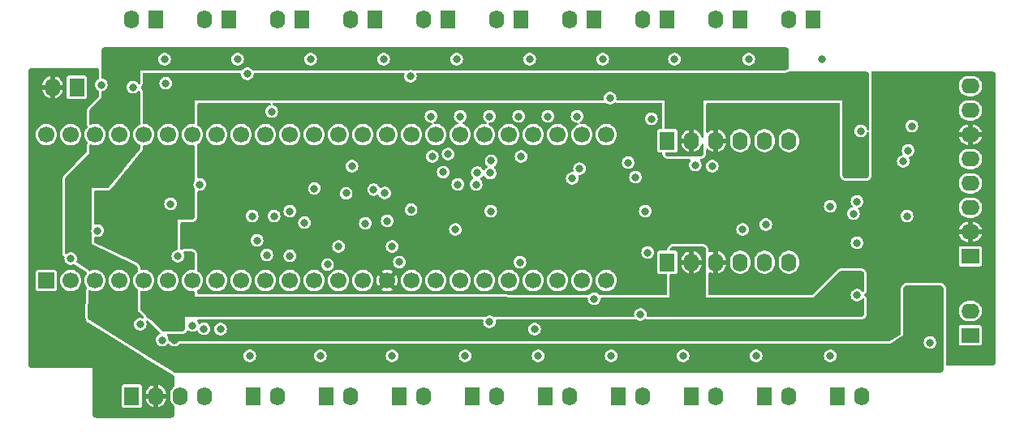
<source format=gbr>
%TF.GenerationSoftware,KiCad,Pcbnew,8.0.3-8.0.3-0~ubuntu22.04.1*%
%TF.CreationDate,2024-06-29T17:00:47-07:00*%
%TF.ProjectId,ButtonBd2,42757474-6f6e-4426-9432-2e6b69636164,2*%
%TF.SameCoordinates,Original*%
%TF.FileFunction,Copper,L2,Inr*%
%TF.FilePolarity,Positive*%
%FSLAX46Y46*%
G04 Gerber Fmt 4.6, Leading zero omitted, Abs format (unit mm)*
G04 Created by KiCad (PCBNEW 8.0.3-8.0.3-0~ubuntu22.04.1) date 2024-06-29 17:00:47*
%MOMM*%
%LPD*%
G01*
G04 APERTURE LIST*
%TA.AperFunction,ComponentPad*%
%ADD10R,1.600200X1.905000*%
%TD*%
%TA.AperFunction,ComponentPad*%
%ADD11O,1.600200X1.905000*%
%TD*%
%TA.AperFunction,ComponentPad*%
%ADD12R,1.905000X1.600200*%
%TD*%
%TA.AperFunction,ComponentPad*%
%ADD13O,1.905000X1.600200*%
%TD*%
%TA.AperFunction,ComponentPad*%
%ADD14R,1.700000X1.700000*%
%TD*%
%TA.AperFunction,ComponentPad*%
%ADD15C,1.700000*%
%TD*%
%TA.AperFunction,ViaPad*%
%ADD16C,0.800000*%
%TD*%
G04 APERTURE END LIST*
D10*
%TO.N,GND*%
%TO.C,J22*%
X113030000Y-100965000D03*
D11*
%TO.N,/Button Inputs/BN14*%
X115570000Y-100965000D03*
%TD*%
D10*
%TO.N,GND*%
%TO.C,J24*%
X128270000Y-100965000D03*
D11*
%TO.N,/Button Inputs/BN12*%
X130810000Y-100965000D03*
%TD*%
D12*
%TO.N,GND*%
%TO.C,J13*%
X149733000Y-86360000D03*
D13*
%TO.N,+3.3V*%
X149733000Y-83820000D03*
%TO.N,/ABS0*%
X149733000Y-81280000D03*
%TO.N,/ABS1*%
X149733000Y-78740000D03*
%TO.N,GND*%
X149733000Y-76200000D03*
%TO.N,+3.3V*%
X149733000Y-73660000D03*
%TO.N,/ABS2*%
X149733000Y-71120000D03*
%TO.N,/ABS3*%
X149733000Y-68580000D03*
%TD*%
D10*
%TO.N,GND*%
%TO.C,J6*%
X102870000Y-61595000D03*
D11*
%TO.N,/Button Inputs/BN5*%
X100330000Y-61595000D03*
%TD*%
D10*
%TO.N,GND*%
%TO.C,J16*%
X62230000Y-100965000D03*
D11*
%TO.N,/+5V_{IN}*%
X64770000Y-100965000D03*
%TO.N,/CAN_H*%
X67310000Y-100965000D03*
%TO.N,/CAN_L*%
X69850000Y-100965000D03*
%TD*%
D10*
%TO.N,GND*%
%TO.C,J3*%
X80010000Y-61595000D03*
D11*
%TO.N,/Button Inputs/BN2*%
X77470000Y-61595000D03*
%TD*%
D12*
%TO.N,GND*%
%TO.C,J15*%
X149733000Y-94615000D03*
D13*
%TO.N,/Button Inputs/BN10*%
X149733000Y-92075000D03*
%TD*%
D10*
%TO.N,GND*%
%TO.C,J12*%
X118110000Y-74295000D03*
D11*
%TO.N,+5V*%
X120650000Y-74295000D03*
%TO.N,+3.3V*%
X123190000Y-74295000D03*
%TO.N,/ENC1_A*%
X125730000Y-74295000D03*
%TO.N,/ENC1_B*%
X128270000Y-74295000D03*
%TO.N,/ENC1_ABS*%
X130810000Y-74295000D03*
%TD*%
D10*
%TO.N,GND*%
%TO.C,J2*%
X72390000Y-61595000D03*
D11*
%TO.N,/Button Inputs/BN1*%
X69850000Y-61595000D03*
%TD*%
D10*
%TO.N,GND*%
%TO.C,J19*%
X90170000Y-100965000D03*
D11*
%TO.N,/Button Inputs/BN17*%
X92710000Y-100965000D03*
%TD*%
D10*
%TO.N,GND*%
%TO.C,J14*%
X118110000Y-86995000D03*
D11*
%TO.N,+5V*%
X120650000Y-86995000D03*
%TO.N,+3.3V*%
X123190000Y-86995000D03*
%TO.N,/ENC0_A*%
X125730000Y-86995000D03*
%TO.N,/ENC0_B*%
X128270000Y-86995000D03*
%TO.N,/ENC0_ABS*%
X130810000Y-86995000D03*
%TD*%
D10*
%TO.N,GND*%
%TO.C,J18*%
X82550000Y-100965000D03*
D11*
%TO.N,/Button Inputs/BN18*%
X85090000Y-100965000D03*
%TD*%
D10*
%TO.N,GND*%
%TO.C,J11*%
X56515000Y-68707000D03*
D11*
%TO.N,/+5V_{IN}*%
X53975000Y-68707000D03*
%TD*%
D10*
%TO.N,GND*%
%TO.C,J4*%
X87630000Y-61595000D03*
D11*
%TO.N,/Button Inputs/BN3*%
X85090000Y-61595000D03*
%TD*%
D10*
%TO.N,GND*%
%TO.C,J23*%
X120650000Y-100965000D03*
D11*
%TO.N,/Button Inputs/BN13*%
X123190000Y-100965000D03*
%TD*%
D10*
%TO.N,GND*%
%TO.C,J20*%
X97790000Y-100965000D03*
D11*
%TO.N,/Button Inputs/BN16*%
X100330000Y-100965000D03*
%TD*%
D10*
%TO.N,GND*%
%TO.C,J10*%
X133350000Y-61595000D03*
D11*
%TO.N,/Button Inputs/BN9*%
X130810000Y-61595000D03*
%TD*%
D10*
%TO.N,GND*%
%TO.C,J1*%
X64770000Y-61595000D03*
D11*
%TO.N,/Button Inputs/BN0*%
X62230000Y-61595000D03*
%TD*%
D10*
%TO.N,GND*%
%TO.C,J8*%
X118110000Y-61595000D03*
D11*
%TO.N,/Button Inputs/BN7*%
X115570000Y-61595000D03*
%TD*%
D10*
%TO.N,GND*%
%TO.C,J9*%
X125730000Y-61595000D03*
D11*
%TO.N,/Button Inputs/BN8*%
X123190000Y-61595000D03*
%TD*%
D10*
%TO.N,GND*%
%TO.C,J7*%
X110490000Y-61595000D03*
D11*
%TO.N,/Button Inputs/BN6*%
X107950000Y-61595000D03*
%TD*%
D10*
%TO.N,GND*%
%TO.C,J17*%
X74930000Y-100965000D03*
D11*
%TO.N,/Button Inputs/BN19*%
X77470000Y-100965000D03*
%TD*%
D14*
%TO.N,GND*%
%TO.C,U1*%
X53340000Y-88900000D03*
D15*
%TO.N,/BTN19*%
X55880000Y-88900000D03*
%TO.N,/BTN18*%
X58420000Y-88900000D03*
%TO.N,/ENC0_ABS*%
X60960000Y-88900000D03*
%TO.N,/CAN_TX*%
X63500000Y-88900000D03*
%TO.N,/CAN_RX*%
X66040000Y-88900000D03*
%TO.N,/BTN14*%
X68580000Y-88900000D03*
%TO.N,/BTN17*%
X71120000Y-88900000D03*
%TO.N,/BTN13*%
X73660000Y-88900000D03*
%TO.N,/BTN12*%
X76200000Y-88900000D03*
%TO.N,/BTN10*%
X78740000Y-88900000D03*
%TO.N,/LED1Y*%
X81280000Y-88900000D03*
%TO.N,/LED0R*%
X83820000Y-88900000D03*
%TO.N,/BTN11*%
X86360000Y-88900000D03*
%TO.N,+3.3V*%
X88900000Y-88900000D03*
%TO.N,/BTN5*%
X91440000Y-88900000D03*
%TO.N,/BTN9*%
X93980000Y-88900000D03*
%TO.N,/BTN4*%
X96520000Y-88900000D03*
%TO.N,/BTN7*%
X99060000Y-88900000D03*
%TO.N,/BTN6*%
X101600000Y-88900000D03*
%TO.N,/ENC0_A*%
X104140000Y-88900000D03*
%TO.N,/ENC0_B*%
X106680000Y-88900000D03*
%TO.N,/BTN15*%
X109220000Y-88900000D03*
%TO.N,/BTN16*%
X111760000Y-88900000D03*
%TO.N,/ENC1_ABS_ADC*%
X111760000Y-73660000D03*
%TO.N,/BTN8*%
X109220000Y-73660000D03*
%TO.N,/LED1G*%
X106680000Y-73660000D03*
%TO.N,unconnected-(U1-P36{slash}ADC1_SE5b-Pad28)*%
X104140000Y-73660000D03*
%TO.N,/LED1R*%
X101600000Y-73660000D03*
%TO.N,/LED0G*%
X99060000Y-73660000D03*
%TO.N,/LED0Y*%
X96520000Y-73660000D03*
%TO.N,unconnected-(U1-A21-Pad32)*%
X93980000Y-73660000D03*
%TO.N,/+5V_MON_ADC*%
X91440000Y-73660000D03*
%TO.N,GND*%
X88900000Y-73660000D03*
%TO.N,unconnected-(U1-P13{slash}LED-Pad35)*%
X86360000Y-73660000D03*
%TO.N,/ENC0_ABS_ADC*%
X83820000Y-73660000D03*
%TO.N,/BTN1*%
X81280000Y-73660000D03*
%TO.N,/ENC1_B*%
X78740000Y-73660000D03*
%TO.N,/ENC1_A*%
X76200000Y-73660000D03*
%TO.N,/BTN2*%
X73660000Y-73660000D03*
%TO.N,/BTN3*%
X71120000Y-73660000D03*
%TO.N,/BTN0*%
X68580000Y-73660000D03*
%TO.N,/ENC1_ABS*%
X66040000Y-73660000D03*
%TO.N,/ABS2_ADC*%
X63500000Y-73660000D03*
%TO.N,/ABS3_ADC*%
X60960000Y-73660000D03*
%TO.N,+3.3V*%
X58420000Y-73660000D03*
%TO.N,GND*%
X55880000Y-73660000D03*
%TO.N,/V_{IN}*%
X53340000Y-73660000D03*
%TD*%
D10*
%TO.N,GND*%
%TO.C,J21*%
X105410000Y-100965000D03*
D11*
%TO.N,/Button Inputs/BN15*%
X107950000Y-100965000D03*
%TD*%
D10*
%TO.N,GND*%
%TO.C,J25*%
X135890000Y-100965000D03*
D11*
%TO.N,/Button Inputs/BN11*%
X138430000Y-100965000D03*
%TD*%
D10*
%TO.N,GND*%
%TO.C,J5*%
X95250000Y-61595000D03*
D11*
%TO.N,/Button Inputs/BN4*%
X92710000Y-61595000D03*
%TD*%
D16*
%TO.N,GND*%
X114046000Y-76581000D03*
X143637000Y-72771000D03*
X93472000Y-71755000D03*
X137922000Y-84963000D03*
X102616000Y-71755000D03*
X105664000Y-71755000D03*
X96520000Y-71755000D03*
X69342000Y-78867000D03*
X81297242Y-79290417D03*
X62357000Y-68707000D03*
X91313000Y-67564000D03*
X68580000Y-93599000D03*
X74803000Y-82169000D03*
X99568000Y-71755000D03*
X75311000Y-84709000D03*
X108712000Y-71755000D03*
X93599000Y-75946000D03*
X138303000Y-73279000D03*
X63119000Y-93472000D03*
X143129000Y-82169000D03*
X67056000Y-86360000D03*
X66294000Y-80899000D03*
X137922000Y-90424000D03*
%TO.N,+5V*%
X138303000Y-76835000D03*
X58928000Y-81153000D03*
X58928000Y-82423000D03*
X67897585Y-81969500D03*
X58928000Y-79883000D03*
X66929000Y-93472000D03*
X138303000Y-71501000D03*
X137922000Y-88519000D03*
X85217000Y-76962000D03*
%TO.N,+3.3V*%
X141986000Y-68453000D03*
X68072000Y-84709000D03*
X143764000Y-77978000D03*
X141859000Y-77978000D03*
X143637000Y-68453000D03*
X70485000Y-77724000D03*
X71374000Y-77724000D03*
X66675000Y-95123000D03*
X68051479Y-83549500D03*
%TO.N,Net-(D1-K)*%
X65659000Y-65786000D03*
%TO.N,Net-(D2-K)*%
X73279000Y-65786000D03*
%TO.N,Net-(D3-K)*%
X80899000Y-65786000D03*
%TO.N,Net-(D4-K)*%
X88519000Y-65786000D03*
%TO.N,Net-(D5-K)*%
X96139000Y-65786000D03*
%TO.N,Net-(D6-K)*%
X103759000Y-65786000D03*
%TO.N,/ENC1_A*%
X87477600Y-79400400D03*
X78740000Y-81661000D03*
%TO.N,/ENC1_B*%
X80264000Y-82860000D03*
X88646000Y-79756000D03*
%TO.N,/ENC0_B*%
X116078000Y-85979000D03*
%TO.N,/ABS2*%
X65786000Y-68300600D03*
X94742000Y-77571600D03*
X142748000Y-76454000D03*
X84610000Y-79790154D03*
X99644200Y-77673200D03*
X137922000Y-80645000D03*
X108204000Y-78232000D03*
%TO.N,/ENC1_ABS*%
X86614000Y-82931000D03*
X122809000Y-76962000D03*
X91389200Y-81508600D03*
X98298000Y-77622400D03*
X114808000Y-78105000D03*
X77089000Y-82169000D03*
%TO.N,/ABS1*%
X121031000Y-76835000D03*
X143256000Y-75311000D03*
%TO.N,/ENC0_ABS*%
X76327000Y-86233000D03*
%TO.N,/ABS3*%
X59055000Y-68453000D03*
X128397000Y-83058000D03*
X125984000Y-83566000D03*
X88900000Y-82677000D03*
%TO.N,/ABS0*%
X99745800Y-76403200D03*
X135128000Y-81153000D03*
X108966000Y-77216000D03*
X95250000Y-75692000D03*
X137541000Y-81915000D03*
%TO.N,Net-(D7-K)*%
X111379000Y-65786000D03*
%TO.N,+5VD*%
X75692000Y-65786000D03*
X110010000Y-96774000D03*
X140589000Y-96774000D03*
X113764000Y-65786000D03*
X56769000Y-77470000D03*
X79403000Y-96774000D03*
X132969000Y-96774000D03*
X102390000Y-96774000D03*
X60579000Y-65786000D03*
X98425000Y-65786000D03*
X83411000Y-65788875D03*
X56769000Y-78486000D03*
X121285000Y-65786000D03*
X94897000Y-96774000D03*
X91059000Y-65786000D03*
X68072000Y-65786000D03*
X125349000Y-96774000D03*
X117376000Y-96774000D03*
X86995000Y-96774000D03*
X129032000Y-65786000D03*
X145542000Y-90396000D03*
X106045000Y-65786000D03*
%TO.N,Net-(D8-K)*%
X118872000Y-65786000D03*
%TO.N,Net-(D9-K)*%
X126619000Y-65786000D03*
%TO.N,Net-(D10-K)*%
X134239000Y-65786000D03*
%TO.N,Net-(D21-K)*%
X145542000Y-95377000D03*
%TO.N,Net-(D23-K)*%
X74549000Y-96774000D03*
%TO.N,Net-(D24-K)*%
X81915000Y-96774000D03*
%TO.N,Net-(D25-K)*%
X89408000Y-96774000D03*
%TO.N,Net-(D26-K)*%
X97028000Y-96774000D03*
%TO.N,Net-(D27-K)*%
X104648000Y-96774000D03*
%TO.N,Net-(D28-K)*%
X112268000Y-96774000D03*
%TO.N,Net-(D29-K)*%
X119761000Y-96774000D03*
%TO.N,Net-(D30-K)*%
X127381000Y-96774000D03*
%TO.N,Net-(D31-K)*%
X135128000Y-96774000D03*
%TO.N,Net-(D40-A)*%
X55880000Y-86614000D03*
X58674000Y-83693000D03*
%TO.N,/CAN_L*%
X65405000Y-95123000D03*
%TO.N,/LED1Y*%
X96012000Y-83566000D03*
%TO.N,/BTN1*%
X74295000Y-67310000D03*
%TO.N,/BTN3*%
X76835000Y-71247000D03*
%TO.N,/BTN4*%
X96266000Y-78867000D03*
X90170000Y-86969600D03*
%TO.N,/BTN5*%
X98171000Y-78867000D03*
%TO.N,/BTN6*%
X102870000Y-75946000D03*
%TO.N,/BTN7*%
X102743000Y-86995000D03*
X112141000Y-69850000D03*
%TO.N,/BTN9*%
X99695000Y-81661000D03*
X116459000Y-72009000D03*
X115824000Y-81661000D03*
%TO.N,/BTN10*%
X78740000Y-86332000D03*
X83820000Y-85344000D03*
%TO.N,/BTN11*%
X89408000Y-85341400D03*
%TO.N,/BTN12*%
X82664115Y-87236115D03*
%TO.N,/BTN13*%
X115316000Y-92456000D03*
X110490000Y-90805000D03*
%TO.N,/BTN14*%
X99568000Y-93218000D03*
%TO.N,/BTN15*%
X104267000Y-93980000D03*
%TO.N,/BTN18*%
X71501000Y-93980000D03*
%TO.N,/BTN19*%
X69773800Y-93954600D03*
%TO.N,/+5V_{IN}*%
X53975000Y-83693000D03*
X53975000Y-79883000D03*
X53975000Y-82423000D03*
X53975000Y-81153000D03*
%TD*%
%TA.AperFunction,Conductor*%
%TO.N,+3.3V*%
G36*
X152028792Y-67057550D02*
G01*
X152117026Y-67071525D01*
X152154512Y-67083705D01*
X152225170Y-67119707D01*
X152257056Y-67142875D01*
X152313124Y-67198943D01*
X152336292Y-67230830D01*
X152372292Y-67301483D01*
X152384474Y-67338973D01*
X152395224Y-67406848D01*
X152398449Y-67427206D01*
X152400000Y-67446917D01*
X152400000Y-97399082D01*
X152398449Y-97418793D01*
X152384474Y-97507026D01*
X152372292Y-97544518D01*
X152336296Y-97615164D01*
X152313124Y-97647056D01*
X152257056Y-97703124D01*
X152225166Y-97726294D01*
X152154518Y-97762292D01*
X152117026Y-97774474D01*
X152051481Y-97784855D01*
X152028791Y-97788449D01*
X152009083Y-97790000D01*
X147324500Y-97790000D01*
X147256379Y-97769998D01*
X147209886Y-97716342D01*
X147198500Y-97664000D01*
X147198500Y-93789830D01*
X148526000Y-93789830D01*
X148526000Y-95440163D01*
X148526001Y-95440173D01*
X148540765Y-95514400D01*
X148597016Y-95598584D01*
X148681197Y-95654833D01*
X148681199Y-95654834D01*
X148755433Y-95669600D01*
X150710566Y-95669599D01*
X150710569Y-95669598D01*
X150710573Y-95669598D01*
X150759826Y-95659801D01*
X150784801Y-95654834D01*
X150868984Y-95598584D01*
X150925234Y-95514401D01*
X150940000Y-95440167D01*
X150939999Y-93789834D01*
X150939998Y-93789830D01*
X150939998Y-93789826D01*
X150925234Y-93715599D01*
X150884875Y-93655199D01*
X150868984Y-93631416D01*
X150868983Y-93631415D01*
X150784802Y-93575166D01*
X150710567Y-93560400D01*
X148755436Y-93560400D01*
X148755426Y-93560401D01*
X148681199Y-93575165D01*
X148597015Y-93631416D01*
X148540766Y-93715597D01*
X148526000Y-93789830D01*
X147198500Y-93789830D01*
X147198500Y-91971125D01*
X148526000Y-91971125D01*
X148526000Y-92178874D01*
X148553889Y-92319078D01*
X148566527Y-92382616D01*
X148566528Y-92382620D01*
X148566529Y-92382621D01*
X148646024Y-92574540D01*
X148761441Y-92747271D01*
X148908328Y-92894158D01*
X148908331Y-92894160D01*
X148908332Y-92894161D01*
X149081059Y-93009575D01*
X149272984Y-93089073D01*
X149448417Y-93123968D01*
X149476725Y-93129599D01*
X149476728Y-93129599D01*
X149476731Y-93129600D01*
X149476732Y-93129600D01*
X149989268Y-93129600D01*
X149989269Y-93129600D01*
X150193016Y-93089073D01*
X150384941Y-93009575D01*
X150557668Y-92894161D01*
X150704561Y-92747268D01*
X150819975Y-92574541D01*
X150899473Y-92382616D01*
X150940000Y-92178869D01*
X150940000Y-91971131D01*
X150899473Y-91767384D01*
X150819975Y-91575459D01*
X150704561Y-91402732D01*
X150704560Y-91402731D01*
X150704558Y-91402728D01*
X150557671Y-91255841D01*
X150384940Y-91140424D01*
X150193021Y-91060929D01*
X150193020Y-91060928D01*
X150193016Y-91060927D01*
X150134802Y-91049347D01*
X149989274Y-91020400D01*
X149989269Y-91020400D01*
X149476731Y-91020400D01*
X149476725Y-91020400D01*
X149302090Y-91055137D01*
X149272984Y-91060927D01*
X149272981Y-91060927D01*
X149272978Y-91060929D01*
X149081059Y-91140424D01*
X148908328Y-91255841D01*
X148761441Y-91402728D01*
X148646024Y-91575459D01*
X148566529Y-91767378D01*
X148566527Y-91767385D01*
X148526000Y-91971125D01*
X147198500Y-91971125D01*
X147198500Y-89798920D01*
X147197700Y-89778563D01*
X147197700Y-89778560D01*
X147196149Y-89758850D01*
X147193754Y-89738611D01*
X147179779Y-89650378D01*
X147170272Y-89610779D01*
X147158090Y-89573289D01*
X147142508Y-89535671D01*
X147142507Y-89535669D01*
X147142505Y-89535664D01*
X147109919Y-89471713D01*
X147106508Y-89465018D01*
X147085230Y-89430297D01*
X147062062Y-89398410D01*
X147035618Y-89367449D01*
X147035608Y-89367439D01*
X147035594Y-89367424D01*
X146979556Y-89311386D01*
X146979553Y-89311384D01*
X146979552Y-89311383D01*
X146979550Y-89311381D01*
X146948593Y-89284940D01*
X146948589Y-89284937D01*
X146948582Y-89284931D01*
X146916713Y-89261776D01*
X146916695Y-89261764D01*
X146881994Y-89240499D01*
X146881985Y-89240494D01*
X146881984Y-89240493D01*
X146881980Y-89240491D01*
X146811322Y-89204489D01*
X146811315Y-89204486D01*
X146811309Y-89204483D01*
X146773710Y-89188909D01*
X146773706Y-89188907D01*
X146773702Y-89188906D01*
X146753007Y-89182181D01*
X146736217Y-89176726D01*
X146712493Y-89171030D01*
X146696621Y-89167220D01*
X146696619Y-89167219D01*
X146696612Y-89167218D01*
X146696608Y-89167217D01*
X146608381Y-89153244D01*
X146588135Y-89150848D01*
X146568431Y-89149299D01*
X146553169Y-89148699D01*
X146548083Y-89148500D01*
X143138917Y-89148500D01*
X143134848Y-89148659D01*
X143118569Y-89149299D01*
X143098865Y-89150848D01*
X143078618Y-89153244D01*
X142990387Y-89167218D01*
X142990382Y-89167219D01*
X142990379Y-89167219D01*
X142990377Y-89167220D01*
X142982445Y-89169124D01*
X142950784Y-89176725D01*
X142950782Y-89176726D01*
X142950779Y-89176727D01*
X142929326Y-89183697D01*
X142913284Y-89188910D01*
X142875687Y-89204484D01*
X142875683Y-89204486D01*
X142875679Y-89204487D01*
X142875679Y-89204488D01*
X142805015Y-89240493D01*
X142805012Y-89240495D01*
X142804987Y-89240509D01*
X142770299Y-89261766D01*
X142770281Y-89261778D01*
X142738419Y-89284928D01*
X142707448Y-89311381D01*
X142707445Y-89311383D01*
X142651383Y-89367445D01*
X142651381Y-89367448D01*
X142624928Y-89398419D01*
X142601778Y-89430281D01*
X142601766Y-89430299D01*
X142580509Y-89464987D01*
X142580496Y-89465008D01*
X142580493Y-89465015D01*
X142544496Y-89535664D01*
X142544486Y-89535683D01*
X142544484Y-89535687D01*
X142528908Y-89573289D01*
X142516727Y-89610776D01*
X142516726Y-89610781D01*
X142515978Y-89616903D01*
X142509124Y-89645219D01*
X142507221Y-89650376D01*
X142507218Y-89650389D01*
X142493243Y-89738626D01*
X142490852Y-89758831D01*
X142489299Y-89778562D01*
X142488500Y-89798918D01*
X142488500Y-94403380D01*
X142468498Y-94471501D01*
X142430147Y-94509681D01*
X142263913Y-94615468D01*
X142263912Y-94615468D01*
X141426422Y-95148416D01*
X141426416Y-95148418D01*
X141306387Y-95224801D01*
X141238741Y-95244500D01*
X67273420Y-95244500D01*
X67222462Y-95249553D01*
X67222453Y-95249554D01*
X67222451Y-95249555D01*
X67173918Y-95259277D01*
X67173909Y-95259279D01*
X67173900Y-95259281D01*
X67151106Y-95264932D01*
X67151103Y-95264933D01*
X67061512Y-95312105D01*
X67048042Y-95323020D01*
X67047989Y-95323041D01*
X67033194Y-95335038D01*
X67029655Y-95336516D01*
X67013163Y-95351126D01*
X67009344Y-95354376D01*
X67009158Y-95354528D01*
X67008754Y-95354857D01*
X66985666Y-95373565D01*
X66974005Y-95385817D01*
X66912483Y-95440320D01*
X66887487Y-95457574D01*
X66829643Y-95487934D01*
X66801241Y-95498705D01*
X66737818Y-95514338D01*
X66707663Y-95518000D01*
X66642334Y-95518000D01*
X66612179Y-95514338D01*
X66548757Y-95498705D01*
X66520359Y-95487935D01*
X66462514Y-95457577D01*
X66437518Y-95440323D01*
X66388616Y-95397000D01*
X66368473Y-95374262D01*
X66357280Y-95358045D01*
X66357265Y-95358026D01*
X66357256Y-95358012D01*
X66339811Y-95335491D01*
X66321723Y-95314616D01*
X66321681Y-95314567D01*
X66321254Y-95314076D01*
X66257632Y-95264933D01*
X66241124Y-95252182D01*
X66177550Y-95220577D01*
X66162105Y-95214549D01*
X66141296Y-95206427D01*
X66085111Y-95163025D01*
X66062029Y-95104238D01*
X66045150Y-94965220D01*
X66031538Y-94929331D01*
X65988787Y-94816605D01*
X65902139Y-94691074D01*
X65879904Y-94623652D01*
X65897651Y-94554909D01*
X65949746Y-94506673D01*
X66005836Y-94493500D01*
X67427081Y-94493500D01*
X67427083Y-94493500D01*
X67447442Y-94492700D01*
X67467150Y-94491149D01*
X67487389Y-94488754D01*
X67487397Y-94488752D01*
X67487403Y-94488752D01*
X67551626Y-94478578D01*
X67575620Y-94474779D01*
X67575627Y-94474777D01*
X67576519Y-94474636D01*
X67576804Y-94474494D01*
X67615217Y-94465273D01*
X67652709Y-94453091D01*
X67690329Y-94437508D01*
X67731469Y-94416546D01*
X67731474Y-94416543D01*
X67760982Y-94401507D01*
X67795699Y-94380232D01*
X67827589Y-94357062D01*
X67858550Y-94330618D01*
X67914618Y-94274550D01*
X67941060Y-94243591D01*
X67964232Y-94211699D01*
X67985512Y-94176975D01*
X67992410Y-94163436D01*
X68041153Y-94111822D01*
X68110067Y-94094752D01*
X68177270Y-94117650D01*
X68188226Y-94126321D01*
X68205471Y-94141599D01*
X68205472Y-94141599D01*
X68205474Y-94141601D01*
X68272874Y-94176975D01*
X68346207Y-94215463D01*
X68500529Y-94253500D01*
X68500530Y-94253500D01*
X68659470Y-94253500D01*
X68659471Y-94253500D01*
X68813793Y-94215463D01*
X68954529Y-94141599D01*
X68960260Y-94136521D01*
X69024510Y-94106319D01*
X69094892Y-94115647D01*
X69149057Y-94161546D01*
X69161627Y-94186148D01*
X69190013Y-94260995D01*
X69280302Y-94391801D01*
X69399271Y-94497199D01*
X69399272Y-94497199D01*
X69399274Y-94497201D01*
X69447670Y-94522601D01*
X69540007Y-94571063D01*
X69694329Y-94609100D01*
X69694330Y-94609100D01*
X69853270Y-94609100D01*
X69853271Y-94609100D01*
X70007593Y-94571063D01*
X70148329Y-94497199D01*
X70267298Y-94391801D01*
X70357587Y-94260995D01*
X70413949Y-94112382D01*
X70413949Y-94112381D01*
X70413950Y-94112379D01*
X70430024Y-93979996D01*
X70841693Y-93979996D01*
X70841693Y-93980003D01*
X70860849Y-94137779D01*
X70900979Y-94243591D01*
X70917213Y-94286395D01*
X71007502Y-94417201D01*
X71126471Y-94522599D01*
X71126472Y-94522599D01*
X71126474Y-94522601D01*
X71201200Y-94561820D01*
X71267207Y-94596463D01*
X71421529Y-94634500D01*
X71421530Y-94634500D01*
X71580470Y-94634500D01*
X71580471Y-94634500D01*
X71734793Y-94596463D01*
X71875529Y-94522599D01*
X71994498Y-94417201D01*
X72084787Y-94286395D01*
X72141149Y-94137782D01*
X72141149Y-94137781D01*
X72141150Y-94137779D01*
X72160307Y-93980003D01*
X72160307Y-93979996D01*
X103607693Y-93979996D01*
X103607693Y-93980003D01*
X103626849Y-94137779D01*
X103666979Y-94243591D01*
X103683213Y-94286395D01*
X103773502Y-94417201D01*
X103892471Y-94522599D01*
X103892472Y-94522599D01*
X103892474Y-94522601D01*
X103967200Y-94561820D01*
X104033207Y-94596463D01*
X104187529Y-94634500D01*
X104187530Y-94634500D01*
X104346470Y-94634500D01*
X104346471Y-94634500D01*
X104500793Y-94596463D01*
X104641529Y-94522599D01*
X104760498Y-94417201D01*
X104850787Y-94286395D01*
X104907149Y-94137782D01*
X104907149Y-94137781D01*
X104907150Y-94137779D01*
X104926307Y-93980003D01*
X104926307Y-93979996D01*
X104907150Y-93822220D01*
X104893538Y-93786331D01*
X104850787Y-93673605D01*
X104760498Y-93542799D01*
X104641529Y-93437401D01*
X104641528Y-93437400D01*
X104641525Y-93437398D01*
X104500797Y-93363539D01*
X104500795Y-93363538D01*
X104500793Y-93363537D01*
X104500791Y-93363536D01*
X104500790Y-93363536D01*
X104346472Y-93325500D01*
X104346471Y-93325500D01*
X104187529Y-93325500D01*
X104187527Y-93325500D01*
X104033209Y-93363536D01*
X104033202Y-93363539D01*
X103892474Y-93437398D01*
X103892469Y-93437402D01*
X103773501Y-93542800D01*
X103683215Y-93673601D01*
X103683212Y-93673607D01*
X103626849Y-93822220D01*
X103607693Y-93979996D01*
X72160307Y-93979996D01*
X72141150Y-93822220D01*
X72127538Y-93786331D01*
X72084787Y-93673605D01*
X71994498Y-93542799D01*
X71875529Y-93437401D01*
X71875528Y-93437400D01*
X71875525Y-93437398D01*
X71734797Y-93363539D01*
X71734795Y-93363538D01*
X71734793Y-93363537D01*
X71734791Y-93363536D01*
X71734790Y-93363536D01*
X71580472Y-93325500D01*
X71580471Y-93325500D01*
X71421529Y-93325500D01*
X71421527Y-93325500D01*
X71267209Y-93363536D01*
X71267202Y-93363539D01*
X71126474Y-93437398D01*
X71126469Y-93437402D01*
X71007501Y-93542800D01*
X70917215Y-93673601D01*
X70917212Y-93673607D01*
X70860849Y-93822220D01*
X70841693Y-93979996D01*
X70430024Y-93979996D01*
X70433107Y-93954603D01*
X70433107Y-93954596D01*
X70413950Y-93796820D01*
X70383146Y-93715599D01*
X70357587Y-93648205D01*
X70267298Y-93517399D01*
X70148329Y-93412001D01*
X70148328Y-93412000D01*
X70148325Y-93411998D01*
X70007597Y-93338139D01*
X70007595Y-93338138D01*
X70007593Y-93338137D01*
X70007591Y-93338136D01*
X70007590Y-93338136D01*
X69853272Y-93300100D01*
X69853271Y-93300100D01*
X69694329Y-93300100D01*
X69694327Y-93300100D01*
X69540009Y-93338136D01*
X69540002Y-93338139D01*
X69399274Y-93411998D01*
X69399269Y-93412002D01*
X69393532Y-93417085D01*
X69329277Y-93447282D01*
X69258897Y-93437947D01*
X69204736Y-93392043D01*
X69192171Y-93367448D01*
X69163787Y-93292605D01*
X69077139Y-93167074D01*
X69054904Y-93099652D01*
X69072651Y-93030909D01*
X69124746Y-92982673D01*
X69180836Y-92969500D01*
X98796641Y-92969500D01*
X98864762Y-92989502D01*
X98911255Y-93043158D01*
X98921722Y-93110687D01*
X98908693Y-93217995D01*
X98908693Y-93218003D01*
X98927849Y-93375779D01*
X98976447Y-93503919D01*
X98984213Y-93524395D01*
X99074502Y-93655201D01*
X99193471Y-93760599D01*
X99193472Y-93760599D01*
X99193474Y-93760601D01*
X99249177Y-93789836D01*
X99334207Y-93834463D01*
X99488529Y-93872500D01*
X99488530Y-93872500D01*
X99647470Y-93872500D01*
X99647471Y-93872500D01*
X99801793Y-93834463D01*
X99942529Y-93760599D01*
X100061498Y-93655201D01*
X100151787Y-93524395D01*
X100208149Y-93375782D01*
X100208149Y-93375781D01*
X100208150Y-93375779D01*
X100227307Y-93218003D01*
X100227307Y-93217995D01*
X100214278Y-93110687D01*
X100225923Y-93040652D01*
X100273584Y-92988031D01*
X100339359Y-92969500D01*
X114545305Y-92969500D01*
X114545309Y-92969500D01*
X114602230Y-92961634D01*
X114615673Y-92959777D01*
X114615674Y-92959776D01*
X114615679Y-92959776D01*
X114681454Y-92941245D01*
X114722113Y-92926017D01*
X114722120Y-92926011D01*
X114729610Y-92921936D01*
X114799005Y-92906938D01*
X114865491Y-92931839D01*
X114873400Y-92938293D01*
X114941471Y-92998599D01*
X114941472Y-92998599D01*
X114941474Y-92998601D01*
X115016200Y-93037820D01*
X115082207Y-93072463D01*
X115236529Y-93110500D01*
X115236530Y-93110500D01*
X115395470Y-93110500D01*
X115395471Y-93110500D01*
X115549793Y-93072463D01*
X115690529Y-92998599D01*
X115762476Y-92934858D01*
X115826726Y-92904659D01*
X115897107Y-92913990D01*
X115904426Y-92917522D01*
X115945461Y-92938987D01*
X116013582Y-92958989D01*
X116086691Y-92969500D01*
X116086694Y-92969500D01*
X138293081Y-92969500D01*
X138293083Y-92969500D01*
X138313442Y-92968700D01*
X138333150Y-92967149D01*
X138353389Y-92964754D01*
X138353397Y-92964752D01*
X138353403Y-92964752D01*
X138417626Y-92954578D01*
X138441620Y-92950779D01*
X138441627Y-92950777D01*
X138442519Y-92950636D01*
X138442804Y-92950494D01*
X138481217Y-92941273D01*
X138518709Y-92929091D01*
X138556325Y-92913510D01*
X138559507Y-92911888D01*
X138559519Y-92911883D01*
X138561376Y-92910936D01*
X138561380Y-92910935D01*
X138626980Y-92877509D01*
X138661699Y-92856232D01*
X138693589Y-92833062D01*
X138724550Y-92806618D01*
X138780618Y-92750550D01*
X138807060Y-92719591D01*
X138830232Y-92687699D01*
X138851512Y-92652975D01*
X138887508Y-92582329D01*
X138903091Y-92544709D01*
X138915273Y-92507217D01*
X138924779Y-92467621D01*
X138938754Y-92379388D01*
X138941149Y-92359149D01*
X138942700Y-92339438D01*
X138943500Y-92319082D01*
X138943500Y-90876556D01*
X138941432Y-90843862D01*
X138937432Y-90812366D01*
X138936756Y-90807425D01*
X138902810Y-90712034D01*
X138902805Y-90712025D01*
X138866429Y-90651097D01*
X138866420Y-90651084D01*
X138866415Y-90651075D01*
X138839252Y-90613623D01*
X138759120Y-90551729D01*
X138729469Y-90536989D01*
X138677374Y-90488754D01*
X138659627Y-90420011D01*
X138681863Y-90352586D01*
X138723208Y-90314671D01*
X138780278Y-90282174D01*
X138833934Y-90235681D01*
X138866056Y-90202392D01*
X138912987Y-90112673D01*
X138932989Y-90044552D01*
X138943500Y-89971443D01*
X138943500Y-88274917D01*
X138942700Y-88254561D01*
X138941149Y-88234850D01*
X138938754Y-88214611D01*
X138924779Y-88126378D01*
X138915272Y-88086779D01*
X138903090Y-88049289D01*
X138887508Y-88011671D01*
X138887507Y-88011669D01*
X138887505Y-88011664D01*
X138864324Y-87966170D01*
X138851508Y-87941018D01*
X138830230Y-87906297D01*
X138807062Y-87874410D01*
X138780618Y-87843449D01*
X138780608Y-87843439D01*
X138780594Y-87843424D01*
X138724556Y-87787386D01*
X138724553Y-87787384D01*
X138724550Y-87787381D01*
X138693593Y-87760940D01*
X138693589Y-87760937D01*
X138693582Y-87760931D01*
X138661713Y-87737776D01*
X138661695Y-87737764D01*
X138626994Y-87716499D01*
X138626985Y-87716494D01*
X138626984Y-87716493D01*
X138626980Y-87716491D01*
X138556322Y-87680489D01*
X138556315Y-87680486D01*
X138556309Y-87680483D01*
X138518710Y-87664909D01*
X138518706Y-87664907D01*
X138518702Y-87664906D01*
X138498007Y-87658181D01*
X138481217Y-87652726D01*
X138456129Y-87646703D01*
X138441621Y-87643220D01*
X138441619Y-87643219D01*
X138441612Y-87643218D01*
X138441608Y-87643217D01*
X138353381Y-87629244D01*
X138333135Y-87626848D01*
X138313431Y-87625299D01*
X138298169Y-87624699D01*
X138293083Y-87624500D01*
X136314226Y-87624500D01*
X136314224Y-87624500D01*
X136288790Y-87625750D01*
X136288764Y-87625752D01*
X136264230Y-87628168D01*
X136264220Y-87628169D01*
X136239022Y-87631906D01*
X136205764Y-87638522D01*
X136205763Y-87638522D01*
X136129981Y-87653594D01*
X136129960Y-87653600D01*
X136081291Y-87668362D01*
X136081282Y-87668366D01*
X136035878Y-87687172D01*
X135990998Y-87711162D01*
X135898542Y-87772939D01*
X135878112Y-87788091D01*
X135859014Y-87803764D01*
X135858985Y-87803789D01*
X135840153Y-87820858D01*
X135840106Y-87820903D01*
X133279417Y-90381595D01*
X133217105Y-90415620D01*
X133190322Y-90418500D01*
X122559500Y-90418500D01*
X122491379Y-90398498D01*
X122444886Y-90344842D01*
X122433500Y-90292500D01*
X122433500Y-88145406D01*
X122453502Y-88077285D01*
X122507158Y-88030792D01*
X122577432Y-88020688D01*
X122629503Y-88040641D01*
X122690699Y-88081532D01*
X122882529Y-88160990D01*
X122882536Y-88160992D01*
X122935999Y-88171626D01*
X122936000Y-88171625D01*
X122936000Y-87478935D01*
X122979213Y-87503884D01*
X123118105Y-87541100D01*
X123261895Y-87541100D01*
X123400787Y-87503884D01*
X123444000Y-87478935D01*
X123444000Y-88171626D01*
X123497463Y-88160992D01*
X123497470Y-88160990D01*
X123689303Y-88081530D01*
X123861944Y-87966175D01*
X123861951Y-87966170D01*
X124008770Y-87819351D01*
X124008775Y-87819344D01*
X124124130Y-87646703D01*
X124203589Y-87454873D01*
X124203590Y-87454870D01*
X124244099Y-87251223D01*
X124244100Y-87251220D01*
X124244100Y-87249000D01*
X123673935Y-87249000D01*
X123698884Y-87205787D01*
X123736100Y-87066895D01*
X123736100Y-86923105D01*
X123698884Y-86784213D01*
X123673935Y-86741000D01*
X124244100Y-86741000D01*
X124244100Y-86738779D01*
X124244099Y-86738776D01*
X124244089Y-86738725D01*
X124675400Y-86738725D01*
X124675400Y-87251274D01*
X124693762Y-87343583D01*
X124715927Y-87455016D01*
X124715928Y-87455020D01*
X124715929Y-87455021D01*
X124795424Y-87646940D01*
X124910841Y-87819671D01*
X125057728Y-87966558D01*
X125057731Y-87966560D01*
X125057732Y-87966561D01*
X125230459Y-88081975D01*
X125422384Y-88161473D01*
X125597817Y-88196368D01*
X125626125Y-88201999D01*
X125626128Y-88201999D01*
X125626131Y-88202000D01*
X125626132Y-88202000D01*
X125833868Y-88202000D01*
X125833869Y-88202000D01*
X126037616Y-88161473D01*
X126229541Y-88081975D01*
X126402268Y-87966561D01*
X126549161Y-87819668D01*
X126664575Y-87646941D01*
X126744073Y-87455016D01*
X126784600Y-87251269D01*
X126784600Y-86738731D01*
X126784599Y-86738725D01*
X127215400Y-86738725D01*
X127215400Y-87251274D01*
X127233762Y-87343583D01*
X127255927Y-87455016D01*
X127255928Y-87455020D01*
X127255929Y-87455021D01*
X127335424Y-87646940D01*
X127450841Y-87819671D01*
X127597728Y-87966558D01*
X127597731Y-87966560D01*
X127597732Y-87966561D01*
X127770459Y-88081975D01*
X127962384Y-88161473D01*
X128137817Y-88196368D01*
X128166125Y-88201999D01*
X128166128Y-88201999D01*
X128166131Y-88202000D01*
X128166132Y-88202000D01*
X128373868Y-88202000D01*
X128373869Y-88202000D01*
X128577616Y-88161473D01*
X128769541Y-88081975D01*
X128942268Y-87966561D01*
X129089161Y-87819668D01*
X129204575Y-87646941D01*
X129284073Y-87455016D01*
X129324600Y-87251269D01*
X129324600Y-86738731D01*
X129324599Y-86738725D01*
X129755400Y-86738725D01*
X129755400Y-87251274D01*
X129773762Y-87343583D01*
X129795927Y-87455016D01*
X129795928Y-87455020D01*
X129795929Y-87455021D01*
X129875424Y-87646940D01*
X129990841Y-87819671D01*
X130137728Y-87966558D01*
X130137731Y-87966560D01*
X130137732Y-87966561D01*
X130310459Y-88081975D01*
X130502384Y-88161473D01*
X130677817Y-88196368D01*
X130706125Y-88201999D01*
X130706128Y-88201999D01*
X130706131Y-88202000D01*
X130706132Y-88202000D01*
X130913868Y-88202000D01*
X130913869Y-88202000D01*
X131117616Y-88161473D01*
X131309541Y-88081975D01*
X131482268Y-87966561D01*
X131629161Y-87819668D01*
X131744575Y-87646941D01*
X131824073Y-87455016D01*
X131864600Y-87251269D01*
X131864600Y-86738731D01*
X131824073Y-86534984D01*
X131744575Y-86343059D01*
X131629161Y-86170332D01*
X131629160Y-86170331D01*
X131629158Y-86170328D01*
X131482271Y-86023441D01*
X131309540Y-85908024D01*
X131117621Y-85828529D01*
X131117620Y-85828528D01*
X131117616Y-85828527D01*
X131031783Y-85811454D01*
X130913874Y-85788000D01*
X130913869Y-85788000D01*
X130706131Y-85788000D01*
X130706125Y-85788000D01*
X130539119Y-85821220D01*
X130502384Y-85828527D01*
X130502381Y-85828527D01*
X130502378Y-85828529D01*
X130310459Y-85908024D01*
X130137728Y-86023441D01*
X129990841Y-86170328D01*
X129875424Y-86343059D01*
X129795929Y-86534978D01*
X129795927Y-86534985D01*
X129755400Y-86738725D01*
X129324599Y-86738725D01*
X129284073Y-86534984D01*
X129204575Y-86343059D01*
X129089161Y-86170332D01*
X129089160Y-86170331D01*
X129089158Y-86170328D01*
X128942271Y-86023441D01*
X128769540Y-85908024D01*
X128577621Y-85828529D01*
X128577620Y-85828528D01*
X128577616Y-85828527D01*
X128491783Y-85811454D01*
X128373874Y-85788000D01*
X128373869Y-85788000D01*
X128166131Y-85788000D01*
X128166125Y-85788000D01*
X127999119Y-85821220D01*
X127962384Y-85828527D01*
X127962381Y-85828527D01*
X127962378Y-85828529D01*
X127770459Y-85908024D01*
X127597728Y-86023441D01*
X127450841Y-86170328D01*
X127335424Y-86343059D01*
X127255929Y-86534978D01*
X127255927Y-86534985D01*
X127215400Y-86738725D01*
X126784599Y-86738725D01*
X126744073Y-86534984D01*
X126664575Y-86343059D01*
X126549161Y-86170332D01*
X126549160Y-86170331D01*
X126549158Y-86170328D01*
X126402271Y-86023441D01*
X126229540Y-85908024D01*
X126037621Y-85828529D01*
X126037620Y-85828528D01*
X126037616Y-85828527D01*
X125951783Y-85811454D01*
X125833874Y-85788000D01*
X125833869Y-85788000D01*
X125626131Y-85788000D01*
X125626125Y-85788000D01*
X125459119Y-85821220D01*
X125422384Y-85828527D01*
X125422381Y-85828527D01*
X125422378Y-85828529D01*
X125230459Y-85908024D01*
X125057728Y-86023441D01*
X124910841Y-86170328D01*
X124795424Y-86343059D01*
X124715929Y-86534978D01*
X124715927Y-86534985D01*
X124675400Y-86738725D01*
X124244089Y-86738725D01*
X124203590Y-86535129D01*
X124203589Y-86535126D01*
X124124130Y-86343296D01*
X124008775Y-86170655D01*
X124008770Y-86170648D01*
X123861951Y-86023829D01*
X123861944Y-86023824D01*
X123689303Y-85908469D01*
X123497473Y-85829010D01*
X123497470Y-85829009D01*
X123444000Y-85818373D01*
X123444000Y-86511064D01*
X123400787Y-86486116D01*
X123261895Y-86448900D01*
X123118105Y-86448900D01*
X122979213Y-86486116D01*
X122936000Y-86511064D01*
X122936000Y-85818373D01*
X122882529Y-85829009D01*
X122882526Y-85829010D01*
X122690696Y-85908469D01*
X122629502Y-85949358D01*
X122561749Y-85970573D01*
X122493282Y-85951790D01*
X122445839Y-85898972D01*
X122433500Y-85844593D01*
X122433500Y-85734920D01*
X122432700Y-85714560D01*
X122431148Y-85694843D01*
X122431036Y-85693897D01*
X122428752Y-85674598D01*
X122427221Y-85664935D01*
X122414779Y-85586379D01*
X122405272Y-85546779D01*
X122393090Y-85509289D01*
X122377508Y-85471671D01*
X122377507Y-85471669D01*
X122377505Y-85471664D01*
X122359535Y-85436398D01*
X122341508Y-85401018D01*
X122320230Y-85366297D01*
X122297062Y-85334410D01*
X122270618Y-85303449D01*
X122270608Y-85303439D01*
X122270594Y-85303424D01*
X122214556Y-85247386D01*
X122214553Y-85247384D01*
X122214552Y-85247383D01*
X122214550Y-85247381D01*
X122183593Y-85220940D01*
X122183589Y-85220937D01*
X122183582Y-85220931D01*
X122151713Y-85197776D01*
X122151695Y-85197764D01*
X122116994Y-85176499D01*
X122116985Y-85176494D01*
X122116984Y-85176493D01*
X122116980Y-85176491D01*
X122046322Y-85140489D01*
X122046315Y-85140486D01*
X122046309Y-85140483D01*
X122008710Y-85124909D01*
X122008706Y-85124907D01*
X122008702Y-85124906D01*
X121988007Y-85118181D01*
X121971217Y-85112726D01*
X121947493Y-85107030D01*
X121931621Y-85103220D01*
X121931619Y-85103219D01*
X121931612Y-85103218D01*
X121931608Y-85103217D01*
X121843381Y-85089244D01*
X121823135Y-85086848D01*
X121803431Y-85085299D01*
X121788169Y-85084699D01*
X121783083Y-85084500D01*
X118754917Y-85084500D01*
X118750848Y-85084659D01*
X118734569Y-85085299D01*
X118714865Y-85086848D01*
X118694618Y-85089244D01*
X118606387Y-85103218D01*
X118606382Y-85103219D01*
X118606379Y-85103219D01*
X118606377Y-85103220D01*
X118598445Y-85105124D01*
X118566784Y-85112725D01*
X118566782Y-85112726D01*
X118566779Y-85112727D01*
X118545326Y-85119697D01*
X118529284Y-85124910D01*
X118491687Y-85140484D01*
X118491683Y-85140486D01*
X118491679Y-85140487D01*
X118491679Y-85140488D01*
X118421015Y-85176493D01*
X118421012Y-85176495D01*
X118420987Y-85176509D01*
X118386299Y-85197766D01*
X118386281Y-85197778D01*
X118354419Y-85220928D01*
X118323448Y-85247381D01*
X118323445Y-85247383D01*
X118267383Y-85303445D01*
X118267381Y-85303448D01*
X118240928Y-85334419D01*
X118217778Y-85366281D01*
X118217766Y-85366299D01*
X118196509Y-85400987D01*
X118196496Y-85401008D01*
X118196493Y-85401015D01*
X118166135Y-85460597D01*
X118160486Y-85471683D01*
X118144900Y-85509311D01*
X118132725Y-85546787D01*
X118123220Y-85586377D01*
X118123219Y-85586383D01*
X118123219Y-85586386D01*
X118122125Y-85593299D01*
X118122124Y-85593303D01*
X118122123Y-85593307D01*
X118120806Y-85601618D01*
X118120521Y-85603463D01*
X118120249Y-85605259D01*
X118120249Y-85605268D01*
X118120039Y-85662463D01*
X118099787Y-85730510D01*
X118045961Y-85776805D01*
X117994040Y-85788000D01*
X117284836Y-85788000D01*
X117284826Y-85788001D01*
X117210599Y-85802765D01*
X117126415Y-85859016D01*
X117070166Y-85943197D01*
X117055400Y-86017430D01*
X117055400Y-87972563D01*
X117055401Y-87972573D01*
X117070165Y-88046800D01*
X117126416Y-88130984D01*
X117210597Y-88187233D01*
X117210599Y-88187234D01*
X117284833Y-88202000D01*
X117978500Y-88201999D01*
X118046621Y-88222001D01*
X118093114Y-88275657D01*
X118104500Y-88327999D01*
X118104500Y-90291509D01*
X118084498Y-90359630D01*
X118030842Y-90406123D01*
X117978177Y-90417509D01*
X111309240Y-90400410D01*
X111274886Y-90400322D01*
X111274885Y-90400322D01*
X111204159Y-90409958D01*
X111176075Y-90417833D01*
X111138061Y-90428492D01*
X111138058Y-90428492D01*
X111138051Y-90428495D01*
X111135534Y-90429317D01*
X111135373Y-90428824D01*
X111066333Y-90431913D01*
X111004952Y-90396236D01*
X110992699Y-90381129D01*
X110990723Y-90378266D01*
X110983498Y-90367799D01*
X110864529Y-90262401D01*
X110864528Y-90262400D01*
X110864525Y-90262398D01*
X110723797Y-90188539D01*
X110723795Y-90188538D01*
X110723793Y-90188537D01*
X110723791Y-90188536D01*
X110723790Y-90188536D01*
X110569472Y-90150500D01*
X110569471Y-90150500D01*
X110410529Y-90150500D01*
X110410527Y-90150500D01*
X110256209Y-90188536D01*
X110256202Y-90188539D01*
X110115474Y-90262398D01*
X110115469Y-90262402D01*
X110081512Y-90292486D01*
X109996505Y-90367797D01*
X109996500Y-90367801D01*
X109996498Y-90367802D01*
X109989276Y-90378266D01*
X109934116Y-90422964D01*
X109863547Y-90430744D01*
X109849774Y-90427491D01*
X109848727Y-90427180D01*
X109848726Y-90427180D01*
X109780658Y-90407003D01*
X109780654Y-90407002D01*
X109707576Y-90396303D01*
X93303124Y-90354240D01*
X69219177Y-90292486D01*
X69151108Y-90272309D01*
X69104753Y-90218534D01*
X69093500Y-90166486D01*
X69093500Y-90127883D01*
X69093496Y-90127581D01*
X69093443Y-90122445D01*
X69093332Y-90117153D01*
X69079587Y-90039091D01*
X69069908Y-90010614D01*
X69066926Y-89939684D01*
X69102766Y-89878398D01*
X69122868Y-89862950D01*
X69248462Y-89785186D01*
X69399732Y-89647285D01*
X69523088Y-89483935D01*
X69614328Y-89300701D01*
X69670345Y-89103821D01*
X69689232Y-88900000D01*
X69689232Y-88899995D01*
X70010768Y-88899995D01*
X70010768Y-88900004D01*
X70029654Y-89103819D01*
X70085501Y-89300099D01*
X70085672Y-89300701D01*
X70176912Y-89483935D01*
X70176913Y-89483936D01*
X70300266Y-89647284D01*
X70451536Y-89785185D01*
X70625566Y-89892940D01*
X70625568Y-89892940D01*
X70625573Y-89892944D01*
X70816444Y-89966888D01*
X71017653Y-90004500D01*
X71017655Y-90004500D01*
X71222345Y-90004500D01*
X71222347Y-90004500D01*
X71423556Y-89966888D01*
X71614427Y-89892944D01*
X71788462Y-89785186D01*
X71939732Y-89647285D01*
X72063088Y-89483935D01*
X72154328Y-89300701D01*
X72210345Y-89103821D01*
X72229232Y-88900000D01*
X72229232Y-88899995D01*
X72550768Y-88899995D01*
X72550768Y-88900004D01*
X72569654Y-89103819D01*
X72625501Y-89300099D01*
X72625672Y-89300701D01*
X72716912Y-89483935D01*
X72716913Y-89483936D01*
X72840266Y-89647284D01*
X72991536Y-89785185D01*
X73165566Y-89892940D01*
X73165568Y-89892940D01*
X73165573Y-89892944D01*
X73356444Y-89966888D01*
X73557653Y-90004500D01*
X73557655Y-90004500D01*
X73762345Y-90004500D01*
X73762347Y-90004500D01*
X73963556Y-89966888D01*
X74154427Y-89892944D01*
X74328462Y-89785186D01*
X74479732Y-89647285D01*
X74603088Y-89483935D01*
X74694328Y-89300701D01*
X74750345Y-89103821D01*
X74769232Y-88900000D01*
X74769232Y-88899995D01*
X75090768Y-88899995D01*
X75090768Y-88900004D01*
X75109654Y-89103819D01*
X75165501Y-89300099D01*
X75165672Y-89300701D01*
X75256912Y-89483935D01*
X75256913Y-89483936D01*
X75380266Y-89647284D01*
X75531536Y-89785185D01*
X75705566Y-89892940D01*
X75705568Y-89892940D01*
X75705573Y-89892944D01*
X75896444Y-89966888D01*
X76097653Y-90004500D01*
X76097655Y-90004500D01*
X76302345Y-90004500D01*
X76302347Y-90004500D01*
X76503556Y-89966888D01*
X76694427Y-89892944D01*
X76868462Y-89785186D01*
X77019732Y-89647285D01*
X77143088Y-89483935D01*
X77234328Y-89300701D01*
X77290345Y-89103821D01*
X77309232Y-88900000D01*
X77309232Y-88899995D01*
X77630768Y-88899995D01*
X77630768Y-88900004D01*
X77649654Y-89103819D01*
X77705501Y-89300099D01*
X77705672Y-89300701D01*
X77796912Y-89483935D01*
X77796913Y-89483936D01*
X77920266Y-89647284D01*
X78071536Y-89785185D01*
X78245566Y-89892940D01*
X78245568Y-89892940D01*
X78245573Y-89892944D01*
X78436444Y-89966888D01*
X78637653Y-90004500D01*
X78637655Y-90004500D01*
X78842345Y-90004500D01*
X78842347Y-90004500D01*
X79043556Y-89966888D01*
X79234427Y-89892944D01*
X79408462Y-89785186D01*
X79559732Y-89647285D01*
X79683088Y-89483935D01*
X79774328Y-89300701D01*
X79830345Y-89103821D01*
X79849232Y-88900000D01*
X79849232Y-88899995D01*
X80170768Y-88899995D01*
X80170768Y-88900004D01*
X80189654Y-89103819D01*
X80245501Y-89300099D01*
X80245672Y-89300701D01*
X80336912Y-89483935D01*
X80336913Y-89483936D01*
X80460266Y-89647284D01*
X80611536Y-89785185D01*
X80785566Y-89892940D01*
X80785568Y-89892940D01*
X80785573Y-89892944D01*
X80976444Y-89966888D01*
X81177653Y-90004500D01*
X81177655Y-90004500D01*
X81382345Y-90004500D01*
X81382347Y-90004500D01*
X81583556Y-89966888D01*
X81774427Y-89892944D01*
X81948462Y-89785186D01*
X82099732Y-89647285D01*
X82223088Y-89483935D01*
X82314328Y-89300701D01*
X82370345Y-89103821D01*
X82389232Y-88900000D01*
X82389232Y-88899995D01*
X82710768Y-88899995D01*
X82710768Y-88900004D01*
X82729654Y-89103819D01*
X82785501Y-89300099D01*
X82785672Y-89300701D01*
X82876912Y-89483935D01*
X82876913Y-89483936D01*
X83000266Y-89647284D01*
X83151536Y-89785185D01*
X83325566Y-89892940D01*
X83325568Y-89892940D01*
X83325573Y-89892944D01*
X83516444Y-89966888D01*
X83717653Y-90004500D01*
X83717655Y-90004500D01*
X83922345Y-90004500D01*
X83922347Y-90004500D01*
X84123556Y-89966888D01*
X84314427Y-89892944D01*
X84488462Y-89785186D01*
X84639732Y-89647285D01*
X84763088Y-89483935D01*
X84854328Y-89300701D01*
X84910345Y-89103821D01*
X84929232Y-88900000D01*
X84929232Y-88899995D01*
X85250768Y-88899995D01*
X85250768Y-88900004D01*
X85269654Y-89103819D01*
X85325501Y-89300099D01*
X85325672Y-89300701D01*
X85416912Y-89483935D01*
X85416913Y-89483936D01*
X85540266Y-89647284D01*
X85691536Y-89785185D01*
X85865566Y-89892940D01*
X85865568Y-89892940D01*
X85865573Y-89892944D01*
X86056444Y-89966888D01*
X86257653Y-90004500D01*
X86257655Y-90004500D01*
X86462345Y-90004500D01*
X86462347Y-90004500D01*
X86663556Y-89966888D01*
X86854427Y-89892944D01*
X87028462Y-89785186D01*
X87179732Y-89647285D01*
X87303088Y-89483935D01*
X87394328Y-89300701D01*
X87450345Y-89103821D01*
X87469232Y-88900000D01*
X87791270Y-88900000D01*
X87810148Y-89103730D01*
X87866138Y-89300514D01*
X87957264Y-89483522D01*
X88415841Y-89024945D01*
X88434075Y-89092993D01*
X88499901Y-89207007D01*
X88592993Y-89300099D01*
X88707007Y-89365925D01*
X88775051Y-89384157D01*
X88319900Y-89839308D01*
X88405793Y-89892491D01*
X88405802Y-89892496D01*
X88596577Y-89966403D01*
X88596576Y-89966403D01*
X88797701Y-90004000D01*
X89002299Y-90004000D01*
X89203423Y-89966403D01*
X89394197Y-89892496D01*
X89394206Y-89892491D01*
X89480097Y-89839309D01*
X89480098Y-89839308D01*
X89024947Y-89384157D01*
X89092993Y-89365925D01*
X89207007Y-89300099D01*
X89300099Y-89207007D01*
X89365925Y-89092993D01*
X89384158Y-89024947D01*
X89842733Y-89483522D01*
X89933858Y-89300523D01*
X89933861Y-89300514D01*
X89989851Y-89103730D01*
X90008729Y-88900000D01*
X90008729Y-88899995D01*
X90330768Y-88899995D01*
X90330768Y-88900004D01*
X90349654Y-89103819D01*
X90405501Y-89300099D01*
X90405672Y-89300701D01*
X90496912Y-89483935D01*
X90496913Y-89483936D01*
X90620266Y-89647284D01*
X90771536Y-89785185D01*
X90945566Y-89892940D01*
X90945568Y-89892940D01*
X90945573Y-89892944D01*
X91136444Y-89966888D01*
X91337653Y-90004500D01*
X91337655Y-90004500D01*
X91542345Y-90004500D01*
X91542347Y-90004500D01*
X91743556Y-89966888D01*
X91934427Y-89892944D01*
X92108462Y-89785186D01*
X92259732Y-89647285D01*
X92383088Y-89483935D01*
X92474328Y-89300701D01*
X92530345Y-89103821D01*
X92549232Y-88900000D01*
X92549232Y-88899995D01*
X92870768Y-88899995D01*
X92870768Y-88900004D01*
X92889654Y-89103819D01*
X92945501Y-89300099D01*
X92945672Y-89300701D01*
X93036912Y-89483935D01*
X93036913Y-89483936D01*
X93160266Y-89647284D01*
X93311536Y-89785185D01*
X93485566Y-89892940D01*
X93485568Y-89892940D01*
X93485573Y-89892944D01*
X93676444Y-89966888D01*
X93877653Y-90004500D01*
X93877655Y-90004500D01*
X94082345Y-90004500D01*
X94082347Y-90004500D01*
X94283556Y-89966888D01*
X94474427Y-89892944D01*
X94648462Y-89785186D01*
X94799732Y-89647285D01*
X94923088Y-89483935D01*
X95014328Y-89300701D01*
X95070345Y-89103821D01*
X95089232Y-88900000D01*
X95089232Y-88899995D01*
X95410768Y-88899995D01*
X95410768Y-88900004D01*
X95429654Y-89103819D01*
X95485501Y-89300099D01*
X95485672Y-89300701D01*
X95576912Y-89483935D01*
X95576913Y-89483936D01*
X95700266Y-89647284D01*
X95851536Y-89785185D01*
X96025566Y-89892940D01*
X96025568Y-89892940D01*
X96025573Y-89892944D01*
X96216444Y-89966888D01*
X96417653Y-90004500D01*
X96417655Y-90004500D01*
X96622345Y-90004500D01*
X96622347Y-90004500D01*
X96823556Y-89966888D01*
X97014427Y-89892944D01*
X97188462Y-89785186D01*
X97339732Y-89647285D01*
X97463088Y-89483935D01*
X97554328Y-89300701D01*
X97610345Y-89103821D01*
X97629232Y-88900000D01*
X97629232Y-88899995D01*
X97950768Y-88899995D01*
X97950768Y-88900004D01*
X97969654Y-89103819D01*
X98025501Y-89300099D01*
X98025672Y-89300701D01*
X98116912Y-89483935D01*
X98116913Y-89483936D01*
X98240266Y-89647284D01*
X98391536Y-89785185D01*
X98565566Y-89892940D01*
X98565568Y-89892940D01*
X98565573Y-89892944D01*
X98756444Y-89966888D01*
X98957653Y-90004500D01*
X98957655Y-90004500D01*
X99162345Y-90004500D01*
X99162347Y-90004500D01*
X99363556Y-89966888D01*
X99554427Y-89892944D01*
X99728462Y-89785186D01*
X99879732Y-89647285D01*
X100003088Y-89483935D01*
X100094328Y-89300701D01*
X100150345Y-89103821D01*
X100169232Y-88900000D01*
X100169232Y-88899995D01*
X100490768Y-88899995D01*
X100490768Y-88900004D01*
X100509654Y-89103819D01*
X100565501Y-89300099D01*
X100565672Y-89300701D01*
X100656912Y-89483935D01*
X100656913Y-89483936D01*
X100780266Y-89647284D01*
X100931536Y-89785185D01*
X101105566Y-89892940D01*
X101105568Y-89892940D01*
X101105573Y-89892944D01*
X101296444Y-89966888D01*
X101497653Y-90004500D01*
X101497655Y-90004500D01*
X101702345Y-90004500D01*
X101702347Y-90004500D01*
X101903556Y-89966888D01*
X102094427Y-89892944D01*
X102268462Y-89785186D01*
X102419732Y-89647285D01*
X102543088Y-89483935D01*
X102634328Y-89300701D01*
X102690345Y-89103821D01*
X102709232Y-88900000D01*
X102709232Y-88899995D01*
X103030768Y-88899995D01*
X103030768Y-88900004D01*
X103049654Y-89103819D01*
X103105501Y-89300099D01*
X103105672Y-89300701D01*
X103196912Y-89483935D01*
X103196913Y-89483936D01*
X103320266Y-89647284D01*
X103471536Y-89785185D01*
X103645566Y-89892940D01*
X103645568Y-89892940D01*
X103645573Y-89892944D01*
X103836444Y-89966888D01*
X104037653Y-90004500D01*
X104037655Y-90004500D01*
X104242345Y-90004500D01*
X104242347Y-90004500D01*
X104443556Y-89966888D01*
X104634427Y-89892944D01*
X104808462Y-89785186D01*
X104959732Y-89647285D01*
X105083088Y-89483935D01*
X105174328Y-89300701D01*
X105230345Y-89103821D01*
X105249232Y-88900000D01*
X105249232Y-88899995D01*
X105570768Y-88899995D01*
X105570768Y-88900004D01*
X105589654Y-89103819D01*
X105645501Y-89300099D01*
X105645672Y-89300701D01*
X105736912Y-89483935D01*
X105736913Y-89483936D01*
X105860266Y-89647284D01*
X106011536Y-89785185D01*
X106185566Y-89892940D01*
X106185568Y-89892940D01*
X106185573Y-89892944D01*
X106376444Y-89966888D01*
X106577653Y-90004500D01*
X106577655Y-90004500D01*
X106782345Y-90004500D01*
X106782347Y-90004500D01*
X106983556Y-89966888D01*
X107174427Y-89892944D01*
X107348462Y-89785186D01*
X107499732Y-89647285D01*
X107623088Y-89483935D01*
X107714328Y-89300701D01*
X107770345Y-89103821D01*
X107789232Y-88900000D01*
X107789232Y-88899995D01*
X108110768Y-88899995D01*
X108110768Y-88900004D01*
X108129654Y-89103819D01*
X108185501Y-89300099D01*
X108185672Y-89300701D01*
X108276912Y-89483935D01*
X108276913Y-89483936D01*
X108400266Y-89647284D01*
X108551536Y-89785185D01*
X108725566Y-89892940D01*
X108725568Y-89892940D01*
X108725573Y-89892944D01*
X108916444Y-89966888D01*
X109117653Y-90004500D01*
X109117655Y-90004500D01*
X109322345Y-90004500D01*
X109322347Y-90004500D01*
X109523556Y-89966888D01*
X109714427Y-89892944D01*
X109888462Y-89785186D01*
X110039732Y-89647285D01*
X110163088Y-89483935D01*
X110254328Y-89300701D01*
X110310345Y-89103821D01*
X110329232Y-88900000D01*
X110329232Y-88899995D01*
X110650768Y-88899995D01*
X110650768Y-88900004D01*
X110669654Y-89103819D01*
X110725501Y-89300099D01*
X110725672Y-89300701D01*
X110816912Y-89483935D01*
X110816913Y-89483936D01*
X110940266Y-89647284D01*
X111091536Y-89785185D01*
X111265566Y-89892940D01*
X111265568Y-89892940D01*
X111265573Y-89892944D01*
X111456444Y-89966888D01*
X111657653Y-90004500D01*
X111657655Y-90004500D01*
X111862345Y-90004500D01*
X111862347Y-90004500D01*
X112063556Y-89966888D01*
X112254427Y-89892944D01*
X112428462Y-89785186D01*
X112579732Y-89647285D01*
X112703088Y-89483935D01*
X112794328Y-89300701D01*
X112850345Y-89103821D01*
X112869232Y-88900000D01*
X112863132Y-88834174D01*
X112850345Y-88696180D01*
X112821114Y-88593443D01*
X112794328Y-88499299D01*
X112703088Y-88316065D01*
X112656642Y-88254561D01*
X112579733Y-88152715D01*
X112428463Y-88014814D01*
X112254433Y-87907059D01*
X112254428Y-87907057D01*
X112254427Y-87907056D01*
X112211988Y-87890615D01*
X112063559Y-87833113D01*
X112063560Y-87833113D01*
X112063557Y-87833112D01*
X112063556Y-87833112D01*
X111862347Y-87795500D01*
X111657653Y-87795500D01*
X111456444Y-87833112D01*
X111456439Y-87833113D01*
X111265577Y-87907054D01*
X111265566Y-87907059D01*
X111091536Y-88014814D01*
X110940266Y-88152715D01*
X110816913Y-88316063D01*
X110725671Y-88499301D01*
X110669654Y-88696180D01*
X110650768Y-88899995D01*
X110329232Y-88899995D01*
X110323132Y-88834174D01*
X110310345Y-88696180D01*
X110281114Y-88593443D01*
X110254328Y-88499299D01*
X110163088Y-88316065D01*
X110116642Y-88254561D01*
X110039733Y-88152715D01*
X109888463Y-88014814D01*
X109714433Y-87907059D01*
X109714428Y-87907057D01*
X109714427Y-87907056D01*
X109671988Y-87890615D01*
X109523559Y-87833113D01*
X109523560Y-87833113D01*
X109523557Y-87833112D01*
X109523556Y-87833112D01*
X109322347Y-87795500D01*
X109117653Y-87795500D01*
X108916444Y-87833112D01*
X108916439Y-87833113D01*
X108725577Y-87907054D01*
X108725566Y-87907059D01*
X108551536Y-88014814D01*
X108400266Y-88152715D01*
X108276913Y-88316063D01*
X108185671Y-88499301D01*
X108129654Y-88696180D01*
X108110768Y-88899995D01*
X107789232Y-88899995D01*
X107783132Y-88834174D01*
X107770345Y-88696180D01*
X107741114Y-88593443D01*
X107714328Y-88499299D01*
X107623088Y-88316065D01*
X107576642Y-88254561D01*
X107499733Y-88152715D01*
X107348463Y-88014814D01*
X107174433Y-87907059D01*
X107174428Y-87907057D01*
X107174427Y-87907056D01*
X107131988Y-87890615D01*
X106983559Y-87833113D01*
X106983560Y-87833113D01*
X106983557Y-87833112D01*
X106983556Y-87833112D01*
X106782347Y-87795500D01*
X106577653Y-87795500D01*
X106376444Y-87833112D01*
X106376439Y-87833113D01*
X106185577Y-87907054D01*
X106185566Y-87907059D01*
X106011536Y-88014814D01*
X105860266Y-88152715D01*
X105736913Y-88316063D01*
X105645671Y-88499301D01*
X105589654Y-88696180D01*
X105570768Y-88899995D01*
X105249232Y-88899995D01*
X105243132Y-88834174D01*
X105230345Y-88696180D01*
X105201114Y-88593443D01*
X105174328Y-88499299D01*
X105083088Y-88316065D01*
X105036642Y-88254561D01*
X104959733Y-88152715D01*
X104808463Y-88014814D01*
X104634433Y-87907059D01*
X104634428Y-87907057D01*
X104634427Y-87907056D01*
X104591988Y-87890615D01*
X104443559Y-87833113D01*
X104443560Y-87833113D01*
X104443557Y-87833112D01*
X104443556Y-87833112D01*
X104242347Y-87795500D01*
X104037653Y-87795500D01*
X103836444Y-87833112D01*
X103836439Y-87833113D01*
X103645577Y-87907054D01*
X103645566Y-87907059D01*
X103471536Y-88014814D01*
X103320266Y-88152715D01*
X103196913Y-88316063D01*
X103105671Y-88499301D01*
X103049654Y-88696180D01*
X103030768Y-88899995D01*
X102709232Y-88899995D01*
X102703132Y-88834174D01*
X102690345Y-88696180D01*
X102661114Y-88593443D01*
X102634328Y-88499299D01*
X102543088Y-88316065D01*
X102496642Y-88254561D01*
X102419733Y-88152715D01*
X102268463Y-88014814D01*
X102094433Y-87907059D01*
X102094428Y-87907057D01*
X102094427Y-87907056D01*
X102051988Y-87890615D01*
X101903559Y-87833113D01*
X101903560Y-87833113D01*
X101903557Y-87833112D01*
X101903556Y-87833112D01*
X101702347Y-87795500D01*
X101497653Y-87795500D01*
X101296444Y-87833112D01*
X101296439Y-87833113D01*
X101105577Y-87907054D01*
X101105566Y-87907059D01*
X100931536Y-88014814D01*
X100780266Y-88152715D01*
X100656913Y-88316063D01*
X100565671Y-88499301D01*
X100509654Y-88696180D01*
X100490768Y-88899995D01*
X100169232Y-88899995D01*
X100163132Y-88834174D01*
X100150345Y-88696180D01*
X100121114Y-88593443D01*
X100094328Y-88499299D01*
X100003088Y-88316065D01*
X99956642Y-88254561D01*
X99879733Y-88152715D01*
X99728463Y-88014814D01*
X99554433Y-87907059D01*
X99554428Y-87907057D01*
X99554427Y-87907056D01*
X99511988Y-87890615D01*
X99363559Y-87833113D01*
X99363560Y-87833113D01*
X99363557Y-87833112D01*
X99363556Y-87833112D01*
X99162347Y-87795500D01*
X98957653Y-87795500D01*
X98756444Y-87833112D01*
X98756439Y-87833113D01*
X98565577Y-87907054D01*
X98565566Y-87907059D01*
X98391536Y-88014814D01*
X98240266Y-88152715D01*
X98116913Y-88316063D01*
X98025671Y-88499301D01*
X97969654Y-88696180D01*
X97950768Y-88899995D01*
X97629232Y-88899995D01*
X97623132Y-88834174D01*
X97610345Y-88696180D01*
X97581114Y-88593443D01*
X97554328Y-88499299D01*
X97463088Y-88316065D01*
X97416642Y-88254561D01*
X97339733Y-88152715D01*
X97188463Y-88014814D01*
X97014433Y-87907059D01*
X97014428Y-87907057D01*
X97014427Y-87907056D01*
X96971988Y-87890615D01*
X96823559Y-87833113D01*
X96823560Y-87833113D01*
X96823557Y-87833112D01*
X96823556Y-87833112D01*
X96622347Y-87795500D01*
X96417653Y-87795500D01*
X96216444Y-87833112D01*
X96216439Y-87833113D01*
X96025577Y-87907054D01*
X96025566Y-87907059D01*
X95851536Y-88014814D01*
X95700266Y-88152715D01*
X95576913Y-88316063D01*
X95485671Y-88499301D01*
X95429654Y-88696180D01*
X95410768Y-88899995D01*
X95089232Y-88899995D01*
X95083132Y-88834174D01*
X95070345Y-88696180D01*
X95041114Y-88593443D01*
X95014328Y-88499299D01*
X94923088Y-88316065D01*
X94876642Y-88254561D01*
X94799733Y-88152715D01*
X94648463Y-88014814D01*
X94474433Y-87907059D01*
X94474428Y-87907057D01*
X94474427Y-87907056D01*
X94431988Y-87890615D01*
X94283559Y-87833113D01*
X94283560Y-87833113D01*
X94283557Y-87833112D01*
X94283556Y-87833112D01*
X94082347Y-87795500D01*
X93877653Y-87795500D01*
X93676444Y-87833112D01*
X93676439Y-87833113D01*
X93485577Y-87907054D01*
X93485566Y-87907059D01*
X93311536Y-88014814D01*
X93160266Y-88152715D01*
X93036913Y-88316063D01*
X92945671Y-88499301D01*
X92889654Y-88696180D01*
X92870768Y-88899995D01*
X92549232Y-88899995D01*
X92543132Y-88834174D01*
X92530345Y-88696180D01*
X92501114Y-88593443D01*
X92474328Y-88499299D01*
X92383088Y-88316065D01*
X92336642Y-88254561D01*
X92259733Y-88152715D01*
X92108463Y-88014814D01*
X91934433Y-87907059D01*
X91934428Y-87907057D01*
X91934427Y-87907056D01*
X91891988Y-87890615D01*
X91743559Y-87833113D01*
X91743560Y-87833113D01*
X91743557Y-87833112D01*
X91743556Y-87833112D01*
X91542347Y-87795500D01*
X91337653Y-87795500D01*
X91136444Y-87833112D01*
X91136439Y-87833113D01*
X90945577Y-87907054D01*
X90945566Y-87907059D01*
X90771536Y-88014814D01*
X90620266Y-88152715D01*
X90496913Y-88316063D01*
X90405671Y-88499301D01*
X90349654Y-88696180D01*
X90330768Y-88899995D01*
X90008729Y-88899995D01*
X89989851Y-88696269D01*
X89933861Y-88499485D01*
X89933856Y-88499472D01*
X89842734Y-88316476D01*
X89842733Y-88316475D01*
X89384157Y-88775050D01*
X89365925Y-88707007D01*
X89300099Y-88592993D01*
X89207007Y-88499901D01*
X89092993Y-88434075D01*
X89024946Y-88415841D01*
X89480097Y-87960690D01*
X89394206Y-87907508D01*
X89394197Y-87907503D01*
X89203422Y-87833596D01*
X89203423Y-87833596D01*
X89002299Y-87796000D01*
X88797701Y-87796000D01*
X88596576Y-87833596D01*
X88405803Y-87907503D01*
X88405796Y-87907506D01*
X88319900Y-87960690D01*
X88775052Y-88415842D01*
X88707007Y-88434075D01*
X88592993Y-88499901D01*
X88499901Y-88592993D01*
X88434075Y-88707007D01*
X88415841Y-88775052D01*
X87957264Y-88316476D01*
X87866138Y-88499485D01*
X87810148Y-88696269D01*
X87791270Y-88900000D01*
X87469232Y-88900000D01*
X87463132Y-88834174D01*
X87450345Y-88696180D01*
X87421114Y-88593443D01*
X87394328Y-88499299D01*
X87303088Y-88316065D01*
X87256642Y-88254561D01*
X87179733Y-88152715D01*
X87028463Y-88014814D01*
X86854433Y-87907059D01*
X86854428Y-87907057D01*
X86854427Y-87907056D01*
X86811988Y-87890615D01*
X86663559Y-87833113D01*
X86663560Y-87833113D01*
X86663557Y-87833112D01*
X86663556Y-87833112D01*
X86462347Y-87795500D01*
X86257653Y-87795500D01*
X86056444Y-87833112D01*
X86056439Y-87833113D01*
X85865577Y-87907054D01*
X85865566Y-87907059D01*
X85691536Y-88014814D01*
X85540266Y-88152715D01*
X85416913Y-88316063D01*
X85325671Y-88499301D01*
X85269654Y-88696180D01*
X85250768Y-88899995D01*
X84929232Y-88899995D01*
X84923132Y-88834174D01*
X84910345Y-88696180D01*
X84881114Y-88593443D01*
X84854328Y-88499299D01*
X84763088Y-88316065D01*
X84716642Y-88254561D01*
X84639733Y-88152715D01*
X84488463Y-88014814D01*
X84314433Y-87907059D01*
X84314428Y-87907057D01*
X84314427Y-87907056D01*
X84271988Y-87890615D01*
X84123559Y-87833113D01*
X84123560Y-87833113D01*
X84123557Y-87833112D01*
X84123556Y-87833112D01*
X83922347Y-87795500D01*
X83717653Y-87795500D01*
X83516444Y-87833112D01*
X83516439Y-87833113D01*
X83325577Y-87907054D01*
X83325566Y-87907059D01*
X83151536Y-88014814D01*
X83000266Y-88152715D01*
X82876913Y-88316063D01*
X82785671Y-88499301D01*
X82729654Y-88696180D01*
X82710768Y-88899995D01*
X82389232Y-88899995D01*
X82383132Y-88834174D01*
X82370345Y-88696180D01*
X82341114Y-88593443D01*
X82314328Y-88499299D01*
X82223088Y-88316065D01*
X82176642Y-88254561D01*
X82099733Y-88152715D01*
X81948463Y-88014814D01*
X81774433Y-87907059D01*
X81774428Y-87907057D01*
X81774427Y-87907056D01*
X81731988Y-87890615D01*
X81583559Y-87833113D01*
X81583560Y-87833113D01*
X81583557Y-87833112D01*
X81583556Y-87833112D01*
X81382347Y-87795500D01*
X81177653Y-87795500D01*
X80976444Y-87833112D01*
X80976439Y-87833113D01*
X80785577Y-87907054D01*
X80785566Y-87907059D01*
X80611536Y-88014814D01*
X80460266Y-88152715D01*
X80336913Y-88316063D01*
X80245671Y-88499301D01*
X80189654Y-88696180D01*
X80170768Y-88899995D01*
X79849232Y-88899995D01*
X79843132Y-88834174D01*
X79830345Y-88696180D01*
X79801114Y-88593443D01*
X79774328Y-88499299D01*
X79683088Y-88316065D01*
X79636642Y-88254561D01*
X79559733Y-88152715D01*
X79408463Y-88014814D01*
X79234433Y-87907059D01*
X79234428Y-87907057D01*
X79234427Y-87907056D01*
X79191988Y-87890615D01*
X79043559Y-87833113D01*
X79043560Y-87833113D01*
X79043557Y-87833112D01*
X79043556Y-87833112D01*
X78842347Y-87795500D01*
X78637653Y-87795500D01*
X78436444Y-87833112D01*
X78436439Y-87833113D01*
X78245577Y-87907054D01*
X78245566Y-87907059D01*
X78071536Y-88014814D01*
X77920266Y-88152715D01*
X77796913Y-88316063D01*
X77705671Y-88499301D01*
X77649654Y-88696180D01*
X77630768Y-88899995D01*
X77309232Y-88899995D01*
X77303132Y-88834174D01*
X77290345Y-88696180D01*
X77261114Y-88593443D01*
X77234328Y-88499299D01*
X77143088Y-88316065D01*
X77096642Y-88254561D01*
X77019733Y-88152715D01*
X76868463Y-88014814D01*
X76694433Y-87907059D01*
X76694428Y-87907057D01*
X76694427Y-87907056D01*
X76651988Y-87890615D01*
X76503559Y-87833113D01*
X76503560Y-87833113D01*
X76503557Y-87833112D01*
X76503556Y-87833112D01*
X76302347Y-87795500D01*
X76097653Y-87795500D01*
X75896444Y-87833112D01*
X75896439Y-87833113D01*
X75705577Y-87907054D01*
X75705566Y-87907059D01*
X75531536Y-88014814D01*
X75380266Y-88152715D01*
X75256913Y-88316063D01*
X75165671Y-88499301D01*
X75109654Y-88696180D01*
X75090768Y-88899995D01*
X74769232Y-88899995D01*
X74763132Y-88834174D01*
X74750345Y-88696180D01*
X74721114Y-88593443D01*
X74694328Y-88499299D01*
X74603088Y-88316065D01*
X74556642Y-88254561D01*
X74479733Y-88152715D01*
X74328463Y-88014814D01*
X74154433Y-87907059D01*
X74154428Y-87907057D01*
X74154427Y-87907056D01*
X74111988Y-87890615D01*
X73963559Y-87833113D01*
X73963560Y-87833113D01*
X73963557Y-87833112D01*
X73963556Y-87833112D01*
X73762347Y-87795500D01*
X73557653Y-87795500D01*
X73356444Y-87833112D01*
X73356439Y-87833113D01*
X73165577Y-87907054D01*
X73165566Y-87907059D01*
X72991536Y-88014814D01*
X72840266Y-88152715D01*
X72716913Y-88316063D01*
X72625671Y-88499301D01*
X72569654Y-88696180D01*
X72550768Y-88899995D01*
X72229232Y-88899995D01*
X72223132Y-88834174D01*
X72210345Y-88696180D01*
X72181114Y-88593443D01*
X72154328Y-88499299D01*
X72063088Y-88316065D01*
X72016642Y-88254561D01*
X71939733Y-88152715D01*
X71788463Y-88014814D01*
X71614433Y-87907059D01*
X71614428Y-87907057D01*
X71614427Y-87907056D01*
X71571988Y-87890615D01*
X71423559Y-87833113D01*
X71423560Y-87833113D01*
X71423557Y-87833112D01*
X71423556Y-87833112D01*
X71222347Y-87795500D01*
X71017653Y-87795500D01*
X70816444Y-87833112D01*
X70816439Y-87833113D01*
X70625577Y-87907054D01*
X70625566Y-87907059D01*
X70451536Y-88014814D01*
X70300266Y-88152715D01*
X70176913Y-88316063D01*
X70085671Y-88499301D01*
X70029654Y-88696180D01*
X70010768Y-88899995D01*
X69689232Y-88899995D01*
X69683132Y-88834174D01*
X69670345Y-88696180D01*
X69641114Y-88593443D01*
X69614328Y-88499299D01*
X69523088Y-88316065D01*
X69476642Y-88254561D01*
X69399733Y-88152715D01*
X69248463Y-88014814D01*
X69123070Y-87937174D01*
X69075683Y-87884307D01*
X69064400Y-87814213D01*
X69068505Y-87794548D01*
X69082989Y-87745221D01*
X69093500Y-87672112D01*
X69093500Y-87236111D01*
X82004808Y-87236111D01*
X82004808Y-87236118D01*
X82023964Y-87393894D01*
X82065679Y-87503884D01*
X82080328Y-87542510D01*
X82170617Y-87673316D01*
X82289586Y-87778714D01*
X82289587Y-87778714D01*
X82289589Y-87778716D01*
X82337322Y-87803768D01*
X82430322Y-87852578D01*
X82584644Y-87890615D01*
X82584645Y-87890615D01*
X82743585Y-87890615D01*
X82743586Y-87890615D01*
X82897908Y-87852578D01*
X83038644Y-87778714D01*
X83157613Y-87673316D01*
X83247902Y-87542510D01*
X83304264Y-87393897D01*
X83304264Y-87393896D01*
X83304265Y-87393894D01*
X83323422Y-87236118D01*
X83323422Y-87236111D01*
X83304265Y-87078335D01*
X83277969Y-87009000D01*
X83263025Y-86969596D01*
X89510693Y-86969596D01*
X89510693Y-86969603D01*
X89529849Y-87127379D01*
X89575975Y-87249000D01*
X89586213Y-87275995D01*
X89676502Y-87406801D01*
X89795471Y-87512199D01*
X89795472Y-87512199D01*
X89795474Y-87512201D01*
X89843870Y-87537601D01*
X89936207Y-87586063D01*
X90090529Y-87624100D01*
X90090530Y-87624100D01*
X90249470Y-87624100D01*
X90249471Y-87624100D01*
X90403793Y-87586063D01*
X90544529Y-87512199D01*
X90663498Y-87406801D01*
X90753787Y-87275995D01*
X90810149Y-87127382D01*
X90810149Y-87127381D01*
X90810150Y-87127379D01*
X90826224Y-86994996D01*
X102083693Y-86994996D01*
X102083693Y-86995003D01*
X102102849Y-87152779D01*
X102143287Y-87259402D01*
X102159213Y-87301395D01*
X102249502Y-87432201D01*
X102368471Y-87537599D01*
X102368472Y-87537599D01*
X102368474Y-87537601D01*
X102443200Y-87576820D01*
X102509207Y-87611463D01*
X102663529Y-87649500D01*
X102663530Y-87649500D01*
X102822470Y-87649500D01*
X102822471Y-87649500D01*
X102976793Y-87611463D01*
X103117529Y-87537599D01*
X103236498Y-87432201D01*
X103326787Y-87301395D01*
X103383149Y-87152782D01*
X103383149Y-87152781D01*
X103383150Y-87152779D01*
X103402307Y-86995003D01*
X103402307Y-86994996D01*
X103383150Y-86837220D01*
X103363047Y-86784213D01*
X103326787Y-86688605D01*
X103236498Y-86557799D01*
X103117529Y-86452401D01*
X103117528Y-86452400D01*
X103117525Y-86452398D01*
X102976797Y-86378539D01*
X102976795Y-86378538D01*
X102976793Y-86378537D01*
X102976791Y-86378536D01*
X102976790Y-86378536D01*
X102822472Y-86340500D01*
X102822471Y-86340500D01*
X102663529Y-86340500D01*
X102663527Y-86340500D01*
X102509209Y-86378536D01*
X102509202Y-86378539D01*
X102368474Y-86452398D01*
X102368469Y-86452402D01*
X102249501Y-86557800D01*
X102159215Y-86688601D01*
X102159212Y-86688607D01*
X102102849Y-86837220D01*
X102083693Y-86994996D01*
X90826224Y-86994996D01*
X90829307Y-86969603D01*
X90829307Y-86969596D01*
X90810150Y-86811820D01*
X90793986Y-86769199D01*
X90753787Y-86663205D01*
X90663498Y-86532399D01*
X90544529Y-86427001D01*
X90544528Y-86427000D01*
X90544525Y-86426998D01*
X90403797Y-86353139D01*
X90403795Y-86353138D01*
X90403793Y-86353137D01*
X90403791Y-86353136D01*
X90403790Y-86353136D01*
X90249472Y-86315100D01*
X90249471Y-86315100D01*
X90090529Y-86315100D01*
X90090527Y-86315100D01*
X89936209Y-86353136D01*
X89936202Y-86353139D01*
X89795474Y-86426998D01*
X89795469Y-86427002D01*
X89676501Y-86532400D01*
X89586215Y-86663201D01*
X89586212Y-86663207D01*
X89529849Y-86811820D01*
X89510693Y-86969596D01*
X83263025Y-86969596D01*
X83247902Y-86929720D01*
X83157613Y-86798914D01*
X83038644Y-86693516D01*
X83038643Y-86693515D01*
X83038640Y-86693513D01*
X82897912Y-86619654D01*
X82897910Y-86619653D01*
X82897908Y-86619652D01*
X82897906Y-86619651D01*
X82897905Y-86619651D01*
X82743587Y-86581615D01*
X82743586Y-86581615D01*
X82584644Y-86581615D01*
X82584642Y-86581615D01*
X82430324Y-86619651D01*
X82430317Y-86619654D01*
X82289589Y-86693513D01*
X82289584Y-86693517D01*
X82170616Y-86798915D01*
X82080330Y-86929716D01*
X82080327Y-86929722D01*
X82023964Y-87078335D01*
X82004808Y-87236111D01*
X69093500Y-87236111D01*
X69093500Y-86242917D01*
X69093110Y-86232996D01*
X75667693Y-86232996D01*
X75667693Y-86233003D01*
X75686849Y-86390779D01*
X75723007Y-86486116D01*
X75743213Y-86539395D01*
X75833502Y-86670201D01*
X75952471Y-86775599D01*
X75952472Y-86775599D01*
X75952474Y-86775601D01*
X75996890Y-86798912D01*
X76093207Y-86849463D01*
X76247529Y-86887500D01*
X76247530Y-86887500D01*
X76406470Y-86887500D01*
X76406471Y-86887500D01*
X76560793Y-86849463D01*
X76701529Y-86775599D01*
X76820498Y-86670201D01*
X76910787Y-86539395D01*
X76967149Y-86390782D01*
X76967149Y-86390781D01*
X76967150Y-86390779D01*
X76974287Y-86331996D01*
X78080693Y-86331996D01*
X78080693Y-86332003D01*
X78099849Y-86489779D01*
X78125647Y-86557800D01*
X78156213Y-86638395D01*
X78246502Y-86769201D01*
X78365471Y-86874599D01*
X78365472Y-86874599D01*
X78365474Y-86874601D01*
X78440200Y-86913820D01*
X78506207Y-86948463D01*
X78660529Y-86986500D01*
X78660530Y-86986500D01*
X78819470Y-86986500D01*
X78819471Y-86986500D01*
X78973793Y-86948463D01*
X79114529Y-86874599D01*
X79233498Y-86769201D01*
X79323787Y-86638395D01*
X79380149Y-86489782D01*
X79380149Y-86489781D01*
X79380150Y-86489779D01*
X79399307Y-86332003D01*
X79399307Y-86331996D01*
X79380150Y-86174220D01*
X79365950Y-86136779D01*
X79323787Y-86025605D01*
X79233498Y-85894799D01*
X79114529Y-85789401D01*
X79114528Y-85789400D01*
X79114525Y-85789398D01*
X78973797Y-85715539D01*
X78973795Y-85715538D01*
X78973793Y-85715537D01*
X78973791Y-85715536D01*
X78973790Y-85715536D01*
X78819472Y-85677500D01*
X78819471Y-85677500D01*
X78660529Y-85677500D01*
X78660527Y-85677500D01*
X78506209Y-85715536D01*
X78506202Y-85715539D01*
X78365474Y-85789398D01*
X78365469Y-85789402D01*
X78246501Y-85894800D01*
X78156215Y-86025601D01*
X78156212Y-86025607D01*
X78099849Y-86174220D01*
X78080693Y-86331996D01*
X76974287Y-86331996D01*
X76986307Y-86233003D01*
X76986307Y-86232996D01*
X76967150Y-86075220D01*
X76948333Y-86025605D01*
X76910787Y-85926605D01*
X76820498Y-85795799D01*
X76701529Y-85690401D01*
X76701528Y-85690400D01*
X76701525Y-85690398D01*
X76560797Y-85616539D01*
X76560795Y-85616538D01*
X76560793Y-85616537D01*
X76560791Y-85616536D01*
X76560790Y-85616536D01*
X76406472Y-85578500D01*
X76406471Y-85578500D01*
X76247529Y-85578500D01*
X76247527Y-85578500D01*
X76093209Y-85616536D01*
X76093202Y-85616539D01*
X75952474Y-85690398D01*
X75952469Y-85690402D01*
X75833501Y-85795800D01*
X75743215Y-85926601D01*
X75743212Y-85926607D01*
X75686849Y-86075220D01*
X75667693Y-86232996D01*
X69093110Y-86232996D01*
X69092700Y-86222561D01*
X69091149Y-86202850D01*
X69088754Y-86182611D01*
X69074779Y-86094378D01*
X69065272Y-86054779D01*
X69053090Y-86017289D01*
X69037508Y-85979671D01*
X69037507Y-85979669D01*
X69037505Y-85979664D01*
X69010467Y-85926601D01*
X69001508Y-85909018D01*
X68980230Y-85874297D01*
X68957062Y-85842410D01*
X68930618Y-85811449D01*
X68930608Y-85811439D01*
X68930594Y-85811424D01*
X68874556Y-85755386D01*
X68874553Y-85755384D01*
X68874550Y-85755381D01*
X68843593Y-85728940D01*
X68843589Y-85728937D01*
X68843582Y-85728931D01*
X68811713Y-85705776D01*
X68811695Y-85705764D01*
X68776994Y-85684499D01*
X68776985Y-85684494D01*
X68776984Y-85684493D01*
X68776980Y-85684491D01*
X68706322Y-85648489D01*
X68706315Y-85648486D01*
X68706309Y-85648483D01*
X68668710Y-85632909D01*
X68668706Y-85632907D01*
X68668702Y-85632906D01*
X68648007Y-85626181D01*
X68631217Y-85620726D01*
X68607493Y-85615030D01*
X68591621Y-85611220D01*
X68591619Y-85611219D01*
X68591612Y-85611218D01*
X68591608Y-85611217D01*
X68503381Y-85597244D01*
X68483135Y-85594848D01*
X68463431Y-85593299D01*
X68448169Y-85592699D01*
X68443083Y-85592500D01*
X67740702Y-85592500D01*
X67733830Y-85593296D01*
X67681375Y-85599372D01*
X67625294Y-85612542D01*
X67625266Y-85612550D01*
X67594602Y-85621782D01*
X67507421Y-85675304D01*
X67438903Y-85693897D01*
X67371209Y-85672495D01*
X67325832Y-85617893D01*
X67315500Y-85567924D01*
X67315500Y-84708996D01*
X74651693Y-84708996D01*
X74651693Y-84709003D01*
X74670849Y-84866779D01*
X74707340Y-84962996D01*
X74727213Y-85015395D01*
X74817502Y-85146201D01*
X74936471Y-85251599D01*
X74936472Y-85251599D01*
X74936474Y-85251601D01*
X74970378Y-85269395D01*
X75077207Y-85325463D01*
X75231529Y-85363500D01*
X75231530Y-85363500D01*
X75390470Y-85363500D01*
X75390471Y-85363500D01*
X75469602Y-85343996D01*
X83160693Y-85343996D01*
X83160693Y-85344003D01*
X83179849Y-85501779D01*
X83224961Y-85620726D01*
X83236213Y-85650395D01*
X83326502Y-85781201D01*
X83445471Y-85886599D01*
X83445472Y-85886599D01*
X83445474Y-85886601D01*
X83488204Y-85909027D01*
X83586207Y-85960463D01*
X83740529Y-85998500D01*
X83740530Y-85998500D01*
X83899470Y-85998500D01*
X83899471Y-85998500D01*
X84053793Y-85960463D01*
X84194529Y-85886599D01*
X84313498Y-85781201D01*
X84403787Y-85650395D01*
X84460149Y-85501782D01*
X84460149Y-85501781D01*
X84460150Y-85501779D01*
X84479307Y-85344003D01*
X84479307Y-85343996D01*
X84478991Y-85341396D01*
X88748693Y-85341396D01*
X88748693Y-85341403D01*
X88767849Y-85499179D01*
X88813947Y-85620726D01*
X88824213Y-85647795D01*
X88914502Y-85778601D01*
X89033471Y-85883999D01*
X89033472Y-85883999D01*
X89033474Y-85884001D01*
X89081158Y-85909027D01*
X89174207Y-85957863D01*
X89328529Y-85995900D01*
X89328530Y-85995900D01*
X89487470Y-85995900D01*
X89487471Y-85995900D01*
X89556053Y-85978996D01*
X115418693Y-85978996D01*
X115418693Y-85979003D01*
X115437849Y-86136779D01*
X115474340Y-86232996D01*
X115494213Y-86285395D01*
X115584502Y-86416201D01*
X115703471Y-86521599D01*
X115703472Y-86521599D01*
X115703474Y-86521601D01*
X115737378Y-86539395D01*
X115844207Y-86595463D01*
X115998529Y-86633500D01*
X115998530Y-86633500D01*
X116157470Y-86633500D01*
X116157471Y-86633500D01*
X116311793Y-86595463D01*
X116452529Y-86521599D01*
X116571498Y-86416201D01*
X116661787Y-86285395D01*
X116718149Y-86136782D01*
X116718149Y-86136781D01*
X116718150Y-86136779D01*
X116737307Y-85979003D01*
X116737307Y-85978996D01*
X116718150Y-85821220D01*
X116689244Y-85745002D01*
X116661787Y-85672605D01*
X116571498Y-85541799D01*
X116452529Y-85436401D01*
X116452528Y-85436400D01*
X116452525Y-85436398D01*
X116311797Y-85362539D01*
X116311795Y-85362538D01*
X116311793Y-85362537D01*
X116311791Y-85362536D01*
X116311790Y-85362536D01*
X116157472Y-85324500D01*
X116157471Y-85324500D01*
X115998529Y-85324500D01*
X115998527Y-85324500D01*
X115844209Y-85362536D01*
X115844202Y-85362539D01*
X115703474Y-85436398D01*
X115703469Y-85436402D01*
X115584501Y-85541800D01*
X115494215Y-85672601D01*
X115494212Y-85672607D01*
X115437849Y-85821220D01*
X115418693Y-85978996D01*
X89556053Y-85978996D01*
X89641793Y-85957863D01*
X89782529Y-85883999D01*
X89901498Y-85778601D01*
X89991787Y-85647795D01*
X90048149Y-85499182D01*
X90048149Y-85499181D01*
X90048150Y-85499179D01*
X90067307Y-85341403D01*
X90067307Y-85341396D01*
X90048150Y-85183620D01*
X90021263Y-85112726D01*
X89991787Y-85035005D01*
X89942083Y-84962996D01*
X137262693Y-84962996D01*
X137262693Y-84963003D01*
X137281849Y-85120779D01*
X137311050Y-85197774D01*
X137338213Y-85269395D01*
X137428502Y-85400201D01*
X137547471Y-85505599D01*
X137547472Y-85505599D01*
X137547474Y-85505601D01*
X137603177Y-85534836D01*
X137688207Y-85579463D01*
X137842529Y-85617500D01*
X137842530Y-85617500D01*
X138001470Y-85617500D01*
X138001471Y-85617500D01*
X138155793Y-85579463D01*
X138240834Y-85534830D01*
X148526000Y-85534830D01*
X148526000Y-87185163D01*
X148526001Y-87185173D01*
X148540765Y-87259400D01*
X148597016Y-87343584D01*
X148681197Y-87399833D01*
X148681199Y-87399834D01*
X148755433Y-87414600D01*
X150710566Y-87414599D01*
X150710569Y-87414598D01*
X150710573Y-87414598D01*
X150759826Y-87404801D01*
X150784801Y-87399834D01*
X150868984Y-87343584D01*
X150925234Y-87259401D01*
X150940000Y-87185167D01*
X150939999Y-85534834D01*
X150939998Y-85534830D01*
X150939998Y-85534826D01*
X150925234Y-85460599D01*
X150885421Y-85401015D01*
X150868984Y-85376416D01*
X150853851Y-85366304D01*
X150784802Y-85320166D01*
X150710567Y-85305400D01*
X148755436Y-85305400D01*
X148755426Y-85305401D01*
X148681199Y-85320165D01*
X148597015Y-85376416D01*
X148540766Y-85460597D01*
X148526000Y-85534830D01*
X138240834Y-85534830D01*
X138296529Y-85505599D01*
X138415498Y-85400201D01*
X138505787Y-85269395D01*
X138562149Y-85120782D01*
X138562149Y-85120781D01*
X138562150Y-85120779D01*
X138581307Y-84963003D01*
X138581307Y-84962996D01*
X138562150Y-84805220D01*
X138531702Y-84724937D01*
X138505787Y-84656605D01*
X138415498Y-84525799D01*
X138296529Y-84420401D01*
X138296528Y-84420400D01*
X138296525Y-84420398D01*
X138155797Y-84346539D01*
X138155795Y-84346538D01*
X138155793Y-84346537D01*
X138155791Y-84346536D01*
X138155790Y-84346536D01*
X138001472Y-84308500D01*
X138001471Y-84308500D01*
X137842529Y-84308500D01*
X137842527Y-84308500D01*
X137688209Y-84346536D01*
X137688202Y-84346539D01*
X137547474Y-84420398D01*
X137547469Y-84420402D01*
X137428501Y-84525800D01*
X137338215Y-84656601D01*
X137338212Y-84656607D01*
X137281849Y-84805220D01*
X137262693Y-84962996D01*
X89942083Y-84962996D01*
X89901498Y-84904199D01*
X89782529Y-84798801D01*
X89782528Y-84798800D01*
X89782525Y-84798798D01*
X89641797Y-84724939D01*
X89641795Y-84724938D01*
X89641793Y-84724937D01*
X89641791Y-84724936D01*
X89641790Y-84724936D01*
X89487472Y-84686900D01*
X89487471Y-84686900D01*
X89328529Y-84686900D01*
X89328527Y-84686900D01*
X89174209Y-84724936D01*
X89174202Y-84724939D01*
X89033474Y-84798798D01*
X89033469Y-84798802D01*
X88914501Y-84904200D01*
X88824215Y-85035001D01*
X88824212Y-85035007D01*
X88767849Y-85183620D01*
X88748693Y-85341396D01*
X84478991Y-85341396D01*
X84460150Y-85186220D01*
X84432277Y-85112726D01*
X84403787Y-85037605D01*
X84313498Y-84906799D01*
X84194529Y-84801401D01*
X84194528Y-84801400D01*
X84194525Y-84801398D01*
X84053797Y-84727539D01*
X84053795Y-84727538D01*
X84053793Y-84727537D01*
X84053791Y-84727536D01*
X84053790Y-84727536D01*
X83899472Y-84689500D01*
X83899471Y-84689500D01*
X83740529Y-84689500D01*
X83740527Y-84689500D01*
X83586209Y-84727536D01*
X83586202Y-84727539D01*
X83445474Y-84801398D01*
X83445469Y-84801402D01*
X83326501Y-84906800D01*
X83236215Y-85037601D01*
X83236212Y-85037607D01*
X83179849Y-85186220D01*
X83160693Y-85343996D01*
X75469602Y-85343996D01*
X75544793Y-85325463D01*
X75685529Y-85251599D01*
X75804498Y-85146201D01*
X75894787Y-85015395D01*
X75951149Y-84866782D01*
X75951149Y-84866781D01*
X75951150Y-84866779D01*
X75970307Y-84709003D01*
X75970307Y-84708996D01*
X75951150Y-84551220D01*
X75928669Y-84491944D01*
X75894787Y-84402605D01*
X75804498Y-84271799D01*
X75685529Y-84166401D01*
X75685528Y-84166400D01*
X75685525Y-84166398D01*
X75544797Y-84092539D01*
X75544795Y-84092538D01*
X75544793Y-84092537D01*
X75544791Y-84092536D01*
X75544790Y-84092536D01*
X75390472Y-84054500D01*
X75390471Y-84054500D01*
X75231529Y-84054500D01*
X75231527Y-84054500D01*
X75077209Y-84092536D01*
X75077202Y-84092539D01*
X74936474Y-84166398D01*
X74936469Y-84166402D01*
X74817501Y-84271800D01*
X74727215Y-84402601D01*
X74727212Y-84402607D01*
X74670849Y-84551220D01*
X74651693Y-84708996D01*
X67315500Y-84708996D01*
X67315500Y-82935500D01*
X67335502Y-82867379D01*
X67344022Y-82859996D01*
X79604693Y-82859996D01*
X79604693Y-82860003D01*
X79623849Y-83017779D01*
X79665955Y-83128800D01*
X79680213Y-83166395D01*
X79770502Y-83297201D01*
X79889471Y-83402599D01*
X79889472Y-83402599D01*
X79889474Y-83402601D01*
X79964200Y-83441820D01*
X80030207Y-83476463D01*
X80184529Y-83514500D01*
X80184530Y-83514500D01*
X80343470Y-83514500D01*
X80343471Y-83514500D01*
X80497793Y-83476463D01*
X80638529Y-83402599D01*
X80757498Y-83297201D01*
X80847787Y-83166395D01*
X80904149Y-83017782D01*
X80904149Y-83017781D01*
X80904150Y-83017779D01*
X80914687Y-82930996D01*
X85954693Y-82930996D01*
X85954693Y-82931003D01*
X85973849Y-83088779D01*
X85996330Y-83148055D01*
X86030213Y-83237395D01*
X86120502Y-83368201D01*
X86239471Y-83473599D01*
X86239472Y-83473599D01*
X86239474Y-83473601D01*
X86260597Y-83484687D01*
X86380207Y-83547463D01*
X86534529Y-83585500D01*
X86534530Y-83585500D01*
X86693470Y-83585500D01*
X86693471Y-83585500D01*
X86772602Y-83565996D01*
X95352693Y-83565996D01*
X95352693Y-83566000D01*
X95371849Y-83723779D01*
X95420447Y-83851919D01*
X95428213Y-83872395D01*
X95518502Y-84003201D01*
X95637471Y-84108599D01*
X95637472Y-84108599D01*
X95637474Y-84108601D01*
X95673432Y-84127473D01*
X95778207Y-84182463D01*
X95932529Y-84220500D01*
X95932530Y-84220500D01*
X96091470Y-84220500D01*
X96091471Y-84220500D01*
X96245793Y-84182463D01*
X96386529Y-84108599D01*
X96505498Y-84003201D01*
X96595787Y-83872395D01*
X96652149Y-83723782D01*
X96652149Y-83723781D01*
X96652150Y-83723779D01*
X96671307Y-83566000D01*
X96671307Y-83565996D01*
X125324693Y-83565996D01*
X125324693Y-83566000D01*
X125343849Y-83723779D01*
X125392447Y-83851919D01*
X125400213Y-83872395D01*
X125490502Y-84003201D01*
X125609471Y-84108599D01*
X125609472Y-84108599D01*
X125609474Y-84108601D01*
X125645432Y-84127473D01*
X125750207Y-84182463D01*
X125904529Y-84220500D01*
X125904530Y-84220500D01*
X126063470Y-84220500D01*
X126063471Y-84220500D01*
X126217793Y-84182463D01*
X126358529Y-84108599D01*
X126477498Y-84003201D01*
X126567787Y-83872395D01*
X126624149Y-83723782D01*
X126624149Y-83723781D01*
X126624150Y-83723779D01*
X126643307Y-83566000D01*
X126643307Y-83565996D01*
X126624150Y-83408220D01*
X126590956Y-83320696D01*
X126567787Y-83259605D01*
X126477498Y-83128799D01*
X126397578Y-83057996D01*
X127737693Y-83057996D01*
X127737693Y-83058003D01*
X127756849Y-83215779D01*
X127787729Y-83297201D01*
X127813213Y-83364395D01*
X127903502Y-83495201D01*
X128022471Y-83600599D01*
X128022472Y-83600599D01*
X128022474Y-83600601D01*
X128097200Y-83639820D01*
X128163207Y-83674463D01*
X128317529Y-83712500D01*
X128317530Y-83712500D01*
X128476470Y-83712500D01*
X128476471Y-83712500D01*
X128630793Y-83674463D01*
X128771529Y-83600599D01*
X128810583Y-83566000D01*
X148556373Y-83566000D01*
X149249065Y-83566000D01*
X149224116Y-83609213D01*
X149186900Y-83748105D01*
X149186900Y-83891895D01*
X149224116Y-84030787D01*
X149249065Y-84074000D01*
X148556373Y-84074000D01*
X148567009Y-84127470D01*
X148567010Y-84127473D01*
X148646469Y-84319303D01*
X148761824Y-84491944D01*
X148761829Y-84491951D01*
X148908648Y-84638770D01*
X148908655Y-84638775D01*
X149081296Y-84754130D01*
X149273126Y-84833589D01*
X149273129Y-84833590D01*
X149476776Y-84874099D01*
X149476780Y-84874100D01*
X149479000Y-84874100D01*
X149479000Y-84303935D01*
X149522213Y-84328884D01*
X149661105Y-84366100D01*
X149804895Y-84366100D01*
X149943787Y-84328884D01*
X149987000Y-84303935D01*
X149987000Y-84874100D01*
X149989220Y-84874100D01*
X149989223Y-84874099D01*
X150192870Y-84833590D01*
X150192873Y-84833589D01*
X150384703Y-84754130D01*
X150557344Y-84638775D01*
X150557351Y-84638770D01*
X150704170Y-84491951D01*
X150704175Y-84491944D01*
X150819530Y-84319303D01*
X150898989Y-84127473D01*
X150898990Y-84127470D01*
X150909627Y-84074000D01*
X150216935Y-84074000D01*
X150241884Y-84030787D01*
X150279100Y-83891895D01*
X150279100Y-83748105D01*
X150241884Y-83609213D01*
X150216935Y-83566000D01*
X150909626Y-83566000D01*
X150898990Y-83512529D01*
X150898989Y-83512526D01*
X150819530Y-83320696D01*
X150704175Y-83148055D01*
X150704170Y-83148048D01*
X150557351Y-83001229D01*
X150557344Y-83001224D01*
X150384703Y-82885869D01*
X150192873Y-82806410D01*
X150192870Y-82806409D01*
X149989223Y-82765900D01*
X149987000Y-82765900D01*
X149987000Y-83336064D01*
X149943787Y-83311116D01*
X149804895Y-83273900D01*
X149661105Y-83273900D01*
X149522213Y-83311116D01*
X149479000Y-83336064D01*
X149479000Y-82765900D01*
X149476776Y-82765900D01*
X149273129Y-82806409D01*
X149273126Y-82806410D01*
X149081296Y-82885869D01*
X148908655Y-83001224D01*
X148908648Y-83001229D01*
X148761829Y-83148048D01*
X148761824Y-83148055D01*
X148646469Y-83320696D01*
X148567010Y-83512526D01*
X148567009Y-83512529D01*
X148556373Y-83566000D01*
X128810583Y-83566000D01*
X128890498Y-83495201D01*
X128980787Y-83364395D01*
X129037149Y-83215782D01*
X129037149Y-83215781D01*
X129037150Y-83215779D01*
X129056307Y-83058003D01*
X129056307Y-83057996D01*
X129037150Y-82900220D01*
X129001852Y-82807149D01*
X128980787Y-82751605D01*
X128890498Y-82620799D01*
X128771529Y-82515401D01*
X128771528Y-82515400D01*
X128771525Y-82515398D01*
X128630797Y-82441539D01*
X128630795Y-82441538D01*
X128630793Y-82441537D01*
X128630791Y-82441536D01*
X128630790Y-82441536D01*
X128476472Y-82403500D01*
X128476471Y-82403500D01*
X128317529Y-82403500D01*
X128317527Y-82403500D01*
X128163209Y-82441536D01*
X128163202Y-82441539D01*
X128022474Y-82515398D01*
X128022469Y-82515402D01*
X127903501Y-82620800D01*
X127813215Y-82751601D01*
X127813212Y-82751607D01*
X127756849Y-82900220D01*
X127737693Y-83057996D01*
X126397578Y-83057996D01*
X126358529Y-83023401D01*
X126358528Y-83023400D01*
X126358525Y-83023398D01*
X126217797Y-82949539D01*
X126217795Y-82949538D01*
X126217793Y-82949537D01*
X126217791Y-82949536D01*
X126217790Y-82949536D01*
X126063472Y-82911500D01*
X126063471Y-82911500D01*
X125904529Y-82911500D01*
X125904527Y-82911500D01*
X125750209Y-82949536D01*
X125750202Y-82949539D01*
X125609474Y-83023398D01*
X125609469Y-83023402D01*
X125490501Y-83128800D01*
X125400215Y-83259601D01*
X125400212Y-83259607D01*
X125343849Y-83408220D01*
X125324693Y-83565996D01*
X96671307Y-83565996D01*
X96652150Y-83408220D01*
X96618956Y-83320696D01*
X96595787Y-83259605D01*
X96505498Y-83128799D01*
X96386529Y-83023401D01*
X96386528Y-83023400D01*
X96386525Y-83023398D01*
X96245797Y-82949539D01*
X96245795Y-82949538D01*
X96245793Y-82949537D01*
X96245791Y-82949536D01*
X96245790Y-82949536D01*
X96091472Y-82911500D01*
X96091471Y-82911500D01*
X95932529Y-82911500D01*
X95932527Y-82911500D01*
X95778209Y-82949536D01*
X95778202Y-82949539D01*
X95637474Y-83023398D01*
X95637469Y-83023402D01*
X95518501Y-83128800D01*
X95428215Y-83259601D01*
X95428212Y-83259607D01*
X95371849Y-83408220D01*
X95352693Y-83565996D01*
X86772602Y-83565996D01*
X86847793Y-83547463D01*
X86988529Y-83473599D01*
X87107498Y-83368201D01*
X87197787Y-83237395D01*
X87254149Y-83088782D01*
X87254149Y-83088781D01*
X87254150Y-83088779D01*
X87273307Y-82931003D01*
X87273307Y-82930996D01*
X87254150Y-82773220D01*
X87233021Y-82717508D01*
X87217657Y-82676996D01*
X88240693Y-82676996D01*
X88240693Y-82677003D01*
X88259849Y-82834779D01*
X88303372Y-82949536D01*
X88316213Y-82983395D01*
X88406502Y-83114201D01*
X88525471Y-83219599D01*
X88525472Y-83219599D01*
X88525474Y-83219601D01*
X88559378Y-83237395D01*
X88666207Y-83293463D01*
X88820529Y-83331500D01*
X88820530Y-83331500D01*
X88979470Y-83331500D01*
X88979471Y-83331500D01*
X89133793Y-83293463D01*
X89274529Y-83219599D01*
X89393498Y-83114201D01*
X89483787Y-82983395D01*
X89540149Y-82834782D01*
X89540149Y-82834781D01*
X89540150Y-82834779D01*
X89559307Y-82677003D01*
X89559307Y-82676996D01*
X89540150Y-82519220D01*
X89523528Y-82475392D01*
X89483787Y-82370605D01*
X89393498Y-82239799D01*
X89274529Y-82134401D01*
X89274528Y-82134400D01*
X89274525Y-82134398D01*
X89133797Y-82060539D01*
X89133795Y-82060538D01*
X89133793Y-82060537D01*
X89133791Y-82060536D01*
X89133790Y-82060536D01*
X88979472Y-82022500D01*
X88979471Y-82022500D01*
X88820529Y-82022500D01*
X88820527Y-82022500D01*
X88666209Y-82060536D01*
X88666202Y-82060539D01*
X88525474Y-82134398D01*
X88525469Y-82134402D01*
X88406501Y-82239800D01*
X88316215Y-82370601D01*
X88316212Y-82370607D01*
X88259849Y-82519220D01*
X88240693Y-82676996D01*
X87217657Y-82676996D01*
X87197787Y-82624605D01*
X87107498Y-82493799D01*
X86988529Y-82388401D01*
X86988528Y-82388400D01*
X86988525Y-82388398D01*
X86847797Y-82314539D01*
X86847795Y-82314538D01*
X86847793Y-82314537D01*
X86847791Y-82314536D01*
X86847790Y-82314536D01*
X86693472Y-82276500D01*
X86693471Y-82276500D01*
X86534529Y-82276500D01*
X86534527Y-82276500D01*
X86380209Y-82314536D01*
X86380202Y-82314539D01*
X86239474Y-82388398D01*
X86239469Y-82388402D01*
X86120501Y-82493800D01*
X86030215Y-82624601D01*
X86030212Y-82624607D01*
X85973849Y-82773220D01*
X85954693Y-82930996D01*
X80914687Y-82930996D01*
X80923307Y-82860003D01*
X80923307Y-82859996D01*
X80904150Y-82702220D01*
X80883064Y-82646622D01*
X80847787Y-82553605D01*
X80757498Y-82422799D01*
X80638529Y-82317401D01*
X80638528Y-82317400D01*
X80638525Y-82317398D01*
X80497797Y-82243539D01*
X80497795Y-82243538D01*
X80497793Y-82243537D01*
X80497791Y-82243536D01*
X80497790Y-82243536D01*
X80343472Y-82205500D01*
X80343471Y-82205500D01*
X80184529Y-82205500D01*
X80184527Y-82205500D01*
X80030209Y-82243536D01*
X80030202Y-82243539D01*
X79889474Y-82317398D01*
X79889469Y-82317402D01*
X79770501Y-82422800D01*
X79680215Y-82553601D01*
X79680212Y-82553607D01*
X79623849Y-82702220D01*
X79604693Y-82859996D01*
X67344022Y-82859996D01*
X67389158Y-82820886D01*
X67441500Y-82809500D01*
X68443081Y-82809500D01*
X68443083Y-82809500D01*
X68463442Y-82808700D01*
X68483150Y-82807149D01*
X68503389Y-82804754D01*
X68503397Y-82804752D01*
X68503403Y-82804752D01*
X68567626Y-82794578D01*
X68591620Y-82790779D01*
X68591627Y-82790777D01*
X68592519Y-82790636D01*
X68592804Y-82790494D01*
X68631217Y-82781273D01*
X68668709Y-82769091D01*
X68706331Y-82753507D01*
X68776979Y-82717509D01*
X68811699Y-82696232D01*
X68843589Y-82673062D01*
X68874550Y-82646618D01*
X68930618Y-82590550D01*
X68957060Y-82559591D01*
X68980232Y-82527699D01*
X69001512Y-82492975D01*
X69037508Y-82422329D01*
X69053091Y-82384709D01*
X69065273Y-82347217D01*
X69074779Y-82307621D01*
X69088754Y-82219388D01*
X69091149Y-82199149D01*
X69092700Y-82179438D01*
X69093110Y-82168996D01*
X74143693Y-82168996D01*
X74143693Y-82169003D01*
X74162849Y-82326779D01*
X74199266Y-82422799D01*
X74219213Y-82475395D01*
X74309502Y-82606201D01*
X74428471Y-82711599D01*
X74428472Y-82711599D01*
X74428474Y-82711601D01*
X74503200Y-82750820D01*
X74569207Y-82785463D01*
X74723529Y-82823500D01*
X74723530Y-82823500D01*
X74882470Y-82823500D01*
X74882471Y-82823500D01*
X75036793Y-82785463D01*
X75177529Y-82711599D01*
X75296498Y-82606201D01*
X75386787Y-82475395D01*
X75443149Y-82326782D01*
X75443149Y-82326781D01*
X75443150Y-82326779D01*
X75462307Y-82169003D01*
X75462307Y-82168996D01*
X76429693Y-82168996D01*
X76429693Y-82169003D01*
X76448849Y-82326779D01*
X76485266Y-82422799D01*
X76505213Y-82475395D01*
X76595502Y-82606201D01*
X76714471Y-82711599D01*
X76714472Y-82711599D01*
X76714474Y-82711601D01*
X76789200Y-82750820D01*
X76855207Y-82785463D01*
X77009529Y-82823500D01*
X77009530Y-82823500D01*
X77168470Y-82823500D01*
X77168471Y-82823500D01*
X77322793Y-82785463D01*
X77463529Y-82711599D01*
X77582498Y-82606201D01*
X77672787Y-82475395D01*
X77729149Y-82326782D01*
X77729149Y-82326781D01*
X77729150Y-82326779D01*
X77748307Y-82169003D01*
X77748307Y-82168996D01*
X77729150Y-82011220D01*
X77704339Y-81945801D01*
X77672787Y-81862605D01*
X77582498Y-81731799D01*
X77502578Y-81660996D01*
X78080693Y-81660996D01*
X78080693Y-81661003D01*
X78099849Y-81818779D01*
X78136340Y-81914996D01*
X78156213Y-81967395D01*
X78246502Y-82098201D01*
X78365471Y-82203599D01*
X78365472Y-82203599D01*
X78365474Y-82203601D01*
X78399378Y-82221395D01*
X78506207Y-82277463D01*
X78660529Y-82315500D01*
X78660530Y-82315500D01*
X78819470Y-82315500D01*
X78819471Y-82315500D01*
X78973793Y-82277463D01*
X79114529Y-82203599D01*
X79233498Y-82098201D01*
X79323787Y-81967395D01*
X79380149Y-81818782D01*
X79380149Y-81818781D01*
X79380150Y-81818779D01*
X79399307Y-81661003D01*
X79399307Y-81660996D01*
X79380803Y-81508596D01*
X90729893Y-81508596D01*
X90729893Y-81508603D01*
X90749049Y-81666379D01*
X90791967Y-81779541D01*
X90805413Y-81814995D01*
X90895702Y-81945801D01*
X91014671Y-82051199D01*
X91014672Y-82051199D01*
X91014674Y-82051201D01*
X91055788Y-82072779D01*
X91155407Y-82125063D01*
X91309729Y-82163100D01*
X91309730Y-82163100D01*
X91468670Y-82163100D01*
X91468671Y-82163100D01*
X91622993Y-82125063D01*
X91763729Y-82051199D01*
X91882698Y-81945801D01*
X91972987Y-81814995D01*
X92029349Y-81666382D01*
X92029349Y-81666381D01*
X92029350Y-81666379D01*
X92030004Y-81660996D01*
X99035693Y-81660996D01*
X99035693Y-81661003D01*
X99054849Y-81818779D01*
X99091340Y-81914996D01*
X99111213Y-81967395D01*
X99201502Y-82098201D01*
X99320471Y-82203599D01*
X99320472Y-82203599D01*
X99320474Y-82203601D01*
X99354378Y-82221395D01*
X99461207Y-82277463D01*
X99615529Y-82315500D01*
X99615530Y-82315500D01*
X99774470Y-82315500D01*
X99774471Y-82315500D01*
X99928793Y-82277463D01*
X100069529Y-82203599D01*
X100188498Y-82098201D01*
X100278787Y-81967395D01*
X100335149Y-81818782D01*
X100335149Y-81818781D01*
X100335150Y-81818779D01*
X100354307Y-81661003D01*
X100354307Y-81660996D01*
X115164693Y-81660996D01*
X115164693Y-81661003D01*
X115183849Y-81818779D01*
X115220340Y-81914996D01*
X115240213Y-81967395D01*
X115330502Y-82098201D01*
X115449471Y-82203599D01*
X115449472Y-82203599D01*
X115449474Y-82203601D01*
X115483378Y-82221395D01*
X115590207Y-82277463D01*
X115744529Y-82315500D01*
X115744530Y-82315500D01*
X115903470Y-82315500D01*
X115903471Y-82315500D01*
X116057793Y-82277463D01*
X116198529Y-82203599D01*
X116317498Y-82098201D01*
X116407787Y-81967395D01*
X116427660Y-81914996D01*
X136881693Y-81914996D01*
X136881693Y-81915003D01*
X136900849Y-82072779D01*
X136949447Y-82200919D01*
X136957213Y-82221395D01*
X137047502Y-82352201D01*
X137166471Y-82457599D01*
X137166472Y-82457599D01*
X137166474Y-82457601D01*
X137200378Y-82475395D01*
X137307207Y-82531463D01*
X137461529Y-82569500D01*
X137461530Y-82569500D01*
X137620470Y-82569500D01*
X137620471Y-82569500D01*
X137774793Y-82531463D01*
X137915529Y-82457599D01*
X138034498Y-82352201D01*
X138124787Y-82221395D01*
X138144660Y-82168996D01*
X142469693Y-82168996D01*
X142469693Y-82169003D01*
X142488849Y-82326779D01*
X142525266Y-82422799D01*
X142545213Y-82475395D01*
X142635502Y-82606201D01*
X142754471Y-82711599D01*
X142754472Y-82711599D01*
X142754474Y-82711601D01*
X142829200Y-82750820D01*
X142895207Y-82785463D01*
X143049529Y-82823500D01*
X143049530Y-82823500D01*
X143208470Y-82823500D01*
X143208471Y-82823500D01*
X143362793Y-82785463D01*
X143503529Y-82711599D01*
X143622498Y-82606201D01*
X143712787Y-82475395D01*
X143769149Y-82326782D01*
X143769149Y-82326781D01*
X143769150Y-82326779D01*
X143788307Y-82169003D01*
X143788307Y-82168996D01*
X143769150Y-82011220D01*
X143744339Y-81945801D01*
X143712787Y-81862605D01*
X143622498Y-81731799D01*
X143503529Y-81626401D01*
X143503528Y-81626400D01*
X143503525Y-81626398D01*
X143362797Y-81552539D01*
X143362795Y-81552538D01*
X143362793Y-81552537D01*
X143362791Y-81552536D01*
X143362790Y-81552536D01*
X143208472Y-81514500D01*
X143208471Y-81514500D01*
X143049529Y-81514500D01*
X143049527Y-81514500D01*
X142895209Y-81552536D01*
X142895202Y-81552539D01*
X142754474Y-81626398D01*
X142754469Y-81626402D01*
X142635501Y-81731800D01*
X142545215Y-81862601D01*
X142545212Y-81862607D01*
X142488849Y-82011220D01*
X142469693Y-82168996D01*
X138144660Y-82168996D01*
X138181149Y-82072782D01*
X138181149Y-82072781D01*
X138181150Y-82072779D01*
X138200307Y-81915003D01*
X138200307Y-81914996D01*
X138181150Y-81757220D01*
X138167538Y-81721331D01*
X138124787Y-81608605D01*
X138034498Y-81477799D01*
X138034497Y-81477798D01*
X138030168Y-81471526D01*
X138032149Y-81470158D01*
X138006943Y-81416534D01*
X138016274Y-81346153D01*
X138062174Y-81291990D01*
X138101302Y-81274893D01*
X138155793Y-81261463D01*
X138296529Y-81187599D01*
X138309480Y-81176125D01*
X148526000Y-81176125D01*
X148526000Y-81383874D01*
X148549740Y-81503220D01*
X148566527Y-81587616D01*
X148566528Y-81587620D01*
X148566529Y-81587621D01*
X148646024Y-81779540D01*
X148761441Y-81952271D01*
X148908328Y-82099158D01*
X148908331Y-82099160D01*
X148908332Y-82099161D01*
X149081059Y-82214575D01*
X149272984Y-82294073D01*
X149448417Y-82328968D01*
X149476725Y-82334599D01*
X149476728Y-82334599D01*
X149476731Y-82334600D01*
X149476732Y-82334600D01*
X149989268Y-82334600D01*
X149989269Y-82334600D01*
X150193016Y-82294073D01*
X150384941Y-82214575D01*
X150557668Y-82099161D01*
X150704561Y-81952268D01*
X150819975Y-81779541D01*
X150899473Y-81587616D01*
X150940000Y-81383869D01*
X150940000Y-81176131D01*
X150899473Y-80972384D01*
X150819975Y-80780459D01*
X150704561Y-80607732D01*
X150704560Y-80607731D01*
X150704558Y-80607728D01*
X150557671Y-80460841D01*
X150384940Y-80345424D01*
X150193021Y-80265929D01*
X150193020Y-80265928D01*
X150193016Y-80265927D01*
X150134802Y-80254347D01*
X149989274Y-80225400D01*
X149989269Y-80225400D01*
X149476731Y-80225400D01*
X149476725Y-80225400D01*
X149302090Y-80260137D01*
X149272984Y-80265927D01*
X149272981Y-80265927D01*
X149272978Y-80265929D01*
X149081059Y-80345424D01*
X148908328Y-80460841D01*
X148761441Y-80607728D01*
X148646024Y-80780459D01*
X148566529Y-80972378D01*
X148566527Y-80972385D01*
X148526000Y-81176125D01*
X138309480Y-81176125D01*
X138415498Y-81082201D01*
X138505787Y-80951395D01*
X138562149Y-80802782D01*
X138562149Y-80802781D01*
X138562150Y-80802779D01*
X138581307Y-80645003D01*
X138581307Y-80644996D01*
X138562150Y-80487220D01*
X138533053Y-80410499D01*
X138505787Y-80338605D01*
X138415498Y-80207799D01*
X138296529Y-80102401D01*
X138296528Y-80102400D01*
X138296525Y-80102398D01*
X138155797Y-80028539D01*
X138155795Y-80028538D01*
X138155793Y-80028537D01*
X138155791Y-80028536D01*
X138155790Y-80028536D01*
X138001472Y-79990500D01*
X138001471Y-79990500D01*
X137842529Y-79990500D01*
X137842527Y-79990500D01*
X137688209Y-80028536D01*
X137688202Y-80028539D01*
X137547474Y-80102398D01*
X137547469Y-80102402D01*
X137428501Y-80207800D01*
X137338215Y-80338601D01*
X137338212Y-80338607D01*
X137281849Y-80487220D01*
X137262693Y-80644996D01*
X137262693Y-80645003D01*
X137281849Y-80802779D01*
X137338212Y-80951392D01*
X137338215Y-80951398D01*
X137432832Y-81088474D01*
X137430850Y-81089841D01*
X137456056Y-81143468D01*
X137446724Y-81213848D01*
X137400823Y-81268011D01*
X137361698Y-81285105D01*
X137307215Y-81298534D01*
X137307202Y-81298539D01*
X137166474Y-81372398D01*
X137166469Y-81372402D01*
X137047501Y-81477800D01*
X136957215Y-81608601D01*
X136957212Y-81608607D01*
X136900849Y-81757220D01*
X136881693Y-81914996D01*
X116427660Y-81914996D01*
X116464149Y-81818782D01*
X116464149Y-81818781D01*
X116464150Y-81818779D01*
X116483307Y-81661003D01*
X116483307Y-81660996D01*
X116464150Y-81503220D01*
X116447528Y-81459392D01*
X116407787Y-81354605D01*
X116317498Y-81223799D01*
X116237578Y-81152996D01*
X134468693Y-81152996D01*
X134468693Y-81153003D01*
X134487849Y-81310779D01*
X134515571Y-81383874D01*
X134544213Y-81459395D01*
X134634502Y-81590201D01*
X134753471Y-81695599D01*
X134753472Y-81695599D01*
X134753474Y-81695601D01*
X134822444Y-81731799D01*
X134894207Y-81769463D01*
X135048529Y-81807500D01*
X135048530Y-81807500D01*
X135207470Y-81807500D01*
X135207471Y-81807500D01*
X135361793Y-81769463D01*
X135502529Y-81695599D01*
X135621498Y-81590201D01*
X135711787Y-81459395D01*
X135768149Y-81310782D01*
X135768149Y-81310781D01*
X135768150Y-81310779D01*
X135787307Y-81153003D01*
X135787307Y-81152996D01*
X135768150Y-80995220D01*
X135751528Y-80951392D01*
X135711787Y-80846605D01*
X135621498Y-80715799D01*
X135502529Y-80610401D01*
X135502528Y-80610400D01*
X135502525Y-80610398D01*
X135361797Y-80536539D01*
X135361795Y-80536538D01*
X135361793Y-80536537D01*
X135361791Y-80536536D01*
X135361790Y-80536536D01*
X135207472Y-80498500D01*
X135207471Y-80498500D01*
X135048529Y-80498500D01*
X135048527Y-80498500D01*
X134894209Y-80536536D01*
X134894202Y-80536539D01*
X134753474Y-80610398D01*
X134753469Y-80610402D01*
X134634501Y-80715800D01*
X134544215Y-80846601D01*
X134544212Y-80846607D01*
X134487849Y-80995220D01*
X134468693Y-81152996D01*
X116237578Y-81152996D01*
X116198529Y-81118401D01*
X116198528Y-81118400D01*
X116198525Y-81118398D01*
X116057797Y-81044539D01*
X116057795Y-81044538D01*
X116057793Y-81044537D01*
X116057791Y-81044536D01*
X116057790Y-81044536D01*
X115903472Y-81006500D01*
X115903471Y-81006500D01*
X115744529Y-81006500D01*
X115744527Y-81006500D01*
X115590209Y-81044536D01*
X115590202Y-81044539D01*
X115449474Y-81118398D01*
X115449469Y-81118402D01*
X115330501Y-81223800D01*
X115240215Y-81354601D01*
X115240212Y-81354607D01*
X115183849Y-81503220D01*
X115164693Y-81660996D01*
X100354307Y-81660996D01*
X100335150Y-81503220D01*
X100318528Y-81459392D01*
X100278787Y-81354605D01*
X100188498Y-81223799D01*
X100069529Y-81118401D01*
X100069528Y-81118400D01*
X100069525Y-81118398D01*
X99928797Y-81044539D01*
X99928795Y-81044538D01*
X99928793Y-81044537D01*
X99928791Y-81044536D01*
X99928790Y-81044536D01*
X99774472Y-81006500D01*
X99774471Y-81006500D01*
X99615529Y-81006500D01*
X99615527Y-81006500D01*
X99461209Y-81044536D01*
X99461202Y-81044539D01*
X99320474Y-81118398D01*
X99320469Y-81118402D01*
X99201501Y-81223800D01*
X99111215Y-81354601D01*
X99111212Y-81354607D01*
X99054849Y-81503220D01*
X99035693Y-81660996D01*
X92030004Y-81660996D01*
X92048507Y-81508603D01*
X92048507Y-81508596D01*
X92029350Y-81350820D01*
X91995461Y-81261464D01*
X91972987Y-81202205D01*
X91882698Y-81071399D01*
X91763729Y-80966001D01*
X91763728Y-80966000D01*
X91763725Y-80965998D01*
X91622997Y-80892139D01*
X91622995Y-80892138D01*
X91622993Y-80892137D01*
X91622991Y-80892136D01*
X91622990Y-80892136D01*
X91468672Y-80854100D01*
X91468671Y-80854100D01*
X91309729Y-80854100D01*
X91309727Y-80854100D01*
X91155409Y-80892136D01*
X91155402Y-80892139D01*
X91014674Y-80965998D01*
X91014669Y-80966002D01*
X90895701Y-81071400D01*
X90805415Y-81202201D01*
X90805412Y-81202207D01*
X90749049Y-81350820D01*
X90729893Y-81508596D01*
X79380803Y-81508596D01*
X79380150Y-81503220D01*
X79363528Y-81459392D01*
X79323787Y-81354605D01*
X79233498Y-81223799D01*
X79114529Y-81118401D01*
X79114528Y-81118400D01*
X79114525Y-81118398D01*
X78973797Y-81044539D01*
X78973795Y-81044538D01*
X78973793Y-81044537D01*
X78973791Y-81044536D01*
X78973790Y-81044536D01*
X78819472Y-81006500D01*
X78819471Y-81006500D01*
X78660529Y-81006500D01*
X78660527Y-81006500D01*
X78506209Y-81044536D01*
X78506202Y-81044539D01*
X78365474Y-81118398D01*
X78365469Y-81118402D01*
X78246501Y-81223800D01*
X78156215Y-81354601D01*
X78156212Y-81354607D01*
X78099849Y-81503220D01*
X78080693Y-81660996D01*
X77502578Y-81660996D01*
X77463529Y-81626401D01*
X77463528Y-81626400D01*
X77463525Y-81626398D01*
X77322797Y-81552539D01*
X77322795Y-81552538D01*
X77322793Y-81552537D01*
X77322791Y-81552536D01*
X77322790Y-81552536D01*
X77168472Y-81514500D01*
X77168471Y-81514500D01*
X77009529Y-81514500D01*
X77009527Y-81514500D01*
X76855209Y-81552536D01*
X76855202Y-81552539D01*
X76714474Y-81626398D01*
X76714469Y-81626402D01*
X76595501Y-81731800D01*
X76505215Y-81862601D01*
X76505212Y-81862607D01*
X76448849Y-82011220D01*
X76429693Y-82168996D01*
X75462307Y-82168996D01*
X75443150Y-82011220D01*
X75418339Y-81945801D01*
X75386787Y-81862605D01*
X75296498Y-81731799D01*
X75177529Y-81626401D01*
X75177528Y-81626400D01*
X75177525Y-81626398D01*
X75036797Y-81552539D01*
X75036795Y-81552538D01*
X75036793Y-81552537D01*
X75036791Y-81552536D01*
X75036790Y-81552536D01*
X74882472Y-81514500D01*
X74882471Y-81514500D01*
X74723529Y-81514500D01*
X74723527Y-81514500D01*
X74569209Y-81552536D01*
X74569202Y-81552539D01*
X74428474Y-81626398D01*
X74428469Y-81626402D01*
X74309501Y-81731800D01*
X74219215Y-81862601D01*
X74219212Y-81862607D01*
X74162849Y-82011220D01*
X74143693Y-82168996D01*
X69093110Y-82168996D01*
X69093500Y-82159082D01*
X69093500Y-79640665D01*
X69113502Y-79572544D01*
X69167158Y-79526051D01*
X69237432Y-79515947D01*
X69249646Y-79518324D01*
X69262529Y-79521500D01*
X69262530Y-79521500D01*
X69421470Y-79521500D01*
X69421471Y-79521500D01*
X69575793Y-79483463D01*
X69716529Y-79409599D01*
X69835498Y-79304201D01*
X69845015Y-79290413D01*
X80637935Y-79290413D01*
X80637935Y-79290420D01*
X80657091Y-79448196D01*
X80699176Y-79559161D01*
X80713455Y-79596812D01*
X80803744Y-79727618D01*
X80922713Y-79833016D01*
X80922714Y-79833016D01*
X80922716Y-79833018D01*
X80997442Y-79872237D01*
X81063449Y-79906880D01*
X81217771Y-79944917D01*
X81217772Y-79944917D01*
X81376712Y-79944917D01*
X81376713Y-79944917D01*
X81531035Y-79906880D01*
X81671771Y-79833016D01*
X81720156Y-79790150D01*
X83950693Y-79790150D01*
X83950693Y-79790157D01*
X83969849Y-79947933D01*
X84000419Y-80028536D01*
X84026213Y-80096549D01*
X84116502Y-80227355D01*
X84235471Y-80332753D01*
X84235472Y-80332753D01*
X84235474Y-80332755D01*
X84259615Y-80345425D01*
X84376207Y-80406617D01*
X84530529Y-80444654D01*
X84530530Y-80444654D01*
X84689470Y-80444654D01*
X84689471Y-80444654D01*
X84843793Y-80406617D01*
X84984529Y-80332753D01*
X85103498Y-80227355D01*
X85193787Y-80096549D01*
X85250149Y-79947936D01*
X85250149Y-79947935D01*
X85250150Y-79947933D01*
X85269307Y-79790157D01*
X85269307Y-79790150D01*
X85250150Y-79632374D01*
X85205994Y-79515947D01*
X85193787Y-79483759D01*
X85136246Y-79400396D01*
X86818293Y-79400396D01*
X86818293Y-79400403D01*
X86837449Y-79558179D01*
X86868733Y-79640665D01*
X86893813Y-79706795D01*
X86984102Y-79837601D01*
X87103071Y-79942999D01*
X87103072Y-79942999D01*
X87103074Y-79943001D01*
X87177800Y-79982220D01*
X87243807Y-80016863D01*
X87398129Y-80054900D01*
X87398130Y-80054900D01*
X87557070Y-80054900D01*
X87557071Y-80054900D01*
X87711393Y-80016863D01*
X87848475Y-79944917D01*
X87858878Y-79939457D01*
X87859749Y-79941117D01*
X87917795Y-79921969D01*
X87986539Y-79939709D01*
X88034780Y-79991799D01*
X88039769Y-80003218D01*
X88059370Y-80054899D01*
X88062213Y-80062395D01*
X88152502Y-80193201D01*
X88271471Y-80298599D01*
X88271472Y-80298599D01*
X88271474Y-80298601D01*
X88336542Y-80332751D01*
X88412207Y-80372463D01*
X88566529Y-80410500D01*
X88566530Y-80410500D01*
X88725470Y-80410500D01*
X88725471Y-80410500D01*
X88879793Y-80372463D01*
X89020529Y-80298599D01*
X89139498Y-80193201D01*
X89229787Y-80062395D01*
X89286149Y-79913782D01*
X89286149Y-79913781D01*
X89286150Y-79913779D01*
X89305307Y-79756003D01*
X89305307Y-79755996D01*
X89286150Y-79598220D01*
X89254947Y-79515947D01*
X89229787Y-79449605D01*
X89139498Y-79318799D01*
X89020529Y-79213401D01*
X89020528Y-79213400D01*
X89020525Y-79213398D01*
X88879797Y-79139539D01*
X88879795Y-79139538D01*
X88879793Y-79139537D01*
X88879791Y-79139536D01*
X88879790Y-79139536D01*
X88725472Y-79101500D01*
X88725471Y-79101500D01*
X88566529Y-79101500D01*
X88566527Y-79101500D01*
X88412209Y-79139536D01*
X88412202Y-79139539D01*
X88264722Y-79216943D01*
X88263852Y-79215287D01*
X88205772Y-79234431D01*
X88137032Y-79216673D01*
X88088805Y-79164571D01*
X88083829Y-79153180D01*
X88078655Y-79139537D01*
X88061387Y-79094005D01*
X87971098Y-78963199D01*
X87862508Y-78866996D01*
X95606693Y-78866996D01*
X95606693Y-78867003D01*
X95625849Y-79024779D01*
X95669372Y-79139536D01*
X95682213Y-79173395D01*
X95772502Y-79304201D01*
X95891471Y-79409599D01*
X95891472Y-79409599D01*
X95891474Y-79409601D01*
X95965011Y-79448196D01*
X96032207Y-79483463D01*
X96186529Y-79521500D01*
X96186530Y-79521500D01*
X96345470Y-79521500D01*
X96345471Y-79521500D01*
X96499793Y-79483463D01*
X96640529Y-79409599D01*
X96759498Y-79304201D01*
X96849787Y-79173395D01*
X96906149Y-79024782D01*
X96906149Y-79024781D01*
X96906150Y-79024779D01*
X96925307Y-78867003D01*
X96925307Y-78866996D01*
X97511693Y-78866996D01*
X97511693Y-78867003D01*
X97530849Y-79024779D01*
X97574372Y-79139536D01*
X97587213Y-79173395D01*
X97677502Y-79304201D01*
X97796471Y-79409599D01*
X97796472Y-79409599D01*
X97796474Y-79409601D01*
X97870011Y-79448196D01*
X97937207Y-79483463D01*
X98091529Y-79521500D01*
X98091530Y-79521500D01*
X98250470Y-79521500D01*
X98250471Y-79521500D01*
X98404793Y-79483463D01*
X98545529Y-79409599D01*
X98664498Y-79304201D01*
X98754787Y-79173395D01*
X98811149Y-79024782D01*
X98811149Y-79024781D01*
X98811150Y-79024779D01*
X98830307Y-78867003D01*
X98830307Y-78866996D01*
X98811150Y-78709220D01*
X98795972Y-78669199D01*
X98754787Y-78560605D01*
X98664498Y-78429799D01*
X98630306Y-78399507D01*
X98616419Y-78387204D01*
X98578695Y-78327060D01*
X98579476Y-78256067D01*
X98618514Y-78196767D01*
X98641409Y-78181331D01*
X98672529Y-78164999D01*
X98791498Y-78059601D01*
X98849872Y-77975030D01*
X98905029Y-77930332D01*
X98975597Y-77922549D01*
X99039172Y-77954153D01*
X99057263Y-77975032D01*
X99150700Y-78110399D01*
X99150701Y-78110400D01*
X99150702Y-78110401D01*
X99269671Y-78215799D01*
X99269672Y-78215799D01*
X99269674Y-78215801D01*
X99318817Y-78241593D01*
X99410407Y-78289663D01*
X99564729Y-78327700D01*
X99564730Y-78327700D01*
X99723670Y-78327700D01*
X99723671Y-78327700D01*
X99877993Y-78289663D01*
X99987868Y-78231996D01*
X107544693Y-78231996D01*
X107544693Y-78232003D01*
X107563849Y-78389779D01*
X107602428Y-78491500D01*
X107620213Y-78538395D01*
X107710502Y-78669201D01*
X107829471Y-78774599D01*
X107829472Y-78774599D01*
X107829474Y-78774601D01*
X107904200Y-78813820D01*
X107970207Y-78848463D01*
X108124529Y-78886500D01*
X108124530Y-78886500D01*
X108283470Y-78886500D01*
X108283471Y-78886500D01*
X108437793Y-78848463D01*
X108578529Y-78774599D01*
X108697498Y-78669201D01*
X108787787Y-78538395D01*
X108844149Y-78389782D01*
X108844149Y-78389781D01*
X108844150Y-78389779D01*
X108863307Y-78232003D01*
X108863307Y-78231996D01*
X108847886Y-78104996D01*
X114148693Y-78104996D01*
X114148693Y-78105003D01*
X114167849Y-78262779D01*
X114215038Y-78387204D01*
X114224213Y-78411395D01*
X114314502Y-78542201D01*
X114433471Y-78647599D01*
X114433472Y-78647599D01*
X114433474Y-78647601D01*
X114474626Y-78669199D01*
X114574207Y-78721463D01*
X114728529Y-78759500D01*
X114728530Y-78759500D01*
X114887470Y-78759500D01*
X114887471Y-78759500D01*
X115041793Y-78721463D01*
X115182529Y-78647599D01*
X115195480Y-78636125D01*
X148526000Y-78636125D01*
X148526000Y-78843874D01*
X148549736Y-78963199D01*
X148566527Y-79047616D01*
X148566528Y-79047620D01*
X148566529Y-79047621D01*
X148646024Y-79239540D01*
X148761441Y-79412271D01*
X148908328Y-79559158D01*
X148908331Y-79559160D01*
X148908332Y-79559161D01*
X149081059Y-79674575D01*
X149272984Y-79754073D01*
X149448417Y-79788968D01*
X149476725Y-79794599D01*
X149476728Y-79794599D01*
X149476731Y-79794600D01*
X149476732Y-79794600D01*
X149989268Y-79794600D01*
X149989269Y-79794600D01*
X150193016Y-79754073D01*
X150384941Y-79674575D01*
X150557668Y-79559161D01*
X150704561Y-79412268D01*
X150819975Y-79239541D01*
X150899473Y-79047616D01*
X150940000Y-78843869D01*
X150940000Y-78636131D01*
X150939957Y-78635917D01*
X150934368Y-78607817D01*
X150899473Y-78432384D01*
X150819975Y-78240459D01*
X150704561Y-78067732D01*
X150704560Y-78067731D01*
X150704558Y-78067728D01*
X150557671Y-77920841D01*
X150384940Y-77805424D01*
X150193021Y-77725929D01*
X150193020Y-77725928D01*
X150193016Y-77725927D01*
X150134802Y-77714347D01*
X149989274Y-77685400D01*
X149989269Y-77685400D01*
X149476731Y-77685400D01*
X149476725Y-77685400D01*
X149302090Y-77720137D01*
X149272984Y-77725927D01*
X149272981Y-77725927D01*
X149272978Y-77725929D01*
X149081059Y-77805424D01*
X148908328Y-77920841D01*
X148761441Y-78067728D01*
X148646024Y-78240459D01*
X148566529Y-78432378D01*
X148566527Y-78432385D01*
X148526000Y-78636125D01*
X115195480Y-78636125D01*
X115301498Y-78542201D01*
X115391787Y-78411395D01*
X115448149Y-78262782D01*
X115448149Y-78262781D01*
X115448150Y-78262779D01*
X115467307Y-78105003D01*
X115467307Y-78104996D01*
X115448150Y-77947220D01*
X115415617Y-77861439D01*
X115391787Y-77798605D01*
X115301498Y-77667799D01*
X115182529Y-77562401D01*
X115182528Y-77562400D01*
X115182525Y-77562398D01*
X115041797Y-77488539D01*
X115041795Y-77488538D01*
X115041793Y-77488537D01*
X115041791Y-77488536D01*
X115041790Y-77488536D01*
X114887472Y-77450500D01*
X114887471Y-77450500D01*
X114728529Y-77450500D01*
X114728527Y-77450500D01*
X114574209Y-77488536D01*
X114574202Y-77488539D01*
X114433474Y-77562398D01*
X114433469Y-77562402D01*
X114314501Y-77667800D01*
X114224215Y-77798601D01*
X114224212Y-77798607D01*
X114167849Y-77947220D01*
X114148693Y-78104996D01*
X108847886Y-78104996D01*
X108844149Y-78074219D01*
X108841687Y-78067728D01*
X108840039Y-78063382D01*
X108831620Y-78041180D01*
X108826166Y-77970393D01*
X108859849Y-77907895D01*
X108921973Y-77873528D01*
X108949432Y-77870500D01*
X109045470Y-77870500D01*
X109045471Y-77870500D01*
X109199793Y-77832463D01*
X109340529Y-77758599D01*
X109459498Y-77653201D01*
X109549787Y-77522395D01*
X109606149Y-77373782D01*
X109606149Y-77373781D01*
X109606150Y-77373779D01*
X109625307Y-77216003D01*
X109625307Y-77215996D01*
X109606150Y-77058220D01*
X109586321Y-77005936D01*
X109549787Y-76909605D01*
X109459498Y-76778799D01*
X109340529Y-76673401D01*
X109340528Y-76673400D01*
X109340525Y-76673398D01*
X109199797Y-76599539D01*
X109199795Y-76599538D01*
X109199793Y-76599537D01*
X109199791Y-76599536D01*
X109199790Y-76599536D01*
X109124570Y-76580996D01*
X113386693Y-76580996D01*
X113386693Y-76581003D01*
X113405849Y-76738779D01*
X113444390Y-76840401D01*
X113462213Y-76887395D01*
X113552502Y-77018201D01*
X113671471Y-77123599D01*
X113671472Y-77123599D01*
X113671474Y-77123601D01*
X113705378Y-77141395D01*
X113812207Y-77197463D01*
X113966529Y-77235500D01*
X113966530Y-77235500D01*
X114125470Y-77235500D01*
X114125471Y-77235500D01*
X114279793Y-77197463D01*
X114420529Y-77123599D01*
X114539498Y-77018201D01*
X114629787Y-76887395D01*
X114686149Y-76738782D01*
X114686149Y-76738781D01*
X114686150Y-76738779D01*
X114705307Y-76581003D01*
X114705307Y-76580996D01*
X114686150Y-76423220D01*
X114649554Y-76326727D01*
X114629787Y-76274605D01*
X114539498Y-76143799D01*
X114420529Y-76038401D01*
X114420528Y-76038400D01*
X114420525Y-76038398D01*
X114279797Y-75964539D01*
X114279795Y-75964538D01*
X114279793Y-75964537D01*
X114279791Y-75964536D01*
X114279790Y-75964536D01*
X114125472Y-75926500D01*
X114125471Y-75926500D01*
X113966529Y-75926500D01*
X113966527Y-75926500D01*
X113812209Y-75964536D01*
X113812202Y-75964539D01*
X113671474Y-76038398D01*
X113671469Y-76038402D01*
X113586694Y-76113507D01*
X113553427Y-76142980D01*
X113552501Y-76143800D01*
X113462215Y-76274601D01*
X113462212Y-76274607D01*
X113405849Y-76423220D01*
X113386693Y-76580996D01*
X109124570Y-76580996D01*
X109045472Y-76561500D01*
X109045471Y-76561500D01*
X108886529Y-76561500D01*
X108886527Y-76561500D01*
X108732209Y-76599536D01*
X108732202Y-76599539D01*
X108591474Y-76673398D01*
X108591469Y-76673402D01*
X108472501Y-76778800D01*
X108382215Y-76909601D01*
X108382212Y-76909607D01*
X108325849Y-77058220D01*
X108306693Y-77215996D01*
X108306693Y-77216003D01*
X108325850Y-77373780D01*
X108338380Y-77406820D01*
X108343834Y-77477607D01*
X108310151Y-77540105D01*
X108248027Y-77574472D01*
X108220568Y-77577500D01*
X108124527Y-77577500D01*
X107970209Y-77615536D01*
X107970202Y-77615539D01*
X107829474Y-77689398D01*
X107829469Y-77689402D01*
X107710501Y-77794800D01*
X107620215Y-77925601D01*
X107620212Y-77925607D01*
X107563849Y-78074220D01*
X107544693Y-78231996D01*
X99987868Y-78231996D01*
X100018729Y-78215799D01*
X100137698Y-78110401D01*
X100227987Y-77979595D01*
X100284349Y-77830982D01*
X100284349Y-77830981D01*
X100284350Y-77830979D01*
X100303507Y-77673203D01*
X100303507Y-77673196D01*
X100284350Y-77515420D01*
X100260093Y-77451460D01*
X100227987Y-77366805D01*
X100137698Y-77235999D01*
X100062166Y-77169083D01*
X100024441Y-77108938D01*
X100025221Y-77037946D01*
X100064259Y-76978645D01*
X100087155Y-76963210D01*
X100120329Y-76945799D01*
X100239298Y-76840401D01*
X100329587Y-76709595D01*
X100385949Y-76560982D01*
X100385949Y-76560981D01*
X100385950Y-76560979D01*
X100405107Y-76403203D01*
X100405107Y-76403196D01*
X100385950Y-76245420D01*
X100364503Y-76188871D01*
X100329587Y-76096805D01*
X100239298Y-75965999D01*
X100216719Y-75945996D01*
X102210693Y-75945996D01*
X102210693Y-75946003D01*
X102229849Y-76103779D01*
X102268428Y-76205500D01*
X102286213Y-76252395D01*
X102376502Y-76383201D01*
X102495471Y-76488599D01*
X102495472Y-76488599D01*
X102495474Y-76488601D01*
X102531714Y-76507621D01*
X102636207Y-76562463D01*
X102790529Y-76600500D01*
X102790530Y-76600500D01*
X102949470Y-76600500D01*
X102949471Y-76600500D01*
X103103793Y-76562463D01*
X103244529Y-76488599D01*
X103363498Y-76383201D01*
X103453787Y-76252395D01*
X103510149Y-76103782D01*
X103510149Y-76103781D01*
X103510150Y-76103779D01*
X103529307Y-75946003D01*
X103529307Y-75945996D01*
X103510150Y-75788220D01*
X103493077Y-75743204D01*
X103453787Y-75639605D01*
X103363498Y-75508799D01*
X103244529Y-75403401D01*
X103244528Y-75403400D01*
X103244525Y-75403398D01*
X103103797Y-75329539D01*
X103103795Y-75329538D01*
X103103793Y-75329537D01*
X103103791Y-75329536D01*
X103103790Y-75329536D01*
X102949472Y-75291500D01*
X102949471Y-75291500D01*
X102790529Y-75291500D01*
X102790527Y-75291500D01*
X102636209Y-75329536D01*
X102636202Y-75329539D01*
X102495474Y-75403398D01*
X102495469Y-75403402D01*
X102418461Y-75471626D01*
X102384177Y-75502000D01*
X102376501Y-75508800D01*
X102286215Y-75639601D01*
X102286212Y-75639607D01*
X102229849Y-75788220D01*
X102210693Y-75945996D01*
X100216719Y-75945996D01*
X100120329Y-75860601D01*
X100120328Y-75860600D01*
X100120325Y-75860598D01*
X99979597Y-75786739D01*
X99979595Y-75786738D01*
X99979593Y-75786737D01*
X99979591Y-75786736D01*
X99979590Y-75786736D01*
X99825272Y-75748700D01*
X99825271Y-75748700D01*
X99666329Y-75748700D01*
X99666327Y-75748700D01*
X99512009Y-75786736D01*
X99512002Y-75786739D01*
X99371274Y-75860598D01*
X99371269Y-75860602D01*
X99252301Y-75966000D01*
X99162015Y-76096801D01*
X99162012Y-76096807D01*
X99105649Y-76245420D01*
X99086493Y-76403196D01*
X99086493Y-76403203D01*
X99105649Y-76560979D01*
X99141537Y-76655605D01*
X99162013Y-76709595D01*
X99252302Y-76840401D01*
X99309641Y-76891199D01*
X99327833Y-76907316D01*
X99365558Y-76967461D01*
X99364778Y-77038453D01*
X99325740Y-77097754D01*
X99302835Y-77113195D01*
X99269672Y-77130600D01*
X99269669Y-77130602D01*
X99226234Y-77169083D01*
X99151266Y-77235500D01*
X99150700Y-77236001D01*
X99150699Y-77236001D01*
X99092327Y-77320568D01*
X99037169Y-77365267D01*
X98966600Y-77373050D01*
X98903026Y-77341445D01*
X98884936Y-77320567D01*
X98791499Y-77185200D01*
X98717655Y-77119779D01*
X98672529Y-77079801D01*
X98672528Y-77079800D01*
X98672525Y-77079798D01*
X98531797Y-77005939D01*
X98531795Y-77005938D01*
X98531793Y-77005937D01*
X98531791Y-77005936D01*
X98531790Y-77005936D01*
X98377472Y-76967900D01*
X98377471Y-76967900D01*
X98218529Y-76967900D01*
X98218527Y-76967900D01*
X98064209Y-77005936D01*
X98064202Y-77005939D01*
X97923474Y-77079798D01*
X97923469Y-77079802D01*
X97804501Y-77185200D01*
X97714215Y-77316001D01*
X97714212Y-77316007D01*
X97657849Y-77464620D01*
X97638693Y-77622396D01*
X97638693Y-77622403D01*
X97657849Y-77780179D01*
X97688668Y-77861439D01*
X97714213Y-77928795D01*
X97804502Y-78059601D01*
X97841318Y-78092217D01*
X97852580Y-78102195D01*
X97890304Y-78162339D01*
X97889523Y-78233332D01*
X97850485Y-78292632D01*
X97827581Y-78308073D01*
X97796472Y-78324400D01*
X97796469Y-78324402D01*
X97677501Y-78429800D01*
X97587215Y-78560601D01*
X97587212Y-78560607D01*
X97530849Y-78709220D01*
X97511693Y-78866996D01*
X96925307Y-78866996D01*
X96906150Y-78709220D01*
X96890972Y-78669199D01*
X96849787Y-78560605D01*
X96759498Y-78429799D01*
X96640529Y-78324401D01*
X96640528Y-78324400D01*
X96640525Y-78324398D01*
X96499797Y-78250539D01*
X96499795Y-78250538D01*
X96499793Y-78250537D01*
X96499791Y-78250536D01*
X96499790Y-78250536D01*
X96345472Y-78212500D01*
X96345471Y-78212500D01*
X96186529Y-78212500D01*
X96186527Y-78212500D01*
X96032209Y-78250536D01*
X96032202Y-78250539D01*
X95891474Y-78324398D01*
X95891469Y-78324402D01*
X95772501Y-78429800D01*
X95682215Y-78560601D01*
X95682212Y-78560607D01*
X95625849Y-78709220D01*
X95606693Y-78866996D01*
X87862508Y-78866996D01*
X87852129Y-78857801D01*
X87852128Y-78857800D01*
X87852125Y-78857798D01*
X87711397Y-78783939D01*
X87711395Y-78783938D01*
X87711393Y-78783937D01*
X87711391Y-78783936D01*
X87711390Y-78783936D01*
X87557072Y-78745900D01*
X87557071Y-78745900D01*
X87398129Y-78745900D01*
X87398127Y-78745900D01*
X87243809Y-78783936D01*
X87243802Y-78783939D01*
X87103074Y-78857798D01*
X87103069Y-78857802D01*
X86984101Y-78963200D01*
X86893815Y-79094001D01*
X86893812Y-79094007D01*
X86837449Y-79242620D01*
X86818293Y-79400396D01*
X85136246Y-79400396D01*
X85103498Y-79352953D01*
X84984529Y-79247555D01*
X84984528Y-79247554D01*
X84984525Y-79247552D01*
X84843797Y-79173693D01*
X84843795Y-79173692D01*
X84843793Y-79173691D01*
X84843791Y-79173690D01*
X84843790Y-79173690D01*
X84689472Y-79135654D01*
X84689471Y-79135654D01*
X84530529Y-79135654D01*
X84530527Y-79135654D01*
X84376209Y-79173690D01*
X84376202Y-79173693D01*
X84235474Y-79247552D01*
X84235469Y-79247556D01*
X84116501Y-79352954D01*
X84026215Y-79483755D01*
X84026212Y-79483761D01*
X83969849Y-79632374D01*
X83950693Y-79790150D01*
X81720156Y-79790150D01*
X81790740Y-79727618D01*
X81881029Y-79596812D01*
X81937391Y-79448199D01*
X81937391Y-79448198D01*
X81937392Y-79448196D01*
X81956549Y-79290420D01*
X81956549Y-79290413D01*
X81937392Y-79132637D01*
X81896486Y-79024779D01*
X81881029Y-78984022D01*
X81790740Y-78853216D01*
X81671771Y-78747818D01*
X81671770Y-78747817D01*
X81671767Y-78747815D01*
X81531039Y-78673956D01*
X81531037Y-78673955D01*
X81531035Y-78673954D01*
X81531033Y-78673953D01*
X81531032Y-78673953D01*
X81376714Y-78635917D01*
X81376713Y-78635917D01*
X81217771Y-78635917D01*
X81217769Y-78635917D01*
X81063451Y-78673953D01*
X81063444Y-78673956D01*
X80922716Y-78747815D01*
X80922711Y-78747819D01*
X80803743Y-78853217D01*
X80713457Y-78984018D01*
X80713454Y-78984024D01*
X80657091Y-79132637D01*
X80637935Y-79290413D01*
X69845015Y-79290413D01*
X69925787Y-79173395D01*
X69982149Y-79024782D01*
X69982149Y-79024781D01*
X69982150Y-79024779D01*
X70001307Y-78867003D01*
X70001307Y-78866996D01*
X69982150Y-78709220D01*
X69966972Y-78669199D01*
X69925787Y-78560605D01*
X69835498Y-78429799D01*
X69716529Y-78324401D01*
X69716528Y-78324400D01*
X69716525Y-78324398D01*
X69575797Y-78250539D01*
X69575795Y-78250538D01*
X69575793Y-78250537D01*
X69575791Y-78250536D01*
X69575790Y-78250536D01*
X69421472Y-78212500D01*
X69421471Y-78212500D01*
X69262529Y-78212500D01*
X69262522Y-78212500D01*
X69249652Y-78215673D01*
X69178724Y-78212554D01*
X69120742Y-78171583D01*
X69094115Y-78105768D01*
X69093500Y-78093334D01*
X69093500Y-76961996D01*
X84557693Y-76961996D01*
X84557693Y-76962003D01*
X84576849Y-77119779D01*
X84612610Y-77214070D01*
X84633213Y-77268395D01*
X84723502Y-77399201D01*
X84842471Y-77504599D01*
X84842472Y-77504599D01*
X84842474Y-77504601D01*
X84876378Y-77522395D01*
X84983207Y-77578463D01*
X85137529Y-77616500D01*
X85137530Y-77616500D01*
X85296470Y-77616500D01*
X85296471Y-77616500D01*
X85450793Y-77578463D01*
X85463877Y-77571596D01*
X94082693Y-77571596D01*
X94082693Y-77571603D01*
X94101849Y-77729379D01*
X94140382Y-77830979D01*
X94158213Y-77877995D01*
X94248502Y-78008801D01*
X94367471Y-78114199D01*
X94367472Y-78114199D01*
X94367474Y-78114201D01*
X94442200Y-78153420D01*
X94508207Y-78188063D01*
X94662529Y-78226100D01*
X94662530Y-78226100D01*
X94821470Y-78226100D01*
X94821471Y-78226100D01*
X94975793Y-78188063D01*
X95116529Y-78114199D01*
X95235498Y-78008801D01*
X95325787Y-77877995D01*
X95382149Y-77729382D01*
X95382149Y-77729381D01*
X95382150Y-77729379D01*
X95401307Y-77571603D01*
X95401307Y-77571596D01*
X95382150Y-77413820D01*
X95354701Y-77341445D01*
X95325787Y-77265205D01*
X95235498Y-77134399D01*
X95116529Y-77029001D01*
X95116528Y-77029000D01*
X95116525Y-77028998D01*
X94975797Y-76955139D01*
X94975795Y-76955138D01*
X94975793Y-76955137D01*
X94975791Y-76955136D01*
X94975790Y-76955136D01*
X94821472Y-76917100D01*
X94821471Y-76917100D01*
X94662529Y-76917100D01*
X94662527Y-76917100D01*
X94508209Y-76955136D01*
X94508202Y-76955139D01*
X94367474Y-77028998D01*
X94367469Y-77029002D01*
X94248501Y-77134400D01*
X94158215Y-77265201D01*
X94158212Y-77265207D01*
X94101849Y-77413820D01*
X94082693Y-77571596D01*
X85463877Y-77571596D01*
X85591529Y-77504599D01*
X85710498Y-77399201D01*
X85800787Y-77268395D01*
X85857149Y-77119782D01*
X85857149Y-77119781D01*
X85857150Y-77119779D01*
X85876307Y-76962003D01*
X85876307Y-76961996D01*
X85857150Y-76804220D01*
X85821263Y-76709595D01*
X85800787Y-76655605D01*
X85710498Y-76524799D01*
X85591529Y-76419401D01*
X85591528Y-76419400D01*
X85591525Y-76419398D01*
X85450797Y-76345539D01*
X85450795Y-76345538D01*
X85450793Y-76345537D01*
X85450791Y-76345536D01*
X85450790Y-76345536D01*
X85296472Y-76307500D01*
X85296471Y-76307500D01*
X85137529Y-76307500D01*
X85137527Y-76307500D01*
X84983209Y-76345536D01*
X84983202Y-76345539D01*
X84842474Y-76419398D01*
X84842469Y-76419402D01*
X84723501Y-76524800D01*
X84633215Y-76655601D01*
X84633212Y-76655607D01*
X84576849Y-76804220D01*
X84557693Y-76961996D01*
X69093500Y-76961996D01*
X69093500Y-75945996D01*
X92939693Y-75945996D01*
X92939693Y-75946003D01*
X92958849Y-76103779D01*
X92997428Y-76205500D01*
X93015213Y-76252395D01*
X93105502Y-76383201D01*
X93224471Y-76488599D01*
X93224472Y-76488599D01*
X93224474Y-76488601D01*
X93260714Y-76507621D01*
X93365207Y-76562463D01*
X93519529Y-76600500D01*
X93519530Y-76600500D01*
X93678470Y-76600500D01*
X93678471Y-76600500D01*
X93832793Y-76562463D01*
X93973529Y-76488599D01*
X94092498Y-76383201D01*
X94182787Y-76252395D01*
X94239149Y-76103782D01*
X94239149Y-76103781D01*
X94239150Y-76103779D01*
X94258307Y-75946003D01*
X94258307Y-75945996D01*
X94239150Y-75788220D01*
X94222077Y-75743204D01*
X94202656Y-75691996D01*
X94590693Y-75691996D01*
X94590693Y-75692003D01*
X94609849Y-75849779D01*
X94666212Y-75998392D01*
X94666215Y-75998398D01*
X94678916Y-76016799D01*
X94756502Y-76129201D01*
X94875471Y-76234599D01*
X94875472Y-76234599D01*
X94875474Y-76234601D01*
X94909378Y-76252395D01*
X95016207Y-76308463D01*
X95170529Y-76346500D01*
X95170530Y-76346500D01*
X95329470Y-76346500D01*
X95329471Y-76346500D01*
X95483793Y-76308463D01*
X95624529Y-76234599D01*
X95743498Y-76129201D01*
X95833787Y-75998395D01*
X95890149Y-75849782D01*
X95890149Y-75849781D01*
X95890150Y-75849779D01*
X95909307Y-75692003D01*
X95909307Y-75691996D01*
X95890150Y-75534220D01*
X95850997Y-75430984D01*
X95833787Y-75385605D01*
X95743498Y-75254799D01*
X95624529Y-75149401D01*
X95624528Y-75149400D01*
X95624525Y-75149398D01*
X95483797Y-75075539D01*
X95483795Y-75075538D01*
X95483793Y-75075537D01*
X95483791Y-75075536D01*
X95483790Y-75075536D01*
X95329472Y-75037500D01*
X95329471Y-75037500D01*
X95170529Y-75037500D01*
X95170527Y-75037500D01*
X95016209Y-75075536D01*
X95016202Y-75075539D01*
X94875474Y-75149398D01*
X94875469Y-75149402D01*
X94756501Y-75254800D01*
X94666215Y-75385601D01*
X94666212Y-75385607D01*
X94609849Y-75534220D01*
X94590693Y-75691996D01*
X94202656Y-75691996D01*
X94182787Y-75639605D01*
X94092498Y-75508799D01*
X93973529Y-75403401D01*
X93973528Y-75403400D01*
X93973525Y-75403398D01*
X93832797Y-75329539D01*
X93832795Y-75329538D01*
X93832793Y-75329537D01*
X93832791Y-75329536D01*
X93832790Y-75329536D01*
X93678472Y-75291500D01*
X93678471Y-75291500D01*
X93519529Y-75291500D01*
X93519527Y-75291500D01*
X93365209Y-75329536D01*
X93365202Y-75329539D01*
X93224474Y-75403398D01*
X93224469Y-75403402D01*
X93147461Y-75471626D01*
X93113177Y-75502000D01*
X93105501Y-75508800D01*
X93015215Y-75639601D01*
X93015212Y-75639607D01*
X92958849Y-75788220D01*
X92939693Y-75945996D01*
X69093500Y-75945996D01*
X69093500Y-74887883D01*
X69093496Y-74887581D01*
X69093443Y-74882445D01*
X69093332Y-74877153D01*
X69079587Y-74799091D01*
X69069908Y-74770614D01*
X69066926Y-74699684D01*
X69102766Y-74638398D01*
X69122868Y-74622950D01*
X69248462Y-74545186D01*
X69399732Y-74407285D01*
X69404595Y-74400846D01*
X69430233Y-74366895D01*
X69523088Y-74243935D01*
X69614328Y-74060701D01*
X69670345Y-73863821D01*
X69689232Y-73660000D01*
X69689232Y-73659995D01*
X70010768Y-73659995D01*
X70010768Y-73660004D01*
X70029654Y-73863819D01*
X70085501Y-74060099D01*
X70085672Y-74060701D01*
X70176912Y-74243935D01*
X70176913Y-74243936D01*
X70300266Y-74407284D01*
X70451536Y-74545185D01*
X70625566Y-74652940D01*
X70625568Y-74652940D01*
X70625573Y-74652944D01*
X70816444Y-74726888D01*
X71017653Y-74764500D01*
X71017655Y-74764500D01*
X71222345Y-74764500D01*
X71222347Y-74764500D01*
X71423556Y-74726888D01*
X71614427Y-74652944D01*
X71788462Y-74545186D01*
X71939732Y-74407285D01*
X71944595Y-74400846D01*
X71970233Y-74366895D01*
X72063088Y-74243935D01*
X72154328Y-74060701D01*
X72210345Y-73863821D01*
X72229232Y-73660000D01*
X72229232Y-73659995D01*
X72550768Y-73659995D01*
X72550768Y-73660004D01*
X72569654Y-73863819D01*
X72625501Y-74060099D01*
X72625672Y-74060701D01*
X72716912Y-74243935D01*
X72716913Y-74243936D01*
X72840266Y-74407284D01*
X72991536Y-74545185D01*
X73165566Y-74652940D01*
X73165568Y-74652940D01*
X73165573Y-74652944D01*
X73356444Y-74726888D01*
X73557653Y-74764500D01*
X73557655Y-74764500D01*
X73762345Y-74764500D01*
X73762347Y-74764500D01*
X73963556Y-74726888D01*
X74154427Y-74652944D01*
X74328462Y-74545186D01*
X74479732Y-74407285D01*
X74484595Y-74400846D01*
X74510233Y-74366895D01*
X74603088Y-74243935D01*
X74694328Y-74060701D01*
X74750345Y-73863821D01*
X74769232Y-73660000D01*
X74769232Y-73659995D01*
X75090768Y-73659995D01*
X75090768Y-73660004D01*
X75109654Y-73863819D01*
X75165501Y-74060099D01*
X75165672Y-74060701D01*
X75256912Y-74243935D01*
X75256913Y-74243936D01*
X75380266Y-74407284D01*
X75531536Y-74545185D01*
X75705566Y-74652940D01*
X75705568Y-74652940D01*
X75705573Y-74652944D01*
X75896444Y-74726888D01*
X76097653Y-74764500D01*
X76097655Y-74764500D01*
X76302345Y-74764500D01*
X76302347Y-74764500D01*
X76503556Y-74726888D01*
X76694427Y-74652944D01*
X76868462Y-74545186D01*
X77019732Y-74407285D01*
X77024595Y-74400846D01*
X77050233Y-74366895D01*
X77143088Y-74243935D01*
X77234328Y-74060701D01*
X77290345Y-73863821D01*
X77309232Y-73660000D01*
X77309232Y-73659995D01*
X77630768Y-73659995D01*
X77630768Y-73660004D01*
X77649654Y-73863819D01*
X77705501Y-74060099D01*
X77705672Y-74060701D01*
X77796912Y-74243935D01*
X77796913Y-74243936D01*
X77920266Y-74407284D01*
X78071536Y-74545185D01*
X78245566Y-74652940D01*
X78245568Y-74652940D01*
X78245573Y-74652944D01*
X78436444Y-74726888D01*
X78637653Y-74764500D01*
X78637655Y-74764500D01*
X78842345Y-74764500D01*
X78842347Y-74764500D01*
X79043556Y-74726888D01*
X79234427Y-74652944D01*
X79408462Y-74545186D01*
X79559732Y-74407285D01*
X79564595Y-74400846D01*
X79590233Y-74366895D01*
X79683088Y-74243935D01*
X79774328Y-74060701D01*
X79830345Y-73863821D01*
X79849232Y-73660000D01*
X79849232Y-73659995D01*
X80170768Y-73659995D01*
X80170768Y-73660004D01*
X80189654Y-73863819D01*
X80245501Y-74060099D01*
X80245672Y-74060701D01*
X80336912Y-74243935D01*
X80336913Y-74243936D01*
X80460266Y-74407284D01*
X80611536Y-74545185D01*
X80785566Y-74652940D01*
X80785568Y-74652940D01*
X80785573Y-74652944D01*
X80976444Y-74726888D01*
X81177653Y-74764500D01*
X81177655Y-74764500D01*
X81382345Y-74764500D01*
X81382347Y-74764500D01*
X81583556Y-74726888D01*
X81774427Y-74652944D01*
X81948462Y-74545186D01*
X82099732Y-74407285D01*
X82104595Y-74400846D01*
X82130233Y-74366895D01*
X82223088Y-74243935D01*
X82314328Y-74060701D01*
X82370345Y-73863821D01*
X82389232Y-73660000D01*
X82389232Y-73659995D01*
X82710768Y-73659995D01*
X82710768Y-73660004D01*
X82729654Y-73863819D01*
X82785501Y-74060099D01*
X82785672Y-74060701D01*
X82876912Y-74243935D01*
X82876913Y-74243936D01*
X83000266Y-74407284D01*
X83151536Y-74545185D01*
X83325566Y-74652940D01*
X83325568Y-74652940D01*
X83325573Y-74652944D01*
X83516444Y-74726888D01*
X83717653Y-74764500D01*
X83717655Y-74764500D01*
X83922345Y-74764500D01*
X83922347Y-74764500D01*
X84123556Y-74726888D01*
X84314427Y-74652944D01*
X84488462Y-74545186D01*
X84639732Y-74407285D01*
X84644595Y-74400846D01*
X84670233Y-74366895D01*
X84763088Y-74243935D01*
X84854328Y-74060701D01*
X84910345Y-73863821D01*
X84929232Y-73660000D01*
X84929232Y-73659995D01*
X85250768Y-73659995D01*
X85250768Y-73660004D01*
X85269654Y-73863819D01*
X85325501Y-74060099D01*
X85325672Y-74060701D01*
X85416912Y-74243935D01*
X85416913Y-74243936D01*
X85540266Y-74407284D01*
X85691536Y-74545185D01*
X85865566Y-74652940D01*
X85865568Y-74652940D01*
X85865573Y-74652944D01*
X86056444Y-74726888D01*
X86257653Y-74764500D01*
X86257655Y-74764500D01*
X86462345Y-74764500D01*
X86462347Y-74764500D01*
X86663556Y-74726888D01*
X86854427Y-74652944D01*
X87028462Y-74545186D01*
X87179732Y-74407285D01*
X87184595Y-74400846D01*
X87210233Y-74366895D01*
X87303088Y-74243935D01*
X87394328Y-74060701D01*
X87450345Y-73863821D01*
X87469232Y-73660000D01*
X87469232Y-73659995D01*
X87790768Y-73659995D01*
X87790768Y-73660004D01*
X87809654Y-73863819D01*
X87865501Y-74060099D01*
X87865672Y-74060701D01*
X87956912Y-74243935D01*
X87956913Y-74243936D01*
X88080266Y-74407284D01*
X88231536Y-74545185D01*
X88405566Y-74652940D01*
X88405568Y-74652940D01*
X88405573Y-74652944D01*
X88596444Y-74726888D01*
X88797653Y-74764500D01*
X88797655Y-74764500D01*
X89002345Y-74764500D01*
X89002347Y-74764500D01*
X89203556Y-74726888D01*
X89394427Y-74652944D01*
X89568462Y-74545186D01*
X89719732Y-74407285D01*
X89724595Y-74400846D01*
X89750233Y-74366895D01*
X89843088Y-74243935D01*
X89934328Y-74060701D01*
X89990345Y-73863821D01*
X90009232Y-73660000D01*
X90009232Y-73659995D01*
X90330768Y-73659995D01*
X90330768Y-73660004D01*
X90349654Y-73863819D01*
X90405501Y-74060099D01*
X90405672Y-74060701D01*
X90496912Y-74243935D01*
X90496913Y-74243936D01*
X90620266Y-74407284D01*
X90771536Y-74545185D01*
X90945566Y-74652940D01*
X90945568Y-74652940D01*
X90945573Y-74652944D01*
X91136444Y-74726888D01*
X91337653Y-74764500D01*
X91337655Y-74764500D01*
X91542345Y-74764500D01*
X91542347Y-74764500D01*
X91743556Y-74726888D01*
X91934427Y-74652944D01*
X92108462Y-74545186D01*
X92259732Y-74407285D01*
X92264595Y-74400846D01*
X92290233Y-74366895D01*
X92383088Y-74243935D01*
X92474328Y-74060701D01*
X92530345Y-73863821D01*
X92549232Y-73660000D01*
X92547684Y-73643296D01*
X92531149Y-73464858D01*
X92530345Y-73456179D01*
X92474328Y-73259299D01*
X92383088Y-73076065D01*
X92312646Y-72982784D01*
X92259733Y-72912715D01*
X92108463Y-72774814D01*
X91934433Y-72667059D01*
X91934428Y-72667057D01*
X91934427Y-72667056D01*
X91925248Y-72663500D01*
X91743559Y-72593113D01*
X91743560Y-72593113D01*
X91743557Y-72593112D01*
X91743556Y-72593112D01*
X91542347Y-72555500D01*
X91337653Y-72555500D01*
X91142441Y-72591991D01*
X91136439Y-72593113D01*
X90945577Y-72667054D01*
X90945566Y-72667059D01*
X90771536Y-72774814D01*
X90620266Y-72912715D01*
X90496913Y-73076063D01*
X90405671Y-73259301D01*
X90349654Y-73456180D01*
X90330768Y-73659995D01*
X90009232Y-73659995D01*
X90007684Y-73643296D01*
X89991149Y-73464858D01*
X89990345Y-73456179D01*
X89934328Y-73259299D01*
X89843088Y-73076065D01*
X89772646Y-72982784D01*
X89719733Y-72912715D01*
X89568463Y-72774814D01*
X89394433Y-72667059D01*
X89394428Y-72667057D01*
X89394427Y-72667056D01*
X89385248Y-72663500D01*
X89203559Y-72593113D01*
X89203560Y-72593113D01*
X89203557Y-72593112D01*
X89203556Y-72593112D01*
X89002347Y-72555500D01*
X88797653Y-72555500D01*
X88602441Y-72591991D01*
X88596439Y-72593113D01*
X88405577Y-72667054D01*
X88405566Y-72667059D01*
X88231536Y-72774814D01*
X88080266Y-72912715D01*
X87956913Y-73076063D01*
X87865671Y-73259301D01*
X87809654Y-73456180D01*
X87790768Y-73659995D01*
X87469232Y-73659995D01*
X87467684Y-73643296D01*
X87451149Y-73464858D01*
X87450345Y-73456179D01*
X87394328Y-73259299D01*
X87303088Y-73076065D01*
X87232646Y-72982784D01*
X87179733Y-72912715D01*
X87028463Y-72774814D01*
X86854433Y-72667059D01*
X86854428Y-72667057D01*
X86854427Y-72667056D01*
X86845248Y-72663500D01*
X86663559Y-72593113D01*
X86663560Y-72593113D01*
X86663557Y-72593112D01*
X86663556Y-72593112D01*
X86462347Y-72555500D01*
X86257653Y-72555500D01*
X86062441Y-72591991D01*
X86056439Y-72593113D01*
X85865577Y-72667054D01*
X85865566Y-72667059D01*
X85691536Y-72774814D01*
X85540266Y-72912715D01*
X85416913Y-73076063D01*
X85325671Y-73259301D01*
X85269654Y-73456180D01*
X85250768Y-73659995D01*
X84929232Y-73659995D01*
X84927684Y-73643296D01*
X84911149Y-73464858D01*
X84910345Y-73456179D01*
X84854328Y-73259299D01*
X84763088Y-73076065D01*
X84692646Y-72982784D01*
X84639733Y-72912715D01*
X84488463Y-72774814D01*
X84314433Y-72667059D01*
X84314428Y-72667057D01*
X84314427Y-72667056D01*
X84305248Y-72663500D01*
X84123559Y-72593113D01*
X84123560Y-72593113D01*
X84123557Y-72593112D01*
X84123556Y-72593112D01*
X83922347Y-72555500D01*
X83717653Y-72555500D01*
X83522441Y-72591991D01*
X83516439Y-72593113D01*
X83325577Y-72667054D01*
X83325566Y-72667059D01*
X83151536Y-72774814D01*
X83000266Y-72912715D01*
X82876913Y-73076063D01*
X82785671Y-73259301D01*
X82729654Y-73456180D01*
X82710768Y-73659995D01*
X82389232Y-73659995D01*
X82387684Y-73643296D01*
X82371149Y-73464858D01*
X82370345Y-73456179D01*
X82314328Y-73259299D01*
X82223088Y-73076065D01*
X82152646Y-72982784D01*
X82099733Y-72912715D01*
X81948463Y-72774814D01*
X81774433Y-72667059D01*
X81774428Y-72667057D01*
X81774427Y-72667056D01*
X81765248Y-72663500D01*
X81583559Y-72593113D01*
X81583560Y-72593113D01*
X81583557Y-72593112D01*
X81583556Y-72593112D01*
X81382347Y-72555500D01*
X81177653Y-72555500D01*
X80982441Y-72591991D01*
X80976439Y-72593113D01*
X80785577Y-72667054D01*
X80785566Y-72667059D01*
X80611536Y-72774814D01*
X80460266Y-72912715D01*
X80336913Y-73076063D01*
X80245671Y-73259301D01*
X80189654Y-73456180D01*
X80170768Y-73659995D01*
X79849232Y-73659995D01*
X79847684Y-73643296D01*
X79831149Y-73464858D01*
X79830345Y-73456179D01*
X79774328Y-73259299D01*
X79683088Y-73076065D01*
X79612646Y-72982784D01*
X79559733Y-72912715D01*
X79408463Y-72774814D01*
X79234433Y-72667059D01*
X79234428Y-72667057D01*
X79234427Y-72667056D01*
X79225248Y-72663500D01*
X79043559Y-72593113D01*
X79043560Y-72593113D01*
X79043557Y-72593112D01*
X79043556Y-72593112D01*
X78842347Y-72555500D01*
X78637653Y-72555500D01*
X78442441Y-72591991D01*
X78436439Y-72593113D01*
X78245577Y-72667054D01*
X78245566Y-72667059D01*
X78071536Y-72774814D01*
X77920266Y-72912715D01*
X77796913Y-73076063D01*
X77705671Y-73259301D01*
X77649654Y-73456180D01*
X77630768Y-73659995D01*
X77309232Y-73659995D01*
X77307684Y-73643296D01*
X77291149Y-73464858D01*
X77290345Y-73456179D01*
X77234328Y-73259299D01*
X77143088Y-73076065D01*
X77072646Y-72982784D01*
X77019733Y-72912715D01*
X76868463Y-72774814D01*
X76694433Y-72667059D01*
X76694428Y-72667057D01*
X76694427Y-72667056D01*
X76685248Y-72663500D01*
X76503559Y-72593113D01*
X76503560Y-72593113D01*
X76503557Y-72593112D01*
X76503556Y-72593112D01*
X76302347Y-72555500D01*
X76097653Y-72555500D01*
X75902441Y-72591991D01*
X75896439Y-72593113D01*
X75705577Y-72667054D01*
X75705566Y-72667059D01*
X75531536Y-72774814D01*
X75380266Y-72912715D01*
X75256913Y-73076063D01*
X75165671Y-73259301D01*
X75109654Y-73456180D01*
X75090768Y-73659995D01*
X74769232Y-73659995D01*
X74767684Y-73643296D01*
X74751149Y-73464858D01*
X74750345Y-73456179D01*
X74694328Y-73259299D01*
X74603088Y-73076065D01*
X74532646Y-72982784D01*
X74479733Y-72912715D01*
X74328463Y-72774814D01*
X74154433Y-72667059D01*
X74154428Y-72667057D01*
X74154427Y-72667056D01*
X74145248Y-72663500D01*
X73963559Y-72593113D01*
X73963560Y-72593113D01*
X73963557Y-72593112D01*
X73963556Y-72593112D01*
X73762347Y-72555500D01*
X73557653Y-72555500D01*
X73362441Y-72591991D01*
X73356439Y-72593113D01*
X73165577Y-72667054D01*
X73165566Y-72667059D01*
X72991536Y-72774814D01*
X72840266Y-72912715D01*
X72716913Y-73076063D01*
X72625671Y-73259301D01*
X72569654Y-73456180D01*
X72550768Y-73659995D01*
X72229232Y-73659995D01*
X72227684Y-73643296D01*
X72211149Y-73464858D01*
X72210345Y-73456179D01*
X72154328Y-73259299D01*
X72063088Y-73076065D01*
X71992646Y-72982784D01*
X71939733Y-72912715D01*
X71788463Y-72774814D01*
X71614433Y-72667059D01*
X71614428Y-72667057D01*
X71614427Y-72667056D01*
X71605248Y-72663500D01*
X71423559Y-72593113D01*
X71423560Y-72593113D01*
X71423557Y-72593112D01*
X71423556Y-72593112D01*
X71222347Y-72555500D01*
X71017653Y-72555500D01*
X70822441Y-72591991D01*
X70816439Y-72593113D01*
X70625577Y-72667054D01*
X70625566Y-72667059D01*
X70451536Y-72774814D01*
X70300266Y-72912715D01*
X70176913Y-73076063D01*
X70085671Y-73259301D01*
X70029654Y-73456180D01*
X70010768Y-73659995D01*
X69689232Y-73659995D01*
X69687684Y-73643296D01*
X69671149Y-73464858D01*
X69670345Y-73456179D01*
X69614328Y-73259299D01*
X69523088Y-73076065D01*
X69452646Y-72982784D01*
X69399733Y-72912715D01*
X69248463Y-72774814D01*
X69123070Y-72697174D01*
X69075683Y-72644307D01*
X69064400Y-72574213D01*
X69068505Y-72554548D01*
X69068833Y-72553432D01*
X69082989Y-72505221D01*
X69093500Y-72432112D01*
X69093500Y-70489500D01*
X69113502Y-70421379D01*
X69167158Y-70374886D01*
X69219500Y-70363500D01*
X76646914Y-70363500D01*
X76715035Y-70383502D01*
X76761528Y-70437158D01*
X76771632Y-70507432D01*
X76742138Y-70572012D01*
X76682412Y-70610396D01*
X76677068Y-70611839D01*
X76601208Y-70630536D01*
X76601202Y-70630539D01*
X76460474Y-70704398D01*
X76460469Y-70704402D01*
X76341501Y-70809800D01*
X76251215Y-70940601D01*
X76251212Y-70940607D01*
X76194849Y-71089220D01*
X76175693Y-71246996D01*
X76175693Y-71247003D01*
X76194849Y-71404779D01*
X76243447Y-71532919D01*
X76251213Y-71553395D01*
X76341502Y-71684201D01*
X76460471Y-71789599D01*
X76460472Y-71789599D01*
X76460474Y-71789601D01*
X76535200Y-71828820D01*
X76601207Y-71863463D01*
X76755529Y-71901500D01*
X76755530Y-71901500D01*
X76914470Y-71901500D01*
X76914471Y-71901500D01*
X77068793Y-71863463D01*
X77209529Y-71789599D01*
X77248587Y-71754996D01*
X92812693Y-71754996D01*
X92812693Y-71755003D01*
X92831849Y-71912779D01*
X92841854Y-71939158D01*
X92888213Y-72061395D01*
X92978502Y-72192201D01*
X93097471Y-72297599D01*
X93097472Y-72297599D01*
X93097474Y-72297601D01*
X93166444Y-72333799D01*
X93238207Y-72371463D01*
X93392529Y-72409500D01*
X93392530Y-72409500D01*
X93476362Y-72409500D01*
X93544483Y-72429502D01*
X93590976Y-72483158D01*
X93601080Y-72553432D01*
X93571586Y-72618012D01*
X93521880Y-72652990D01*
X93485573Y-72667056D01*
X93485572Y-72667056D01*
X93485571Y-72667057D01*
X93485566Y-72667059D01*
X93311536Y-72774814D01*
X93160266Y-72912715D01*
X93036913Y-73076063D01*
X92945671Y-73259301D01*
X92889654Y-73456180D01*
X92870768Y-73659995D01*
X92870768Y-73660004D01*
X92889654Y-73863819D01*
X92945501Y-74060099D01*
X92945672Y-74060701D01*
X93036912Y-74243935D01*
X93036913Y-74243936D01*
X93160266Y-74407284D01*
X93311536Y-74545185D01*
X93485566Y-74652940D01*
X93485568Y-74652940D01*
X93485573Y-74652944D01*
X93676444Y-74726888D01*
X93877653Y-74764500D01*
X93877655Y-74764500D01*
X94082345Y-74764500D01*
X94082347Y-74764500D01*
X94283556Y-74726888D01*
X94474427Y-74652944D01*
X94648462Y-74545186D01*
X94799732Y-74407285D01*
X94804595Y-74400846D01*
X94830233Y-74366895D01*
X94923088Y-74243935D01*
X95014328Y-74060701D01*
X95070345Y-73863821D01*
X95089232Y-73660000D01*
X95089232Y-73659995D01*
X95410768Y-73659995D01*
X95410768Y-73660004D01*
X95429654Y-73863819D01*
X95485501Y-74060099D01*
X95485672Y-74060701D01*
X95576912Y-74243935D01*
X95576913Y-74243936D01*
X95700266Y-74407284D01*
X95851536Y-74545185D01*
X96025566Y-74652940D01*
X96025568Y-74652940D01*
X96025573Y-74652944D01*
X96216444Y-74726888D01*
X96417653Y-74764500D01*
X96417655Y-74764500D01*
X96622345Y-74764500D01*
X96622347Y-74764500D01*
X96823556Y-74726888D01*
X97014427Y-74652944D01*
X97188462Y-74545186D01*
X97339732Y-74407285D01*
X97344595Y-74400846D01*
X97370233Y-74366895D01*
X97463088Y-74243935D01*
X97554328Y-74060701D01*
X97610345Y-73863821D01*
X97629232Y-73660000D01*
X97629232Y-73659995D01*
X97950768Y-73659995D01*
X97950768Y-73660004D01*
X97969654Y-73863819D01*
X98025501Y-74060099D01*
X98025672Y-74060701D01*
X98116912Y-74243935D01*
X98116913Y-74243936D01*
X98240266Y-74407284D01*
X98391536Y-74545185D01*
X98565566Y-74652940D01*
X98565568Y-74652940D01*
X98565573Y-74652944D01*
X98756444Y-74726888D01*
X98957653Y-74764500D01*
X98957655Y-74764500D01*
X99162345Y-74764500D01*
X99162347Y-74764500D01*
X99363556Y-74726888D01*
X99554427Y-74652944D01*
X99728462Y-74545186D01*
X99879732Y-74407285D01*
X99884595Y-74400846D01*
X99910233Y-74366895D01*
X100003088Y-74243935D01*
X100094328Y-74060701D01*
X100150345Y-73863821D01*
X100169232Y-73660000D01*
X100169232Y-73659995D01*
X100490768Y-73659995D01*
X100490768Y-73660004D01*
X100509654Y-73863819D01*
X100565501Y-74060099D01*
X100565672Y-74060701D01*
X100656912Y-74243935D01*
X100656913Y-74243936D01*
X100780266Y-74407284D01*
X100931536Y-74545185D01*
X101105566Y-74652940D01*
X101105568Y-74652940D01*
X101105573Y-74652944D01*
X101296444Y-74726888D01*
X101497653Y-74764500D01*
X101497655Y-74764500D01*
X101702345Y-74764500D01*
X101702347Y-74764500D01*
X101903556Y-74726888D01*
X102094427Y-74652944D01*
X102268462Y-74545186D01*
X102419732Y-74407285D01*
X102424595Y-74400846D01*
X102450233Y-74366895D01*
X102543088Y-74243935D01*
X102634328Y-74060701D01*
X102690345Y-73863821D01*
X102709232Y-73660000D01*
X102709232Y-73659995D01*
X103030768Y-73659995D01*
X103030768Y-73660004D01*
X103049654Y-73863819D01*
X103105501Y-74060099D01*
X103105672Y-74060701D01*
X103196912Y-74243935D01*
X103196913Y-74243936D01*
X103320266Y-74407284D01*
X103471536Y-74545185D01*
X103645566Y-74652940D01*
X103645568Y-74652940D01*
X103645573Y-74652944D01*
X103836444Y-74726888D01*
X104037653Y-74764500D01*
X104037655Y-74764500D01*
X104242345Y-74764500D01*
X104242347Y-74764500D01*
X104443556Y-74726888D01*
X104634427Y-74652944D01*
X104808462Y-74545186D01*
X104959732Y-74407285D01*
X104964595Y-74400846D01*
X104990233Y-74366895D01*
X105083088Y-74243935D01*
X105174328Y-74060701D01*
X105230345Y-73863821D01*
X105249232Y-73660000D01*
X105249232Y-73659995D01*
X105570768Y-73659995D01*
X105570768Y-73660004D01*
X105589654Y-73863819D01*
X105645501Y-74060099D01*
X105645672Y-74060701D01*
X105736912Y-74243935D01*
X105736913Y-74243936D01*
X105860266Y-74407284D01*
X106011536Y-74545185D01*
X106185566Y-74652940D01*
X106185568Y-74652940D01*
X106185573Y-74652944D01*
X106376444Y-74726888D01*
X106577653Y-74764500D01*
X106577655Y-74764500D01*
X106782345Y-74764500D01*
X106782347Y-74764500D01*
X106983556Y-74726888D01*
X107174427Y-74652944D01*
X107348462Y-74545186D01*
X107499732Y-74407285D01*
X107504595Y-74400846D01*
X107530233Y-74366895D01*
X107623088Y-74243935D01*
X107714328Y-74060701D01*
X107770345Y-73863821D01*
X107789232Y-73660000D01*
X107787684Y-73643296D01*
X107771149Y-73464858D01*
X107770345Y-73456179D01*
X107714328Y-73259299D01*
X107623088Y-73076065D01*
X107552646Y-72982784D01*
X107499733Y-72912715D01*
X107348463Y-72774814D01*
X107174433Y-72667059D01*
X107174428Y-72667057D01*
X107174427Y-72667056D01*
X107165248Y-72663500D01*
X106983559Y-72593113D01*
X106983560Y-72593113D01*
X106983557Y-72593112D01*
X106983556Y-72593112D01*
X106782347Y-72555500D01*
X106577653Y-72555500D01*
X106382441Y-72591991D01*
X106376439Y-72593113D01*
X106185577Y-72667054D01*
X106185566Y-72667059D01*
X106011536Y-72774814D01*
X105860266Y-72912715D01*
X105736913Y-73076063D01*
X105645671Y-73259301D01*
X105589654Y-73456180D01*
X105570768Y-73659995D01*
X105249232Y-73659995D01*
X105247684Y-73643296D01*
X105231149Y-73464858D01*
X105230345Y-73456179D01*
X105174328Y-73259299D01*
X105083088Y-73076065D01*
X105012646Y-72982784D01*
X104959733Y-72912715D01*
X104808463Y-72774814D01*
X104634433Y-72667059D01*
X104634428Y-72667057D01*
X104634427Y-72667056D01*
X104625248Y-72663500D01*
X104443559Y-72593113D01*
X104443560Y-72593113D01*
X104443557Y-72593112D01*
X104443556Y-72593112D01*
X104242347Y-72555500D01*
X104037653Y-72555500D01*
X103842441Y-72591991D01*
X103836439Y-72593113D01*
X103645577Y-72667054D01*
X103645566Y-72667059D01*
X103471536Y-72774814D01*
X103320266Y-72912715D01*
X103196913Y-73076063D01*
X103105671Y-73259301D01*
X103049654Y-73456180D01*
X103030768Y-73659995D01*
X102709232Y-73659995D01*
X102707684Y-73643296D01*
X102691149Y-73464858D01*
X102690345Y-73456179D01*
X102634328Y-73259299D01*
X102543088Y-73076065D01*
X102472646Y-72982784D01*
X102419733Y-72912715D01*
X102268463Y-72774814D01*
X102094433Y-72667059D01*
X102094428Y-72667057D01*
X102094427Y-72667056D01*
X102085248Y-72663500D01*
X101903559Y-72593113D01*
X101903560Y-72593113D01*
X101903557Y-72593112D01*
X101903556Y-72593112D01*
X101702347Y-72555500D01*
X101497653Y-72555500D01*
X101302441Y-72591991D01*
X101296439Y-72593113D01*
X101105577Y-72667054D01*
X101105566Y-72667059D01*
X100931536Y-72774814D01*
X100780266Y-72912715D01*
X100656913Y-73076063D01*
X100565671Y-73259301D01*
X100509654Y-73456180D01*
X100490768Y-73659995D01*
X100169232Y-73659995D01*
X100167684Y-73643296D01*
X100151149Y-73464858D01*
X100150345Y-73456179D01*
X100094328Y-73259299D01*
X100003088Y-73076065D01*
X99932646Y-72982784D01*
X99879733Y-72912715D01*
X99728463Y-72774814D01*
X99554433Y-72667059D01*
X99554429Y-72667057D01*
X99554427Y-72667056D01*
X99518120Y-72652990D01*
X99461826Y-72609732D01*
X99437856Y-72542905D01*
X99453820Y-72473726D01*
X99504651Y-72424160D01*
X99563638Y-72409500D01*
X99647470Y-72409500D01*
X99647471Y-72409500D01*
X99801793Y-72371463D01*
X99942529Y-72297599D01*
X100061498Y-72192201D01*
X100151787Y-72061395D01*
X100208149Y-71912782D01*
X100208149Y-71912781D01*
X100208150Y-71912779D01*
X100227307Y-71755003D01*
X100227307Y-71754996D01*
X101956693Y-71754996D01*
X101956693Y-71755003D01*
X101975849Y-71912779D01*
X101985854Y-71939158D01*
X102032213Y-72061395D01*
X102122502Y-72192201D01*
X102241471Y-72297599D01*
X102241472Y-72297599D01*
X102241474Y-72297601D01*
X102310444Y-72333799D01*
X102382207Y-72371463D01*
X102536529Y-72409500D01*
X102536530Y-72409500D01*
X102695470Y-72409500D01*
X102695471Y-72409500D01*
X102849793Y-72371463D01*
X102990529Y-72297599D01*
X103109498Y-72192201D01*
X103199787Y-72061395D01*
X103256149Y-71912782D01*
X103256149Y-71912781D01*
X103256150Y-71912779D01*
X103275307Y-71755003D01*
X103275307Y-71754996D01*
X105004693Y-71754996D01*
X105004693Y-71755003D01*
X105023849Y-71912779D01*
X105033854Y-71939158D01*
X105080213Y-72061395D01*
X105170502Y-72192201D01*
X105289471Y-72297599D01*
X105289472Y-72297599D01*
X105289474Y-72297601D01*
X105358444Y-72333799D01*
X105430207Y-72371463D01*
X105584529Y-72409500D01*
X105584530Y-72409500D01*
X105743470Y-72409500D01*
X105743471Y-72409500D01*
X105897793Y-72371463D01*
X106038529Y-72297599D01*
X106157498Y-72192201D01*
X106247787Y-72061395D01*
X106304149Y-71912782D01*
X106304149Y-71912781D01*
X106304150Y-71912779D01*
X106323307Y-71755003D01*
X106323307Y-71754996D01*
X108052693Y-71754996D01*
X108052693Y-71755003D01*
X108071849Y-71912779D01*
X108081854Y-71939158D01*
X108128213Y-72061395D01*
X108218502Y-72192201D01*
X108337471Y-72297599D01*
X108337472Y-72297599D01*
X108337474Y-72297601D01*
X108406444Y-72333799D01*
X108478207Y-72371463D01*
X108632529Y-72409500D01*
X108632530Y-72409500D01*
X108716362Y-72409500D01*
X108784483Y-72429502D01*
X108830976Y-72483158D01*
X108841080Y-72553432D01*
X108811586Y-72618012D01*
X108761880Y-72652990D01*
X108725573Y-72667056D01*
X108725572Y-72667056D01*
X108725571Y-72667057D01*
X108725566Y-72667059D01*
X108551536Y-72774814D01*
X108400266Y-72912715D01*
X108276913Y-73076063D01*
X108185671Y-73259301D01*
X108129654Y-73456180D01*
X108110768Y-73659995D01*
X108110768Y-73660004D01*
X108129654Y-73863819D01*
X108185501Y-74060099D01*
X108185672Y-74060701D01*
X108276912Y-74243935D01*
X108276913Y-74243936D01*
X108400266Y-74407284D01*
X108551536Y-74545185D01*
X108725566Y-74652940D01*
X108725568Y-74652940D01*
X108725573Y-74652944D01*
X108916444Y-74726888D01*
X109117653Y-74764500D01*
X109117655Y-74764500D01*
X109322345Y-74764500D01*
X109322347Y-74764500D01*
X109523556Y-74726888D01*
X109714427Y-74652944D01*
X109888462Y-74545186D01*
X110039732Y-74407285D01*
X110044595Y-74400846D01*
X110070233Y-74366895D01*
X110163088Y-74243935D01*
X110254328Y-74060701D01*
X110310345Y-73863821D01*
X110329232Y-73660000D01*
X110329232Y-73659995D01*
X110650768Y-73659995D01*
X110650768Y-73660004D01*
X110669654Y-73863819D01*
X110725501Y-74060099D01*
X110725672Y-74060701D01*
X110816912Y-74243935D01*
X110816913Y-74243936D01*
X110940266Y-74407284D01*
X111091536Y-74545185D01*
X111265566Y-74652940D01*
X111265568Y-74652940D01*
X111265573Y-74652944D01*
X111456444Y-74726888D01*
X111657653Y-74764500D01*
X111657655Y-74764500D01*
X111862345Y-74764500D01*
X111862347Y-74764500D01*
X112063556Y-74726888D01*
X112254427Y-74652944D01*
X112428462Y-74545186D01*
X112579732Y-74407285D01*
X112584595Y-74400846D01*
X112610233Y-74366895D01*
X112703088Y-74243935D01*
X112794328Y-74060701D01*
X112850345Y-73863821D01*
X112869232Y-73660000D01*
X112867684Y-73643296D01*
X112851149Y-73464858D01*
X112850345Y-73456179D01*
X112794328Y-73259299D01*
X112703088Y-73076065D01*
X112632646Y-72982784D01*
X112579733Y-72912715D01*
X112428463Y-72774814D01*
X112254433Y-72667059D01*
X112254428Y-72667057D01*
X112254427Y-72667056D01*
X112245248Y-72663500D01*
X112063559Y-72593113D01*
X112063560Y-72593113D01*
X112063557Y-72593112D01*
X112063556Y-72593112D01*
X111862347Y-72555500D01*
X111657653Y-72555500D01*
X111462441Y-72591991D01*
X111456439Y-72593113D01*
X111265577Y-72667054D01*
X111265566Y-72667059D01*
X111091536Y-72774814D01*
X110940266Y-72912715D01*
X110816913Y-73076063D01*
X110725671Y-73259301D01*
X110669654Y-73456180D01*
X110650768Y-73659995D01*
X110329232Y-73659995D01*
X110327684Y-73643296D01*
X110311149Y-73464858D01*
X110310345Y-73456179D01*
X110254328Y-73259299D01*
X110163088Y-73076065D01*
X110092646Y-72982784D01*
X110039733Y-72912715D01*
X109888463Y-72774814D01*
X109714433Y-72667059D01*
X109714428Y-72667057D01*
X109714427Y-72667056D01*
X109705248Y-72663500D01*
X109523559Y-72593113D01*
X109523560Y-72593113D01*
X109523557Y-72593112D01*
X109523556Y-72593112D01*
X109322347Y-72555500D01*
X109117653Y-72555500D01*
X109117644Y-72555500D01*
X109116780Y-72555580D01*
X109116371Y-72555500D01*
X109111828Y-72555500D01*
X109111828Y-72554610D01*
X109047106Y-72541944D01*
X108995864Y-72492803D01*
X108979324Y-72423760D01*
X109002738Y-72356735D01*
X109046606Y-72318551D01*
X109086529Y-72297599D01*
X109205498Y-72192201D01*
X109295787Y-72061395D01*
X109315660Y-72008996D01*
X115799693Y-72008996D01*
X115799693Y-72009003D01*
X115818849Y-72166779D01*
X115867447Y-72294919D01*
X115875213Y-72315395D01*
X115965502Y-72446201D01*
X116084471Y-72551599D01*
X116084472Y-72551599D01*
X116084474Y-72551601D01*
X116127558Y-72574213D01*
X116225207Y-72625463D01*
X116379529Y-72663500D01*
X116379530Y-72663500D01*
X116538470Y-72663500D01*
X116538471Y-72663500D01*
X116692793Y-72625463D01*
X116833529Y-72551599D01*
X116952498Y-72446201D01*
X117042787Y-72315395D01*
X117099149Y-72166782D01*
X117099149Y-72166781D01*
X117099150Y-72166779D01*
X117118307Y-72009003D01*
X117118307Y-72008996D01*
X117099150Y-71851220D01*
X117076792Y-71792268D01*
X117042787Y-71702605D01*
X116952498Y-71571799D01*
X116833529Y-71466401D01*
X116833528Y-71466400D01*
X116833525Y-71466398D01*
X116692797Y-71392539D01*
X116692795Y-71392538D01*
X116692793Y-71392537D01*
X116692791Y-71392536D01*
X116692790Y-71392536D01*
X116538472Y-71354500D01*
X116538471Y-71354500D01*
X116379529Y-71354500D01*
X116379527Y-71354500D01*
X116225209Y-71392536D01*
X116225202Y-71392539D01*
X116084474Y-71466398D01*
X116084469Y-71466402D01*
X115965501Y-71571800D01*
X115875215Y-71702601D01*
X115875212Y-71702607D01*
X115818849Y-71851220D01*
X115799693Y-72008996D01*
X109315660Y-72008996D01*
X109352149Y-71912782D01*
X109352149Y-71912781D01*
X109352150Y-71912779D01*
X109371307Y-71755003D01*
X109371307Y-71754996D01*
X109352150Y-71597220D01*
X109335528Y-71553392D01*
X109295787Y-71448605D01*
X109205498Y-71317799D01*
X109086529Y-71212401D01*
X109086528Y-71212400D01*
X109086525Y-71212398D01*
X108945797Y-71138539D01*
X108945795Y-71138538D01*
X108945793Y-71138537D01*
X108945791Y-71138536D01*
X108945790Y-71138536D01*
X108791472Y-71100500D01*
X108791471Y-71100500D01*
X108632529Y-71100500D01*
X108632527Y-71100500D01*
X108478209Y-71138536D01*
X108478202Y-71138539D01*
X108337474Y-71212398D01*
X108337469Y-71212402D01*
X108218501Y-71317800D01*
X108128215Y-71448601D01*
X108128212Y-71448607D01*
X108071849Y-71597220D01*
X108052693Y-71754996D01*
X106323307Y-71754996D01*
X106304150Y-71597220D01*
X106287528Y-71553392D01*
X106247787Y-71448605D01*
X106157498Y-71317799D01*
X106038529Y-71212401D01*
X106038528Y-71212400D01*
X106038525Y-71212398D01*
X105897797Y-71138539D01*
X105897795Y-71138538D01*
X105897793Y-71138537D01*
X105897791Y-71138536D01*
X105897790Y-71138536D01*
X105743472Y-71100500D01*
X105743471Y-71100500D01*
X105584529Y-71100500D01*
X105584527Y-71100500D01*
X105430209Y-71138536D01*
X105430202Y-71138539D01*
X105289474Y-71212398D01*
X105289469Y-71212402D01*
X105170501Y-71317800D01*
X105080215Y-71448601D01*
X105080212Y-71448607D01*
X105023849Y-71597220D01*
X105004693Y-71754996D01*
X103275307Y-71754996D01*
X103256150Y-71597220D01*
X103239528Y-71553392D01*
X103199787Y-71448605D01*
X103109498Y-71317799D01*
X102990529Y-71212401D01*
X102990528Y-71212400D01*
X102990525Y-71212398D01*
X102849797Y-71138539D01*
X102849795Y-71138538D01*
X102849793Y-71138537D01*
X102849791Y-71138536D01*
X102849790Y-71138536D01*
X102695472Y-71100500D01*
X102695471Y-71100500D01*
X102536529Y-71100500D01*
X102536527Y-71100500D01*
X102382209Y-71138536D01*
X102382202Y-71138539D01*
X102241474Y-71212398D01*
X102241469Y-71212402D01*
X102122501Y-71317800D01*
X102032215Y-71448601D01*
X102032212Y-71448607D01*
X101975849Y-71597220D01*
X101956693Y-71754996D01*
X100227307Y-71754996D01*
X100208150Y-71597220D01*
X100191528Y-71553392D01*
X100151787Y-71448605D01*
X100061498Y-71317799D01*
X99942529Y-71212401D01*
X99942528Y-71212400D01*
X99942525Y-71212398D01*
X99801797Y-71138539D01*
X99801795Y-71138538D01*
X99801793Y-71138537D01*
X99801791Y-71138536D01*
X99801790Y-71138536D01*
X99647472Y-71100500D01*
X99647471Y-71100500D01*
X99488529Y-71100500D01*
X99488527Y-71100500D01*
X99334209Y-71138536D01*
X99334202Y-71138539D01*
X99193474Y-71212398D01*
X99193469Y-71212402D01*
X99074501Y-71317800D01*
X98984215Y-71448601D01*
X98984212Y-71448607D01*
X98927849Y-71597220D01*
X98908693Y-71754996D01*
X98908693Y-71755003D01*
X98927849Y-71912779D01*
X98937854Y-71939158D01*
X98984213Y-72061395D01*
X99074502Y-72192201D01*
X99193471Y-72297599D01*
X99233392Y-72318551D01*
X99284412Y-72367917D01*
X99300645Y-72437033D01*
X99276934Y-72503953D01*
X99220807Y-72547431D01*
X99168172Y-72554878D01*
X99168172Y-72555500D01*
X99163782Y-72555500D01*
X99163217Y-72555580D01*
X99162353Y-72555500D01*
X99162347Y-72555500D01*
X98957653Y-72555500D01*
X98762441Y-72591991D01*
X98756439Y-72593113D01*
X98565577Y-72667054D01*
X98565566Y-72667059D01*
X98391536Y-72774814D01*
X98240266Y-72912715D01*
X98116913Y-73076063D01*
X98025671Y-73259301D01*
X97969654Y-73456180D01*
X97950768Y-73659995D01*
X97629232Y-73659995D01*
X97627684Y-73643296D01*
X97611149Y-73464858D01*
X97610345Y-73456179D01*
X97554328Y-73259299D01*
X97463088Y-73076065D01*
X97392646Y-72982784D01*
X97339733Y-72912715D01*
X97188463Y-72774814D01*
X97014433Y-72667059D01*
X97014428Y-72667057D01*
X97014427Y-72667056D01*
X97005248Y-72663500D01*
X96823559Y-72593113D01*
X96823557Y-72593112D01*
X96817564Y-72591992D01*
X96754280Y-72559811D01*
X96718440Y-72498524D01*
X96721424Y-72427590D01*
X96762283Y-72369530D01*
X96782152Y-72356578D01*
X96894529Y-72297599D01*
X97013498Y-72192201D01*
X97103787Y-72061395D01*
X97160149Y-71912782D01*
X97160149Y-71912781D01*
X97160150Y-71912779D01*
X97179307Y-71755003D01*
X97179307Y-71754996D01*
X97160150Y-71597220D01*
X97143528Y-71553392D01*
X97103787Y-71448605D01*
X97013498Y-71317799D01*
X96894529Y-71212401D01*
X96894528Y-71212400D01*
X96894525Y-71212398D01*
X96753797Y-71138539D01*
X96753795Y-71138538D01*
X96753793Y-71138537D01*
X96753791Y-71138536D01*
X96753790Y-71138536D01*
X96599472Y-71100500D01*
X96599471Y-71100500D01*
X96440529Y-71100500D01*
X96440527Y-71100500D01*
X96286209Y-71138536D01*
X96286202Y-71138539D01*
X96145474Y-71212398D01*
X96145469Y-71212402D01*
X96026501Y-71317800D01*
X95936215Y-71448601D01*
X95936212Y-71448607D01*
X95879849Y-71597220D01*
X95860693Y-71754996D01*
X95860693Y-71755003D01*
X95879849Y-71912779D01*
X95889854Y-71939158D01*
X95936213Y-72061395D01*
X96026502Y-72192201D01*
X96145471Y-72297599D01*
X96257835Y-72356572D01*
X96308856Y-72405939D01*
X96325088Y-72475055D01*
X96301377Y-72541975D01*
X96245250Y-72585452D01*
X96222437Y-72591991D01*
X96216449Y-72593110D01*
X96216440Y-72593113D01*
X96025577Y-72667054D01*
X96025566Y-72667059D01*
X95851536Y-72774814D01*
X95700266Y-72912715D01*
X95576913Y-73076063D01*
X95485671Y-73259301D01*
X95429654Y-73456180D01*
X95410768Y-73659995D01*
X95089232Y-73659995D01*
X95087684Y-73643296D01*
X95071149Y-73464858D01*
X95070345Y-73456179D01*
X95014328Y-73259299D01*
X94923088Y-73076065D01*
X94852646Y-72982784D01*
X94799733Y-72912715D01*
X94648463Y-72774814D01*
X94474433Y-72667059D01*
X94474428Y-72667057D01*
X94474427Y-72667056D01*
X94465248Y-72663500D01*
X94283559Y-72593113D01*
X94283560Y-72593113D01*
X94283557Y-72593112D01*
X94283556Y-72593112D01*
X94082347Y-72555500D01*
X93877653Y-72555500D01*
X93877644Y-72555500D01*
X93876780Y-72555580D01*
X93876371Y-72555500D01*
X93871828Y-72555500D01*
X93871828Y-72554610D01*
X93807106Y-72541944D01*
X93755864Y-72492803D01*
X93739324Y-72423760D01*
X93762738Y-72356735D01*
X93806606Y-72318551D01*
X93846529Y-72297599D01*
X93965498Y-72192201D01*
X94055787Y-72061395D01*
X94112149Y-71912782D01*
X94112149Y-71912781D01*
X94112150Y-71912779D01*
X94131307Y-71755003D01*
X94131307Y-71754996D01*
X94112150Y-71597220D01*
X94095528Y-71553392D01*
X94055787Y-71448605D01*
X93965498Y-71317799D01*
X93846529Y-71212401D01*
X93846528Y-71212400D01*
X93846525Y-71212398D01*
X93705797Y-71138539D01*
X93705795Y-71138538D01*
X93705793Y-71138537D01*
X93705791Y-71138536D01*
X93705790Y-71138536D01*
X93551472Y-71100500D01*
X93551471Y-71100500D01*
X93392529Y-71100500D01*
X93392527Y-71100500D01*
X93238209Y-71138536D01*
X93238202Y-71138539D01*
X93097474Y-71212398D01*
X93097469Y-71212402D01*
X92978501Y-71317800D01*
X92888215Y-71448601D01*
X92888212Y-71448607D01*
X92831849Y-71597220D01*
X92812693Y-71754996D01*
X77248587Y-71754996D01*
X77328498Y-71684201D01*
X77418787Y-71553395D01*
X77475149Y-71404782D01*
X77475149Y-71404781D01*
X77475150Y-71404779D01*
X77494307Y-71247003D01*
X77494307Y-71246996D01*
X77475150Y-71089220D01*
X77447428Y-71016125D01*
X77418787Y-70940605D01*
X77328498Y-70809799D01*
X77209529Y-70704401D01*
X77209528Y-70704400D01*
X77209525Y-70704398D01*
X77068797Y-70630539D01*
X77068791Y-70630536D01*
X76992932Y-70611839D01*
X76931578Y-70576115D01*
X76899277Y-70512892D01*
X76906284Y-70442243D01*
X76950375Y-70386597D01*
X77017552Y-70363622D01*
X77023086Y-70363500D01*
X111370305Y-70363500D01*
X111370309Y-70363500D01*
X111427230Y-70355634D01*
X111440673Y-70353777D01*
X111440674Y-70353776D01*
X111440679Y-70353776D01*
X111506454Y-70335245D01*
X111547113Y-70320017D01*
X111547120Y-70320011D01*
X111554610Y-70315936D01*
X111624005Y-70300938D01*
X111690491Y-70325839D01*
X111698400Y-70332293D01*
X111766471Y-70392599D01*
X111766472Y-70392599D01*
X111766474Y-70392601D01*
X111841200Y-70431820D01*
X111907207Y-70466463D01*
X112061529Y-70504500D01*
X112061530Y-70504500D01*
X112220470Y-70504500D01*
X112220471Y-70504500D01*
X112374793Y-70466463D01*
X112515529Y-70392599D01*
X112587476Y-70328858D01*
X112651726Y-70298659D01*
X112722107Y-70307990D01*
X112729426Y-70311522D01*
X112770461Y-70332987D01*
X112838582Y-70352989D01*
X112911691Y-70363500D01*
X117470500Y-70363500D01*
X117538621Y-70383502D01*
X117585114Y-70437158D01*
X117596500Y-70489500D01*
X117596500Y-72962000D01*
X117576498Y-73030121D01*
X117522842Y-73076614D01*
X117470501Y-73088000D01*
X117284836Y-73088000D01*
X117284826Y-73088001D01*
X117210599Y-73102765D01*
X117126415Y-73159016D01*
X117070166Y-73243197D01*
X117055400Y-73317430D01*
X117055400Y-75272563D01*
X117055401Y-75272573D01*
X117070165Y-75346800D01*
X117126416Y-75430984D01*
X117210597Y-75487233D01*
X117210599Y-75487234D01*
X117284833Y-75502000D01*
X117485921Y-75501999D01*
X117554041Y-75522001D01*
X117600534Y-75575656D01*
X117611908Y-75626205D01*
X117612791Y-75688279D01*
X117612792Y-75688287D01*
X117615214Y-75703585D01*
X117615216Y-75703596D01*
X117615217Y-75703600D01*
X117615222Y-75703621D01*
X117624721Y-75743197D01*
X117624722Y-75743204D01*
X117636902Y-75780693D01*
X117640019Y-75788218D01*
X117652489Y-75818322D01*
X117688491Y-75888980D01*
X117688494Y-75888985D01*
X117688499Y-75888994D01*
X117709764Y-75923695D01*
X117709776Y-75923713D01*
X117732931Y-75955582D01*
X117732937Y-75955589D01*
X117732940Y-75955593D01*
X117740579Y-75964537D01*
X117759384Y-75986553D01*
X117759386Y-75986556D01*
X117815424Y-76042594D01*
X117815439Y-76042608D01*
X117815449Y-76042618D01*
X117846410Y-76069062D01*
X117878297Y-76092230D01*
X117913018Y-76113508D01*
X117943813Y-76129199D01*
X117983664Y-76149505D01*
X117983669Y-76149507D01*
X117983671Y-76149508D01*
X118021289Y-76165090D01*
X118058779Y-76177272D01*
X118098379Y-76186779D01*
X118111583Y-76188870D01*
X118111587Y-76188872D01*
X118111588Y-76188871D01*
X118157500Y-76196142D01*
X118157500Y-76196143D01*
X118186612Y-76200754D01*
X118206850Y-76203149D01*
X118226559Y-76204700D01*
X118246917Y-76205500D01*
X120430164Y-76205500D01*
X120498285Y-76225502D01*
X120544778Y-76279158D01*
X120554882Y-76349432D01*
X120533860Y-76403074D01*
X120522591Y-76419401D01*
X120447215Y-76528601D01*
X120447212Y-76528607D01*
X120390849Y-76677220D01*
X120371693Y-76834996D01*
X120371693Y-76835003D01*
X120390849Y-76992779D01*
X120436518Y-77113195D01*
X120447213Y-77141395D01*
X120537502Y-77272201D01*
X120656471Y-77377599D01*
X120656472Y-77377599D01*
X120656474Y-77377601D01*
X120697626Y-77399199D01*
X120797207Y-77451463D01*
X120951529Y-77489500D01*
X120951530Y-77489500D01*
X121110470Y-77489500D01*
X121110471Y-77489500D01*
X121264793Y-77451463D01*
X121405529Y-77377599D01*
X121524498Y-77272201D01*
X121614787Y-77141395D01*
X121671149Y-76992782D01*
X121671149Y-76992781D01*
X121671150Y-76992779D01*
X121674888Y-76961996D01*
X122149693Y-76961996D01*
X122149693Y-76962003D01*
X122168849Y-77119779D01*
X122204610Y-77214070D01*
X122225213Y-77268395D01*
X122315502Y-77399201D01*
X122434471Y-77504599D01*
X122434472Y-77504599D01*
X122434474Y-77504601D01*
X122468378Y-77522395D01*
X122575207Y-77578463D01*
X122729529Y-77616500D01*
X122729530Y-77616500D01*
X122888470Y-77616500D01*
X122888471Y-77616500D01*
X123042793Y-77578463D01*
X123183529Y-77504599D01*
X123302498Y-77399201D01*
X123392787Y-77268395D01*
X123449149Y-77119782D01*
X123449149Y-77119781D01*
X123449150Y-77119779D01*
X123468307Y-76962003D01*
X123468307Y-76961996D01*
X123449150Y-76804220D01*
X123413263Y-76709595D01*
X123392787Y-76655605D01*
X123302498Y-76524799D01*
X123183529Y-76419401D01*
X123183528Y-76419400D01*
X123183525Y-76419398D01*
X123042797Y-76345539D01*
X123042795Y-76345538D01*
X123042793Y-76345537D01*
X123042791Y-76345536D01*
X123042790Y-76345536D01*
X122888472Y-76307500D01*
X122888471Y-76307500D01*
X122729529Y-76307500D01*
X122729527Y-76307500D01*
X122575209Y-76345536D01*
X122575202Y-76345539D01*
X122434474Y-76419398D01*
X122434469Y-76419402D01*
X122315501Y-76524800D01*
X122225215Y-76655601D01*
X122225212Y-76655607D01*
X122168849Y-76804220D01*
X122149693Y-76961996D01*
X121674888Y-76961996D01*
X121690307Y-76835003D01*
X121690307Y-76834996D01*
X121671150Y-76677220D01*
X121634656Y-76580996D01*
X121614787Y-76528605D01*
X121542045Y-76423220D01*
X121521981Y-76394152D01*
X121499745Y-76326727D01*
X121517492Y-76257984D01*
X121569587Y-76209749D01*
X121605958Y-76198129D01*
X121612079Y-76197160D01*
X121612078Y-76197159D01*
X121677620Y-76186779D01*
X121677627Y-76186777D01*
X121678519Y-76186636D01*
X121678804Y-76186494D01*
X121717217Y-76177273D01*
X121754709Y-76165091D01*
X121792331Y-76149507D01*
X121862979Y-76113509D01*
X121897699Y-76092232D01*
X121929589Y-76069062D01*
X121960550Y-76042618D01*
X122016618Y-75986550D01*
X122043060Y-75955591D01*
X122066232Y-75923699D01*
X122087512Y-75888975D01*
X122123508Y-75818329D01*
X122139091Y-75780709D01*
X122151273Y-75743217D01*
X122160779Y-75703621D01*
X122174754Y-75615388D01*
X122177149Y-75595149D01*
X122178700Y-75575438D01*
X122179500Y-75555082D01*
X122179500Y-75231812D01*
X122199502Y-75163691D01*
X122253158Y-75117198D01*
X122323432Y-75107094D01*
X122388012Y-75136588D01*
X122394595Y-75142717D01*
X122518048Y-75266170D01*
X122518055Y-75266175D01*
X122690696Y-75381530D01*
X122882529Y-75460990D01*
X122882536Y-75460992D01*
X122935999Y-75471626D01*
X122936000Y-75471625D01*
X122936000Y-74778935D01*
X122979213Y-74803884D01*
X123118105Y-74841100D01*
X123261895Y-74841100D01*
X123400787Y-74803884D01*
X123444000Y-74778935D01*
X123444000Y-75471626D01*
X123497463Y-75460992D01*
X123497470Y-75460990D01*
X123689303Y-75381530D01*
X123861944Y-75266175D01*
X123861951Y-75266170D01*
X124008770Y-75119351D01*
X124008775Y-75119344D01*
X124124130Y-74946703D01*
X124203589Y-74754873D01*
X124203590Y-74754870D01*
X124244099Y-74551223D01*
X124244100Y-74551220D01*
X124244100Y-74549000D01*
X123673935Y-74549000D01*
X123698884Y-74505787D01*
X123736100Y-74366895D01*
X123736100Y-74223105D01*
X123698884Y-74084213D01*
X123673935Y-74041000D01*
X124244100Y-74041000D01*
X124244100Y-74038779D01*
X124244099Y-74038776D01*
X124244089Y-74038725D01*
X124675400Y-74038725D01*
X124675400Y-74551274D01*
X124692825Y-74638873D01*
X124715927Y-74755016D01*
X124715928Y-74755020D01*
X124715929Y-74755021D01*
X124795424Y-74946940D01*
X124910841Y-75119671D01*
X125057728Y-75266558D01*
X125057731Y-75266560D01*
X125057732Y-75266561D01*
X125230459Y-75381975D01*
X125422384Y-75461473D01*
X125597817Y-75496368D01*
X125626125Y-75501999D01*
X125626128Y-75501999D01*
X125626131Y-75502000D01*
X125626132Y-75502000D01*
X125833868Y-75502000D01*
X125833869Y-75502000D01*
X126037616Y-75461473D01*
X126229541Y-75381975D01*
X126402268Y-75266561D01*
X126549161Y-75119668D01*
X126664575Y-74946941D01*
X126744073Y-74755016D01*
X126784600Y-74551269D01*
X126784600Y-74038731D01*
X126784599Y-74038725D01*
X127215400Y-74038725D01*
X127215400Y-74551274D01*
X127232825Y-74638873D01*
X127255927Y-74755016D01*
X127255928Y-74755020D01*
X127255929Y-74755021D01*
X127335424Y-74946940D01*
X127450841Y-75119671D01*
X127597728Y-75266558D01*
X127597731Y-75266560D01*
X127597732Y-75266561D01*
X127770459Y-75381975D01*
X127962384Y-75461473D01*
X128137817Y-75496368D01*
X128166125Y-75501999D01*
X128166128Y-75501999D01*
X128166131Y-75502000D01*
X128166132Y-75502000D01*
X128373868Y-75502000D01*
X128373869Y-75502000D01*
X128577616Y-75461473D01*
X128769541Y-75381975D01*
X128942268Y-75266561D01*
X129089161Y-75119668D01*
X129204575Y-74946941D01*
X129284073Y-74755016D01*
X129324600Y-74551269D01*
X129324600Y-74038731D01*
X129324599Y-74038725D01*
X129755400Y-74038725D01*
X129755400Y-74551274D01*
X129772825Y-74638873D01*
X129795927Y-74755016D01*
X129795928Y-74755020D01*
X129795929Y-74755021D01*
X129875424Y-74946940D01*
X129990841Y-75119671D01*
X130137728Y-75266558D01*
X130137731Y-75266560D01*
X130137732Y-75266561D01*
X130310459Y-75381975D01*
X130502384Y-75461473D01*
X130677817Y-75496368D01*
X130706125Y-75501999D01*
X130706128Y-75501999D01*
X130706131Y-75502000D01*
X130706132Y-75502000D01*
X130913868Y-75502000D01*
X130913869Y-75502000D01*
X131117616Y-75461473D01*
X131309541Y-75381975D01*
X131482268Y-75266561D01*
X131629161Y-75119668D01*
X131744575Y-74946941D01*
X131824073Y-74755016D01*
X131864600Y-74551269D01*
X131864600Y-74038731D01*
X131824073Y-73834984D01*
X131744575Y-73643059D01*
X131629161Y-73470332D01*
X131629160Y-73470331D01*
X131629158Y-73470328D01*
X131482271Y-73323441D01*
X131309540Y-73208024D01*
X131117621Y-73128529D01*
X131117620Y-73128528D01*
X131117616Y-73128527D01*
X131044080Y-73113900D01*
X130913874Y-73088000D01*
X130913869Y-73088000D01*
X130706131Y-73088000D01*
X130706125Y-73088000D01*
X130531490Y-73122737D01*
X130502384Y-73128527D01*
X130502381Y-73128527D01*
X130502378Y-73128529D01*
X130310459Y-73208024D01*
X130137728Y-73323441D01*
X129990841Y-73470328D01*
X129875424Y-73643059D01*
X129795929Y-73834978D01*
X129795927Y-73834985D01*
X129755400Y-74038725D01*
X129324599Y-74038725D01*
X129284073Y-73834984D01*
X129204575Y-73643059D01*
X129089161Y-73470332D01*
X129089160Y-73470331D01*
X129089158Y-73470328D01*
X128942271Y-73323441D01*
X128769540Y-73208024D01*
X128577621Y-73128529D01*
X128577620Y-73128528D01*
X128577616Y-73128527D01*
X128504080Y-73113900D01*
X128373874Y-73088000D01*
X128373869Y-73088000D01*
X128166131Y-73088000D01*
X128166125Y-73088000D01*
X127991490Y-73122737D01*
X127962384Y-73128527D01*
X127962381Y-73128527D01*
X127962378Y-73128529D01*
X127770459Y-73208024D01*
X127597728Y-73323441D01*
X127450841Y-73470328D01*
X127335424Y-73643059D01*
X127255929Y-73834978D01*
X127255927Y-73834985D01*
X127215400Y-74038725D01*
X126784599Y-74038725D01*
X126744073Y-73834984D01*
X126664575Y-73643059D01*
X126549161Y-73470332D01*
X126549160Y-73470331D01*
X126549158Y-73470328D01*
X126402271Y-73323441D01*
X126229540Y-73208024D01*
X126037621Y-73128529D01*
X126037620Y-73128528D01*
X126037616Y-73128527D01*
X125964080Y-73113900D01*
X125833874Y-73088000D01*
X125833869Y-73088000D01*
X125626131Y-73088000D01*
X125626125Y-73088000D01*
X125451490Y-73122737D01*
X125422384Y-73128527D01*
X125422381Y-73128527D01*
X125422378Y-73128529D01*
X125230459Y-73208024D01*
X125057728Y-73323441D01*
X124910841Y-73470328D01*
X124795424Y-73643059D01*
X124715929Y-73834978D01*
X124715927Y-73834985D01*
X124675400Y-74038725D01*
X124244089Y-74038725D01*
X124203590Y-73835129D01*
X124203589Y-73835126D01*
X124124130Y-73643296D01*
X124008775Y-73470655D01*
X124008770Y-73470648D01*
X123861951Y-73323829D01*
X123861944Y-73323824D01*
X123689303Y-73208469D01*
X123497473Y-73129010D01*
X123497470Y-73129009D01*
X123444000Y-73118373D01*
X123444000Y-73811064D01*
X123400787Y-73786116D01*
X123261895Y-73748900D01*
X123118105Y-73748900D01*
X122979213Y-73786116D01*
X122936000Y-73811064D01*
X122936000Y-73118373D01*
X122882529Y-73129009D01*
X122882526Y-73129010D01*
X122690696Y-73208469D01*
X122518055Y-73323824D01*
X122518048Y-73323829D01*
X122394595Y-73447283D01*
X122332283Y-73481309D01*
X122261468Y-73476244D01*
X122204632Y-73433697D01*
X122179821Y-73367177D01*
X122179500Y-73358188D01*
X122179500Y-70489500D01*
X122199502Y-70421379D01*
X122253158Y-70374886D01*
X122305500Y-70363500D01*
X136012500Y-70363500D01*
X136080621Y-70383502D01*
X136127114Y-70437158D01*
X136138500Y-70489500D01*
X136138500Y-77841080D01*
X136139299Y-77861436D01*
X136140852Y-77881167D01*
X136143243Y-77901368D01*
X136157219Y-77989615D01*
X136157224Y-77989639D01*
X136166719Y-78029191D01*
X136166724Y-78029211D01*
X136166725Y-78029213D01*
X136178905Y-78066700D01*
X136182019Y-78074218D01*
X136194483Y-78104309D01*
X136194486Y-78104315D01*
X136194489Y-78104322D01*
X136230491Y-78174980D01*
X136230494Y-78174985D01*
X136230499Y-78174994D01*
X136251764Y-78209695D01*
X136251776Y-78209713D01*
X136274931Y-78241582D01*
X136274937Y-78241589D01*
X136274940Y-78241593D01*
X136293035Y-78262779D01*
X136301384Y-78272553D01*
X136301386Y-78272556D01*
X136357424Y-78328594D01*
X136357439Y-78328608D01*
X136357449Y-78328618D01*
X136388410Y-78355062D01*
X136420297Y-78378230D01*
X136455018Y-78399508D01*
X136490929Y-78417806D01*
X136525664Y-78435505D01*
X136525669Y-78435507D01*
X136525671Y-78435508D01*
X136563289Y-78451090D01*
X136600779Y-78463272D01*
X136640379Y-78472779D01*
X136653583Y-78474870D01*
X136653587Y-78474872D01*
X136653588Y-78474871D01*
X136699500Y-78482142D01*
X136699500Y-78482143D01*
X136728612Y-78486754D01*
X136748850Y-78489149D01*
X136768559Y-78490700D01*
X136788917Y-78491500D01*
X136788919Y-78491500D01*
X138801081Y-78491500D01*
X138801083Y-78491500D01*
X138821442Y-78490700D01*
X138841150Y-78489149D01*
X138861389Y-78486754D01*
X138861397Y-78486752D01*
X138861403Y-78486752D01*
X138925626Y-78476578D01*
X138949620Y-78472779D01*
X138949627Y-78472777D01*
X138950519Y-78472636D01*
X138950804Y-78472494D01*
X138989217Y-78463273D01*
X139026709Y-78451091D01*
X139064331Y-78435507D01*
X139134979Y-78399509D01*
X139169699Y-78378232D01*
X139201589Y-78355062D01*
X139232550Y-78328618D01*
X139288618Y-78272550D01*
X139315060Y-78241591D01*
X139338232Y-78209699D01*
X139359512Y-78174975D01*
X139395508Y-78104329D01*
X139411091Y-78066709D01*
X139423273Y-78029217D01*
X139432779Y-77989621D01*
X139446754Y-77901388D01*
X139449149Y-77881149D01*
X139450700Y-77861438D01*
X139451500Y-77841082D01*
X139451500Y-76453996D01*
X142088693Y-76453996D01*
X142088693Y-76454003D01*
X142107849Y-76611779D01*
X142141134Y-76699541D01*
X142164213Y-76760395D01*
X142254502Y-76891201D01*
X142373471Y-76996599D01*
X142373472Y-76996599D01*
X142373474Y-76996601D01*
X142428876Y-77025678D01*
X142514207Y-77070463D01*
X142668529Y-77108500D01*
X142668530Y-77108500D01*
X142827470Y-77108500D01*
X142827471Y-77108500D01*
X142981793Y-77070463D01*
X143122529Y-76996599D01*
X143241498Y-76891201D01*
X143331787Y-76760395D01*
X143388149Y-76611782D01*
X143388149Y-76611781D01*
X143388150Y-76611779D01*
X143407307Y-76454003D01*
X143407307Y-76453996D01*
X143388150Y-76296220D01*
X143368883Y-76245418D01*
X143331787Y-76147605D01*
X143328595Y-76142980D01*
X143313143Y-76096125D01*
X148526000Y-76096125D01*
X148526000Y-76303874D01*
X148549740Y-76423220D01*
X148566527Y-76507616D01*
X148566528Y-76507620D01*
X148566529Y-76507621D01*
X148646024Y-76699540D01*
X148761441Y-76872271D01*
X148908328Y-77019158D01*
X148908331Y-77019160D01*
X148908332Y-77019161D01*
X149081059Y-77134575D01*
X149272984Y-77214073D01*
X149448417Y-77248968D01*
X149476725Y-77254599D01*
X149476728Y-77254599D01*
X149476731Y-77254600D01*
X149476732Y-77254600D01*
X149989268Y-77254600D01*
X149989269Y-77254600D01*
X150193016Y-77214073D01*
X150384941Y-77134575D01*
X150557668Y-77019161D01*
X150704561Y-76872268D01*
X150819975Y-76699541D01*
X150899473Y-76507616D01*
X150940000Y-76303869D01*
X150940000Y-76096131D01*
X150939224Y-76092232D01*
X150934368Y-76067817D01*
X150899473Y-75892384D01*
X150819975Y-75700459D01*
X150704561Y-75527732D01*
X150704560Y-75527731D01*
X150704558Y-75527728D01*
X150557671Y-75380841D01*
X150384940Y-75265424D01*
X150193021Y-75185929D01*
X150193020Y-75185928D01*
X150193016Y-75185927D01*
X150134802Y-75174347D01*
X149989274Y-75145400D01*
X149989269Y-75145400D01*
X149476731Y-75145400D01*
X149476725Y-75145400D01*
X149302090Y-75180137D01*
X149272984Y-75185927D01*
X149272981Y-75185927D01*
X149272978Y-75185929D01*
X149081059Y-75265424D01*
X148908328Y-75380841D01*
X148761441Y-75527728D01*
X148646024Y-75700459D01*
X148566529Y-75892378D01*
X148566527Y-75892385D01*
X148526000Y-76096125D01*
X143313143Y-76096125D01*
X143306360Y-76075555D01*
X143324108Y-76006813D01*
X143376204Y-75958578D01*
X143402132Y-75949069D01*
X143489793Y-75927463D01*
X143630529Y-75853599D01*
X143749498Y-75748201D01*
X143839787Y-75617395D01*
X143896149Y-75468782D01*
X143896149Y-75468781D01*
X143896150Y-75468779D01*
X143915307Y-75311003D01*
X143915307Y-75310996D01*
X143896150Y-75153220D01*
X143866688Y-75075536D01*
X143839787Y-75004605D01*
X143749498Y-74873799D01*
X143630529Y-74768401D01*
X143630528Y-74768400D01*
X143630525Y-74768398D01*
X143489797Y-74694539D01*
X143489795Y-74694538D01*
X143489793Y-74694537D01*
X143489791Y-74694536D01*
X143489790Y-74694536D01*
X143335472Y-74656500D01*
X143335471Y-74656500D01*
X143176529Y-74656500D01*
X143176527Y-74656500D01*
X143022209Y-74694536D01*
X143022202Y-74694539D01*
X142881474Y-74768398D01*
X142881469Y-74768402D01*
X142762501Y-74873800D01*
X142672215Y-75004601D01*
X142672212Y-75004607D01*
X142615849Y-75153220D01*
X142596693Y-75310996D01*
X142596693Y-75311003D01*
X142615849Y-75468779D01*
X142672212Y-75617392D01*
X142672215Y-75617398D01*
X142675406Y-75622021D01*
X142697639Y-75689446D01*
X142679889Y-75758188D01*
X142627793Y-75806422D01*
X142601861Y-75815932D01*
X142514209Y-75837536D01*
X142514202Y-75837539D01*
X142373474Y-75911398D01*
X142373469Y-75911402D01*
X142254501Y-76016800D01*
X142164215Y-76147601D01*
X142164212Y-76147607D01*
X142107849Y-76296220D01*
X142088693Y-76453996D01*
X139451500Y-76453996D01*
X139451500Y-73464858D01*
X139451437Y-73459141D01*
X139451315Y-73453605D01*
X139437415Y-73375346D01*
X139437413Y-73375339D01*
X139418969Y-73321411D01*
X139415850Y-73250483D01*
X139420266Y-73236826D01*
X139420987Y-73234371D01*
X139440989Y-73166250D01*
X139451500Y-73093141D01*
X139451500Y-72770996D01*
X142977693Y-72770996D01*
X142977693Y-72771003D01*
X142996849Y-72928779D01*
X143053212Y-73077392D01*
X143053215Y-73077398D01*
X143060733Y-73088290D01*
X143143502Y-73208201D01*
X143262471Y-73313599D01*
X143262472Y-73313599D01*
X143262474Y-73313601D01*
X143283597Y-73324687D01*
X143403207Y-73387463D01*
X143557529Y-73425500D01*
X143557530Y-73425500D01*
X143716470Y-73425500D01*
X143716471Y-73425500D01*
X143795586Y-73406000D01*
X148556373Y-73406000D01*
X149249065Y-73406000D01*
X149224116Y-73449213D01*
X149186900Y-73588105D01*
X149186900Y-73731895D01*
X149224116Y-73870787D01*
X149249065Y-73914000D01*
X148556373Y-73914000D01*
X148567009Y-73967470D01*
X148567010Y-73967473D01*
X148646469Y-74159303D01*
X148761824Y-74331944D01*
X148761829Y-74331951D01*
X148908648Y-74478770D01*
X148908655Y-74478775D01*
X149081296Y-74594130D01*
X149273126Y-74673589D01*
X149273129Y-74673590D01*
X149476776Y-74714099D01*
X149476780Y-74714100D01*
X149479000Y-74714100D01*
X149479000Y-74143935D01*
X149522213Y-74168884D01*
X149661105Y-74206100D01*
X149804895Y-74206100D01*
X149943787Y-74168884D01*
X149987000Y-74143935D01*
X149987000Y-74714100D01*
X149989220Y-74714100D01*
X149989223Y-74714099D01*
X150192870Y-74673590D01*
X150192873Y-74673589D01*
X150384703Y-74594130D01*
X150557344Y-74478775D01*
X150557351Y-74478770D01*
X150704170Y-74331951D01*
X150704175Y-74331944D01*
X150819530Y-74159303D01*
X150898989Y-73967473D01*
X150898990Y-73967470D01*
X150909627Y-73914000D01*
X150216935Y-73914000D01*
X150241884Y-73870787D01*
X150279100Y-73731895D01*
X150279100Y-73588105D01*
X150241884Y-73449213D01*
X150216935Y-73406000D01*
X150909626Y-73406000D01*
X150898990Y-73352529D01*
X150898989Y-73352526D01*
X150819530Y-73160696D01*
X150704175Y-72988055D01*
X150704170Y-72988048D01*
X150557351Y-72841229D01*
X150557344Y-72841224D01*
X150384703Y-72725869D01*
X150192873Y-72646410D01*
X150192870Y-72646409D01*
X149989223Y-72605900D01*
X149987000Y-72605900D01*
X149987000Y-73176064D01*
X149943787Y-73151116D01*
X149804895Y-73113900D01*
X149661105Y-73113900D01*
X149522213Y-73151116D01*
X149479000Y-73176064D01*
X149479000Y-72605900D01*
X149476776Y-72605900D01*
X149273129Y-72646409D01*
X149273126Y-72646410D01*
X149081296Y-72725869D01*
X148908655Y-72841224D01*
X148908648Y-72841229D01*
X148761829Y-72988048D01*
X148761824Y-72988055D01*
X148646469Y-73160696D01*
X148567010Y-73352526D01*
X148567009Y-73352529D01*
X148556373Y-73406000D01*
X143795586Y-73406000D01*
X143870793Y-73387463D01*
X144011529Y-73313599D01*
X144130498Y-73208201D01*
X144220787Y-73077395D01*
X144277149Y-72928782D01*
X144277149Y-72928781D01*
X144277150Y-72928779D01*
X144296307Y-72771003D01*
X144296307Y-72770996D01*
X144277150Y-72613220D01*
X144256894Y-72559811D01*
X144220787Y-72464605D01*
X144130498Y-72333799D01*
X144011529Y-72228401D01*
X144011528Y-72228400D01*
X144011525Y-72228398D01*
X143870797Y-72154539D01*
X143870795Y-72154538D01*
X143870793Y-72154537D01*
X143870791Y-72154536D01*
X143870790Y-72154536D01*
X143716472Y-72116500D01*
X143716471Y-72116500D01*
X143557529Y-72116500D01*
X143557527Y-72116500D01*
X143403209Y-72154536D01*
X143403202Y-72154539D01*
X143262474Y-72228398D01*
X143262469Y-72228402D01*
X143143501Y-72333800D01*
X143053215Y-72464601D01*
X143053212Y-72464607D01*
X142996849Y-72613220D01*
X142977693Y-72770996D01*
X139451500Y-72770996D01*
X139451500Y-71016125D01*
X148526000Y-71016125D01*
X148526000Y-71223874D01*
X148551984Y-71354500D01*
X148566527Y-71427616D01*
X148566528Y-71427620D01*
X148566529Y-71427621D01*
X148646024Y-71619540D01*
X148761441Y-71792271D01*
X148908328Y-71939158D01*
X148908331Y-71939160D01*
X148908332Y-71939161D01*
X149081059Y-72054575D01*
X149272984Y-72134073D01*
X149448417Y-72168968D01*
X149476725Y-72174599D01*
X149476728Y-72174599D01*
X149476731Y-72174600D01*
X149476732Y-72174600D01*
X149989268Y-72174600D01*
X149989269Y-72174600D01*
X150193016Y-72134073D01*
X150384941Y-72054575D01*
X150557668Y-71939161D01*
X150704561Y-71792268D01*
X150819975Y-71619541D01*
X150899473Y-71427616D01*
X150940000Y-71223869D01*
X150940000Y-71016131D01*
X150899473Y-70812384D01*
X150819975Y-70620459D01*
X150704561Y-70447732D01*
X150704560Y-70447731D01*
X150704558Y-70447728D01*
X150557671Y-70300841D01*
X150384940Y-70185424D01*
X150193021Y-70105929D01*
X150193020Y-70105928D01*
X150193016Y-70105927D01*
X150134802Y-70094347D01*
X149989274Y-70065400D01*
X149989269Y-70065400D01*
X149476731Y-70065400D01*
X149476725Y-70065400D01*
X149302090Y-70100137D01*
X149272984Y-70105927D01*
X149272981Y-70105927D01*
X149272978Y-70105929D01*
X149081059Y-70185424D01*
X148908328Y-70300841D01*
X148761441Y-70447728D01*
X148646024Y-70620459D01*
X148566529Y-70812378D01*
X148566527Y-70812385D01*
X148526000Y-71016125D01*
X139451500Y-71016125D01*
X139451500Y-68476125D01*
X148526000Y-68476125D01*
X148526000Y-68683874D01*
X148552605Y-68817623D01*
X148566527Y-68887616D01*
X148566528Y-68887620D01*
X148566529Y-68887621D01*
X148646024Y-69079540D01*
X148761441Y-69252271D01*
X148908328Y-69399158D01*
X148908331Y-69399160D01*
X148908332Y-69399161D01*
X149081059Y-69514575D01*
X149272984Y-69594073D01*
X149448417Y-69628968D01*
X149476725Y-69634599D01*
X149476728Y-69634599D01*
X149476731Y-69634600D01*
X149476732Y-69634600D01*
X149989268Y-69634600D01*
X149989269Y-69634600D01*
X150193016Y-69594073D01*
X150384941Y-69514575D01*
X150557668Y-69399161D01*
X150704561Y-69252268D01*
X150819975Y-69079541D01*
X150899473Y-68887616D01*
X150940000Y-68683869D01*
X150940000Y-68476131D01*
X150899473Y-68272384D01*
X150819975Y-68080459D01*
X150704561Y-67907732D01*
X150704560Y-67907731D01*
X150704558Y-67907728D01*
X150557671Y-67760841D01*
X150384940Y-67645424D01*
X150193021Y-67565929D01*
X150193020Y-67565928D01*
X150193016Y-67565927D01*
X150134802Y-67554347D01*
X149989274Y-67525400D01*
X149989269Y-67525400D01*
X149476731Y-67525400D01*
X149476725Y-67525400D01*
X149302090Y-67560137D01*
X149272984Y-67565927D01*
X149272981Y-67565927D01*
X149272978Y-67565929D01*
X149081059Y-67645424D01*
X148908328Y-67760841D01*
X148761441Y-67907728D01*
X148646024Y-68080459D01*
X148566529Y-68272378D01*
X148566527Y-68272385D01*
X148526000Y-68476125D01*
X139451500Y-68476125D01*
X139451500Y-67446917D01*
X139450700Y-67426561D01*
X139449149Y-67406850D01*
X139446754Y-67386611D01*
X139432779Y-67298378D01*
X139423272Y-67258779D01*
X139411090Y-67221289D01*
X139410976Y-67220937D01*
X139408948Y-67149969D01*
X139445611Y-67089171D01*
X139509323Y-67057846D01*
X139530809Y-67056000D01*
X152009083Y-67056000D01*
X152028792Y-67057550D01*
G37*
%TD.AperFunction*%
%TD*%
%TA.AperFunction,Conductor*%
%TO.N,+5VD*%
G36*
X130438792Y-64517550D02*
G01*
X130527026Y-64531525D01*
X130564512Y-64543705D01*
X130635170Y-64579707D01*
X130667056Y-64602875D01*
X130723124Y-64658943D01*
X130746292Y-64690830D01*
X130782292Y-64761483D01*
X130794474Y-64798973D01*
X130808449Y-64887206D01*
X130810000Y-64906917D01*
X130810000Y-66538082D01*
X130808449Y-66557793D01*
X130794474Y-66646026D01*
X130782292Y-66683517D01*
X130777188Y-66693536D01*
X130746296Y-66754164D01*
X130723124Y-66786056D01*
X130667056Y-66842124D01*
X130635166Y-66865294D01*
X130564518Y-66901292D01*
X130527026Y-66913474D01*
X130461481Y-66923855D01*
X130438791Y-66927449D01*
X130419083Y-66929000D01*
X91486887Y-66929000D01*
X91456733Y-66925339D01*
X91392472Y-66909500D01*
X91392471Y-66909500D01*
X91233529Y-66909500D01*
X91233527Y-66909500D01*
X91169267Y-66925339D01*
X91139113Y-66929000D01*
X74893421Y-66929000D01*
X74825300Y-66908998D01*
X74793674Y-66878398D01*
X74793554Y-66878506D01*
X74792163Y-66876936D01*
X74789728Y-66874580D01*
X74788501Y-66872802D01*
X74788499Y-66872801D01*
X74788498Y-66872799D01*
X74669529Y-66767401D01*
X74669528Y-66767400D01*
X74669525Y-66767398D01*
X74528797Y-66693539D01*
X74528795Y-66693538D01*
X74528793Y-66693537D01*
X74528791Y-66693536D01*
X74528790Y-66693536D01*
X74374472Y-66655500D01*
X74374471Y-66655500D01*
X74215529Y-66655500D01*
X74215527Y-66655500D01*
X74061209Y-66693536D01*
X74061202Y-66693539D01*
X73920474Y-66767398D01*
X73920469Y-66767402D01*
X73836127Y-66842124D01*
X73809974Y-66865294D01*
X73801500Y-66872801D01*
X73801498Y-66872802D01*
X73800272Y-66874580D01*
X73799039Y-66875578D01*
X73796446Y-66878506D01*
X73795959Y-66878074D01*
X73745112Y-66919278D01*
X73696579Y-66929000D01*
X63119000Y-66929000D01*
X63119000Y-67310000D01*
X63119000Y-67310001D01*
X63119000Y-68254443D01*
X63098998Y-68322564D01*
X63045342Y-68369057D01*
X62975068Y-68379161D01*
X62910488Y-68349667D01*
X62889304Y-68326019D01*
X62850499Y-68269800D01*
X62731530Y-68164402D01*
X62731525Y-68164398D01*
X62590797Y-68090539D01*
X62590795Y-68090538D01*
X62590793Y-68090537D01*
X62590791Y-68090536D01*
X62590790Y-68090536D01*
X62436472Y-68052500D01*
X62436471Y-68052500D01*
X62277529Y-68052500D01*
X62277527Y-68052500D01*
X62123209Y-68090536D01*
X62123202Y-68090539D01*
X61982474Y-68164398D01*
X61982469Y-68164402D01*
X61863501Y-68269800D01*
X61773215Y-68400601D01*
X61773212Y-68400607D01*
X61716849Y-68549220D01*
X61697693Y-68706996D01*
X61697693Y-68707003D01*
X61716849Y-68864779D01*
X61751104Y-68955100D01*
X61773213Y-69013395D01*
X61863502Y-69144201D01*
X61982471Y-69249599D01*
X61982472Y-69249599D01*
X61982474Y-69249601D01*
X62057200Y-69288820D01*
X62123207Y-69323463D01*
X62277529Y-69361500D01*
X62277530Y-69361500D01*
X62436470Y-69361500D01*
X62436471Y-69361500D01*
X62590793Y-69323463D01*
X62731529Y-69249599D01*
X62850498Y-69144201D01*
X62889305Y-69087978D01*
X62944462Y-69043280D01*
X63015030Y-69035497D01*
X63078605Y-69067101D01*
X63115000Y-69128060D01*
X63119000Y-69159556D01*
X63119000Y-72536802D01*
X63098998Y-72604923D01*
X63045342Y-72651416D01*
X63038517Y-72654293D01*
X63005578Y-72667053D01*
X63005569Y-72667058D01*
X62831536Y-72774814D01*
X62680266Y-72912715D01*
X62556913Y-73076063D01*
X62465671Y-73259301D01*
X62409654Y-73456180D01*
X62390768Y-73659995D01*
X62390768Y-73660004D01*
X62409654Y-73863819D01*
X62409655Y-73863821D01*
X62465672Y-74060701D01*
X62556912Y-74243935D01*
X62556913Y-74243936D01*
X62680266Y-74407284D01*
X62831536Y-74545185D01*
X63005566Y-74652940D01*
X63005568Y-74652941D01*
X63005573Y-74652944D01*
X63038517Y-74665706D01*
X63094811Y-74708964D01*
X63118782Y-74775791D01*
X63119000Y-74783197D01*
X63119000Y-75037958D01*
X63117171Y-75059348D01*
X63100726Y-75154813D01*
X63086414Y-75195124D01*
X63038972Y-75279594D01*
X63026903Y-75297348D01*
X61725968Y-76898500D01*
X61237605Y-77499562D01*
X59937240Y-79100011D01*
X59924457Y-79113558D01*
X59896387Y-79139209D01*
X59862238Y-79170416D01*
X59831391Y-79191174D01*
X59763820Y-79223335D01*
X59728261Y-79234185D01*
X59660197Y-79244339D01*
X59644898Y-79246621D01*
X59626309Y-79248000D01*
X59101887Y-79248000D01*
X59071733Y-79244339D01*
X59007472Y-79228500D01*
X59007471Y-79228500D01*
X58848529Y-79228500D01*
X58848527Y-79228500D01*
X58784267Y-79244339D01*
X58754113Y-79248000D01*
X58039000Y-79248000D01*
X58039000Y-79629001D01*
X58039000Y-83499028D01*
X58035339Y-83529182D01*
X58033849Y-83535225D01*
X58014693Y-83692996D01*
X58014693Y-83693003D01*
X58033849Y-83850774D01*
X58035337Y-83856809D01*
X58039000Y-83886970D01*
X58039000Y-85090000D01*
X60015500Y-86026237D01*
X62636366Y-87267700D01*
X62656700Y-87279790D01*
X62742811Y-87342634D01*
X62775004Y-87377034D01*
X62825540Y-87456891D01*
X62842847Y-87500711D01*
X62862778Y-87605432D01*
X62865000Y-87628990D01*
X62865000Y-87928675D01*
X62844998Y-87996796D01*
X62823885Y-88021790D01*
X62680269Y-88152712D01*
X62556913Y-88316063D01*
X62465671Y-88499301D01*
X62409654Y-88696180D01*
X62390768Y-88899995D01*
X62390768Y-88900004D01*
X62409654Y-89103819D01*
X62409655Y-89103821D01*
X62465672Y-89300701D01*
X62556912Y-89483935D01*
X62577186Y-89510783D01*
X62680266Y-89647284D01*
X62687073Y-89653489D01*
X62823886Y-89778211D01*
X62860752Y-89838882D01*
X62865000Y-89871324D01*
X62865000Y-92075000D01*
X62981534Y-92187372D01*
X62981535Y-92187373D01*
X63447716Y-92636905D01*
X63482868Y-92698588D01*
X63479092Y-92769484D01*
X63437585Y-92827084D01*
X63371527Y-92853100D01*
X63330101Y-92849944D01*
X63198472Y-92817500D01*
X63198471Y-92817500D01*
X63039529Y-92817500D01*
X63039527Y-92817500D01*
X62885209Y-92855536D01*
X62885202Y-92855539D01*
X62744474Y-92929398D01*
X62744469Y-92929402D01*
X62625501Y-93034800D01*
X62535215Y-93165601D01*
X62535212Y-93165607D01*
X62478849Y-93314220D01*
X62459693Y-93471996D01*
X62459693Y-93472003D01*
X62478849Y-93629779D01*
X62527016Y-93756782D01*
X62535213Y-93778395D01*
X62625502Y-93909201D01*
X62744471Y-94014599D01*
X62744472Y-94014599D01*
X62744474Y-94014601D01*
X62785630Y-94036201D01*
X62885207Y-94088463D01*
X63039529Y-94126500D01*
X63039530Y-94126500D01*
X63198470Y-94126500D01*
X63198471Y-94126500D01*
X63352793Y-94088463D01*
X63493529Y-94014599D01*
X63612498Y-93909201D01*
X63702787Y-93778395D01*
X63759149Y-93629782D01*
X63759149Y-93629781D01*
X63759150Y-93629779D01*
X63778307Y-93472003D01*
X63778307Y-93471996D01*
X63759150Y-93314222D01*
X63759149Y-93314220D01*
X63759149Y-93314218D01*
X63733030Y-93245350D01*
X63727577Y-93174567D01*
X63761258Y-93112068D01*
X63823383Y-93077701D01*
X63894225Y-93082376D01*
X63938304Y-93109972D01*
X64078700Y-93245354D01*
X65185040Y-94312181D01*
X65220191Y-94373863D01*
X65216415Y-94444759D01*
X65174908Y-94502359D01*
X65156134Y-94514447D01*
X65030471Y-94580400D01*
X65030469Y-94580402D01*
X64911501Y-94685800D01*
X64821215Y-94816601D01*
X64821212Y-94816607D01*
X64764849Y-94965220D01*
X64745693Y-95122996D01*
X64745693Y-95123003D01*
X64764849Y-95280779D01*
X64801340Y-95376996D01*
X64821213Y-95429395D01*
X64911502Y-95560201D01*
X65030471Y-95665599D01*
X65030472Y-95665599D01*
X65030474Y-95665601D01*
X65064378Y-95683395D01*
X65171207Y-95739463D01*
X65325529Y-95777500D01*
X65325530Y-95777500D01*
X65484470Y-95777500D01*
X65484471Y-95777500D01*
X65638793Y-95739463D01*
X65779529Y-95665599D01*
X65898498Y-95560201D01*
X65936304Y-95505428D01*
X65991462Y-95460729D01*
X66062031Y-95452946D01*
X66125605Y-95484551D01*
X66143693Y-95505426D01*
X66181502Y-95560201D01*
X66300471Y-95665599D01*
X66300472Y-95665599D01*
X66300474Y-95665601D01*
X66334378Y-95683395D01*
X66441207Y-95739463D01*
X66595529Y-95777500D01*
X66595530Y-95777500D01*
X66754470Y-95777500D01*
X66754471Y-95777500D01*
X66908793Y-95739463D01*
X67049529Y-95665599D01*
X67168498Y-95560201D01*
X67168501Y-95560197D01*
X67169728Y-95558420D01*
X67170960Y-95557421D01*
X67173554Y-95554494D01*
X67174040Y-95554925D01*
X67224888Y-95513722D01*
X67273421Y-95504000D01*
X141240054Y-95504000D01*
X141351000Y-95504000D01*
X141550577Y-95376996D01*
X144882693Y-95376996D01*
X144882693Y-95377003D01*
X144901849Y-95534779D01*
X144911490Y-95560199D01*
X144958213Y-95683395D01*
X145048502Y-95814201D01*
X145167471Y-95919599D01*
X145167472Y-95919599D01*
X145167474Y-95919601D01*
X145242200Y-95958820D01*
X145308207Y-95993463D01*
X145462529Y-96031500D01*
X145462530Y-96031500D01*
X145621470Y-96031500D01*
X145621471Y-96031500D01*
X145775793Y-95993463D01*
X145916529Y-95919599D01*
X146035498Y-95814201D01*
X146125787Y-95683395D01*
X146182149Y-95534782D01*
X146182149Y-95534781D01*
X146182150Y-95534779D01*
X146201307Y-95377003D01*
X146201307Y-95376996D01*
X146182150Y-95219220D01*
X146145656Y-95122996D01*
X146125787Y-95070605D01*
X146035498Y-94939799D01*
X145916529Y-94834401D01*
X145916528Y-94834400D01*
X145916525Y-94834398D01*
X145775797Y-94760539D01*
X145775795Y-94760538D01*
X145775793Y-94760537D01*
X145775791Y-94760536D01*
X145775790Y-94760536D01*
X145621472Y-94722500D01*
X145621471Y-94722500D01*
X145462529Y-94722500D01*
X145462527Y-94722500D01*
X145308209Y-94760536D01*
X145308202Y-94760539D01*
X145167474Y-94834398D01*
X145167469Y-94834402D01*
X145048501Y-94939800D01*
X144958215Y-95070601D01*
X144958212Y-95070607D01*
X144901849Y-95219220D01*
X144882693Y-95376996D01*
X141550577Y-95376996D01*
X142403232Y-94834398D01*
X142571550Y-94727287D01*
X142571552Y-94727284D01*
X142748000Y-94615000D01*
X142748000Y-89798917D01*
X142749551Y-89779207D01*
X142763525Y-89690974D01*
X142763526Y-89690973D01*
X142763525Y-89690971D01*
X142775704Y-89653489D01*
X142811709Y-89582825D01*
X142834872Y-89550946D01*
X142890946Y-89494872D01*
X142922825Y-89471709D01*
X142993489Y-89435704D01*
X143030971Y-89423525D01*
X143119207Y-89409550D01*
X143138917Y-89408000D01*
X146548083Y-89408000D01*
X146567792Y-89409550D01*
X146656026Y-89423525D01*
X146693512Y-89435705D01*
X146764170Y-89471707D01*
X146796056Y-89494875D01*
X146852124Y-89550943D01*
X146875292Y-89582830D01*
X146911292Y-89653483D01*
X146923474Y-89690973D01*
X146937449Y-89779206D01*
X146939000Y-89798917D01*
X146939000Y-98161082D01*
X146937449Y-98180793D01*
X146923474Y-98269026D01*
X146911292Y-98306518D01*
X146875296Y-98377164D01*
X146852124Y-98409056D01*
X146796056Y-98465124D01*
X146764166Y-98488294D01*
X146744351Y-98498391D01*
X146693518Y-98524292D01*
X146656026Y-98536474D01*
X146590481Y-98546855D01*
X146567791Y-98550449D01*
X146548083Y-98552000D01*
X66792237Y-98552000D01*
X66774818Y-98550790D01*
X66756028Y-98548167D01*
X66696565Y-98539866D01*
X66663058Y-98530325D01*
X66590792Y-98498391D01*
X66575347Y-98490243D01*
X63805948Y-96773996D01*
X73889693Y-96773996D01*
X73889693Y-96774003D01*
X73908849Y-96931779D01*
X73957447Y-97059919D01*
X73965213Y-97080395D01*
X74055502Y-97211201D01*
X74174471Y-97316599D01*
X74174472Y-97316599D01*
X74174474Y-97316601D01*
X74249200Y-97355820D01*
X74315207Y-97390463D01*
X74469529Y-97428500D01*
X74469530Y-97428500D01*
X74628470Y-97428500D01*
X74628471Y-97428500D01*
X74782793Y-97390463D01*
X74923529Y-97316599D01*
X75042498Y-97211201D01*
X75132787Y-97080395D01*
X75189149Y-96931782D01*
X75189149Y-96931781D01*
X75189150Y-96931779D01*
X75208307Y-96774003D01*
X75208307Y-96773996D01*
X81255693Y-96773996D01*
X81255693Y-96774003D01*
X81274849Y-96931779D01*
X81323447Y-97059919D01*
X81331213Y-97080395D01*
X81421502Y-97211201D01*
X81540471Y-97316599D01*
X81540472Y-97316599D01*
X81540474Y-97316601D01*
X81615200Y-97355820D01*
X81681207Y-97390463D01*
X81835529Y-97428500D01*
X81835530Y-97428500D01*
X81994470Y-97428500D01*
X81994471Y-97428500D01*
X82148793Y-97390463D01*
X82289529Y-97316599D01*
X82408498Y-97211201D01*
X82498787Y-97080395D01*
X82555149Y-96931782D01*
X82555149Y-96931781D01*
X82555150Y-96931779D01*
X82574307Y-96774003D01*
X82574307Y-96773996D01*
X88748693Y-96773996D01*
X88748693Y-96774003D01*
X88767849Y-96931779D01*
X88816447Y-97059919D01*
X88824213Y-97080395D01*
X88914502Y-97211201D01*
X89033471Y-97316599D01*
X89033472Y-97316599D01*
X89033474Y-97316601D01*
X89108200Y-97355820D01*
X89174207Y-97390463D01*
X89328529Y-97428500D01*
X89328530Y-97428500D01*
X89487470Y-97428500D01*
X89487471Y-97428500D01*
X89641793Y-97390463D01*
X89782529Y-97316599D01*
X89901498Y-97211201D01*
X89991787Y-97080395D01*
X90048149Y-96931782D01*
X90048149Y-96931781D01*
X90048150Y-96931779D01*
X90067307Y-96774003D01*
X90067307Y-96773996D01*
X96368693Y-96773996D01*
X96368693Y-96774003D01*
X96387849Y-96931779D01*
X96436447Y-97059919D01*
X96444213Y-97080395D01*
X96534502Y-97211201D01*
X96653471Y-97316599D01*
X96653472Y-97316599D01*
X96653474Y-97316601D01*
X96728200Y-97355820D01*
X96794207Y-97390463D01*
X96948529Y-97428500D01*
X96948530Y-97428500D01*
X97107470Y-97428500D01*
X97107471Y-97428500D01*
X97261793Y-97390463D01*
X97402529Y-97316599D01*
X97521498Y-97211201D01*
X97611787Y-97080395D01*
X97668149Y-96931782D01*
X97668149Y-96931781D01*
X97668150Y-96931779D01*
X97687307Y-96774003D01*
X97687307Y-96773996D01*
X103988693Y-96773996D01*
X103988693Y-96774003D01*
X104007849Y-96931779D01*
X104056447Y-97059919D01*
X104064213Y-97080395D01*
X104154502Y-97211201D01*
X104273471Y-97316599D01*
X104273472Y-97316599D01*
X104273474Y-97316601D01*
X104348200Y-97355820D01*
X104414207Y-97390463D01*
X104568529Y-97428500D01*
X104568530Y-97428500D01*
X104727470Y-97428500D01*
X104727471Y-97428500D01*
X104881793Y-97390463D01*
X105022529Y-97316599D01*
X105141498Y-97211201D01*
X105231787Y-97080395D01*
X105288149Y-96931782D01*
X105288149Y-96931781D01*
X105288150Y-96931779D01*
X105307307Y-96774003D01*
X105307307Y-96773996D01*
X111608693Y-96773996D01*
X111608693Y-96774003D01*
X111627849Y-96931779D01*
X111676447Y-97059919D01*
X111684213Y-97080395D01*
X111774502Y-97211201D01*
X111893471Y-97316599D01*
X111893472Y-97316599D01*
X111893474Y-97316601D01*
X111968200Y-97355820D01*
X112034207Y-97390463D01*
X112188529Y-97428500D01*
X112188530Y-97428500D01*
X112347470Y-97428500D01*
X112347471Y-97428500D01*
X112501793Y-97390463D01*
X112642529Y-97316599D01*
X112761498Y-97211201D01*
X112851787Y-97080395D01*
X112908149Y-96931782D01*
X112908149Y-96931781D01*
X112908150Y-96931779D01*
X112927307Y-96774003D01*
X112927307Y-96773996D01*
X119101693Y-96773996D01*
X119101693Y-96774003D01*
X119120849Y-96931779D01*
X119169447Y-97059919D01*
X119177213Y-97080395D01*
X119267502Y-97211201D01*
X119386471Y-97316599D01*
X119386472Y-97316599D01*
X119386474Y-97316601D01*
X119461200Y-97355820D01*
X119527207Y-97390463D01*
X119681529Y-97428500D01*
X119681530Y-97428500D01*
X119840470Y-97428500D01*
X119840471Y-97428500D01*
X119994793Y-97390463D01*
X120135529Y-97316599D01*
X120254498Y-97211201D01*
X120344787Y-97080395D01*
X120401149Y-96931782D01*
X120401149Y-96931781D01*
X120401150Y-96931779D01*
X120420307Y-96774003D01*
X120420307Y-96773996D01*
X126721693Y-96773996D01*
X126721693Y-96774003D01*
X126740849Y-96931779D01*
X126789447Y-97059919D01*
X126797213Y-97080395D01*
X126887502Y-97211201D01*
X127006471Y-97316599D01*
X127006472Y-97316599D01*
X127006474Y-97316601D01*
X127081200Y-97355820D01*
X127147207Y-97390463D01*
X127301529Y-97428500D01*
X127301530Y-97428500D01*
X127460470Y-97428500D01*
X127460471Y-97428500D01*
X127614793Y-97390463D01*
X127755529Y-97316599D01*
X127874498Y-97211201D01*
X127964787Y-97080395D01*
X128021149Y-96931782D01*
X128021149Y-96931781D01*
X128021150Y-96931779D01*
X128040307Y-96774003D01*
X128040307Y-96773996D01*
X134468693Y-96773996D01*
X134468693Y-96774003D01*
X134487849Y-96931779D01*
X134536447Y-97059919D01*
X134544213Y-97080395D01*
X134634502Y-97211201D01*
X134753471Y-97316599D01*
X134753472Y-97316599D01*
X134753474Y-97316601D01*
X134828200Y-97355820D01*
X134894207Y-97390463D01*
X135048529Y-97428500D01*
X135048530Y-97428500D01*
X135207470Y-97428500D01*
X135207471Y-97428500D01*
X135361793Y-97390463D01*
X135502529Y-97316599D01*
X135621498Y-97211201D01*
X135711787Y-97080395D01*
X135768149Y-96931782D01*
X135768149Y-96931781D01*
X135768150Y-96931779D01*
X135787307Y-96774003D01*
X135787307Y-96773996D01*
X135768150Y-96616220D01*
X135754538Y-96580331D01*
X135711787Y-96467605D01*
X135621498Y-96336799D01*
X135502529Y-96231401D01*
X135502528Y-96231400D01*
X135502525Y-96231398D01*
X135361797Y-96157539D01*
X135361795Y-96157538D01*
X135361793Y-96157537D01*
X135361791Y-96157536D01*
X135361790Y-96157536D01*
X135207472Y-96119500D01*
X135207471Y-96119500D01*
X135048529Y-96119500D01*
X135048527Y-96119500D01*
X134894209Y-96157536D01*
X134894202Y-96157539D01*
X134753474Y-96231398D01*
X134753469Y-96231402D01*
X134634501Y-96336800D01*
X134544215Y-96467601D01*
X134544212Y-96467607D01*
X134487849Y-96616220D01*
X134468693Y-96773996D01*
X128040307Y-96773996D01*
X128021150Y-96616220D01*
X128007538Y-96580331D01*
X127964787Y-96467605D01*
X127874498Y-96336799D01*
X127755529Y-96231401D01*
X127755528Y-96231400D01*
X127755525Y-96231398D01*
X127614797Y-96157539D01*
X127614795Y-96157538D01*
X127614793Y-96157537D01*
X127614791Y-96157536D01*
X127614790Y-96157536D01*
X127460472Y-96119500D01*
X127460471Y-96119500D01*
X127301529Y-96119500D01*
X127301527Y-96119500D01*
X127147209Y-96157536D01*
X127147202Y-96157539D01*
X127006474Y-96231398D01*
X127006469Y-96231402D01*
X126887501Y-96336800D01*
X126797215Y-96467601D01*
X126797212Y-96467607D01*
X126740849Y-96616220D01*
X126721693Y-96773996D01*
X120420307Y-96773996D01*
X120401150Y-96616220D01*
X120387538Y-96580331D01*
X120344787Y-96467605D01*
X120254498Y-96336799D01*
X120135529Y-96231401D01*
X120135528Y-96231400D01*
X120135525Y-96231398D01*
X119994797Y-96157539D01*
X119994795Y-96157538D01*
X119994793Y-96157537D01*
X119994791Y-96157536D01*
X119994790Y-96157536D01*
X119840472Y-96119500D01*
X119840471Y-96119500D01*
X119681529Y-96119500D01*
X119681527Y-96119500D01*
X119527209Y-96157536D01*
X119527202Y-96157539D01*
X119386474Y-96231398D01*
X119386469Y-96231402D01*
X119267501Y-96336800D01*
X119177215Y-96467601D01*
X119177212Y-96467607D01*
X119120849Y-96616220D01*
X119101693Y-96773996D01*
X112927307Y-96773996D01*
X112908150Y-96616220D01*
X112894538Y-96580331D01*
X112851787Y-96467605D01*
X112761498Y-96336799D01*
X112642529Y-96231401D01*
X112642528Y-96231400D01*
X112642525Y-96231398D01*
X112501797Y-96157539D01*
X112501795Y-96157538D01*
X112501793Y-96157
... [72563 chars truncated]
</source>
